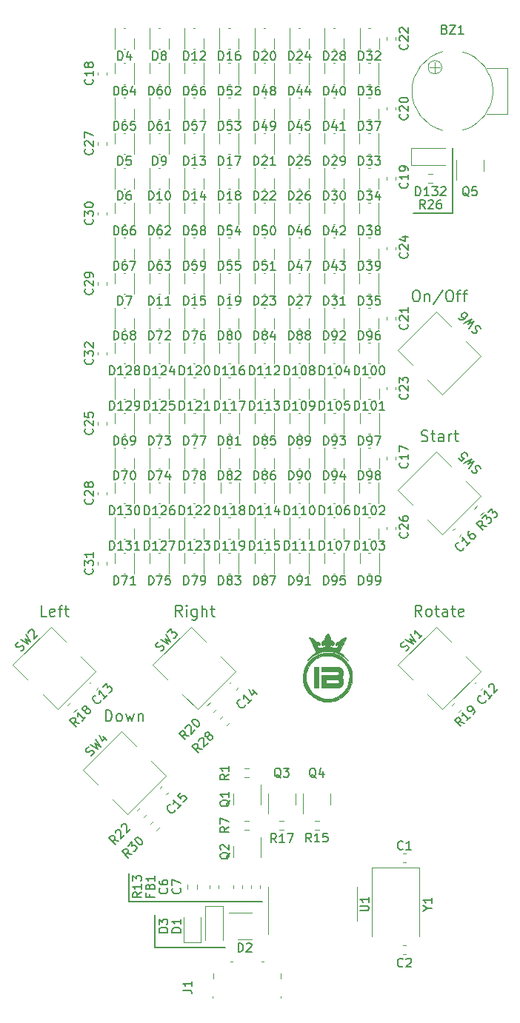
<source format=gbr>
%TF.GenerationSoftware,KiCad,Pcbnew,(6.0.7)*%
%TF.CreationDate,2022-10-04T23:40:54+03:00*%
%TF.ProjectId,ESP8266Tetris,45535038-3236-4365-9465-747269732e6b,1.0*%
%TF.SameCoordinates,Original*%
%TF.FileFunction,Legend,Top*%
%TF.FilePolarity,Positive*%
%FSLAX46Y46*%
G04 Gerber Fmt 4.6, Leading zero omitted, Abs format (unit mm)*
G04 Created by KiCad (PCBNEW (6.0.7)) date 2022-10-04 23:40:54*
%MOMM*%
%LPD*%
G01*
G04 APERTURE LIST*
%ADD10C,0.150000*%
%ADD11C,0.120000*%
%ADD12C,0.010000*%
G04 APERTURE END LIST*
D10*
X116500000Y-135500000D02*
X116500000Y-138750000D01*
X116500000Y-138750000D02*
X131750000Y-138750000D01*
X153500000Y-60000000D02*
X149000000Y-60000000D01*
X119500000Y-140250000D02*
X119500000Y-144000000D01*
X119500000Y-144000000D02*
X127500000Y-144000000D01*
X153500000Y-52500000D02*
X153500000Y-60000000D01*
X149943809Y-86014047D02*
X150125238Y-86074523D01*
X150427619Y-86074523D01*
X150548571Y-86014047D01*
X150609047Y-85953571D01*
X150669523Y-85832619D01*
X150669523Y-85711666D01*
X150609047Y-85590714D01*
X150548571Y-85530238D01*
X150427619Y-85469761D01*
X150185714Y-85409285D01*
X150064761Y-85348809D01*
X150004285Y-85288333D01*
X149943809Y-85167380D01*
X149943809Y-85046428D01*
X150004285Y-84925476D01*
X150064761Y-84865000D01*
X150185714Y-84804523D01*
X150488095Y-84804523D01*
X150669523Y-84865000D01*
X151032380Y-85227857D02*
X151516190Y-85227857D01*
X151213809Y-84804523D02*
X151213809Y-85893095D01*
X151274285Y-86014047D01*
X151395238Y-86074523D01*
X151516190Y-86074523D01*
X152483809Y-86074523D02*
X152483809Y-85409285D01*
X152423333Y-85288333D01*
X152302380Y-85227857D01*
X152060476Y-85227857D01*
X151939523Y-85288333D01*
X152483809Y-86014047D02*
X152362857Y-86074523D01*
X152060476Y-86074523D01*
X151939523Y-86014047D01*
X151879047Y-85893095D01*
X151879047Y-85772142D01*
X151939523Y-85651190D01*
X152060476Y-85590714D01*
X152362857Y-85590714D01*
X152483809Y-85530238D01*
X153088571Y-86074523D02*
X153088571Y-85227857D01*
X153088571Y-85469761D02*
X153149047Y-85348809D01*
X153209523Y-85288333D01*
X153330476Y-85227857D01*
X153451428Y-85227857D01*
X153693333Y-85227857D02*
X154177142Y-85227857D01*
X153874761Y-84804523D02*
X153874761Y-85893095D01*
X153935238Y-86014047D01*
X154056190Y-86074523D01*
X154177142Y-86074523D01*
X113853095Y-118074523D02*
X113853095Y-116804523D01*
X114155476Y-116804523D01*
X114336904Y-116865000D01*
X114457857Y-116985952D01*
X114518333Y-117106904D01*
X114578809Y-117348809D01*
X114578809Y-117530238D01*
X114518333Y-117772142D01*
X114457857Y-117893095D01*
X114336904Y-118014047D01*
X114155476Y-118074523D01*
X113853095Y-118074523D01*
X115304523Y-118074523D02*
X115183571Y-118014047D01*
X115123095Y-117953571D01*
X115062619Y-117832619D01*
X115062619Y-117469761D01*
X115123095Y-117348809D01*
X115183571Y-117288333D01*
X115304523Y-117227857D01*
X115485952Y-117227857D01*
X115606904Y-117288333D01*
X115667380Y-117348809D01*
X115727857Y-117469761D01*
X115727857Y-117832619D01*
X115667380Y-117953571D01*
X115606904Y-118014047D01*
X115485952Y-118074523D01*
X115304523Y-118074523D01*
X116151190Y-117227857D02*
X116393095Y-118074523D01*
X116635000Y-117469761D01*
X116876904Y-118074523D01*
X117118809Y-117227857D01*
X117602619Y-117227857D02*
X117602619Y-118074523D01*
X117602619Y-117348809D02*
X117663095Y-117288333D01*
X117784047Y-117227857D01*
X117965476Y-117227857D01*
X118086428Y-117288333D01*
X118146904Y-117409285D01*
X118146904Y-118074523D01*
X149974047Y-106074523D02*
X149550714Y-105469761D01*
X149248333Y-106074523D02*
X149248333Y-104804523D01*
X149732142Y-104804523D01*
X149853095Y-104865000D01*
X149913571Y-104925476D01*
X149974047Y-105046428D01*
X149974047Y-105227857D01*
X149913571Y-105348809D01*
X149853095Y-105409285D01*
X149732142Y-105469761D01*
X149248333Y-105469761D01*
X150699761Y-106074523D02*
X150578809Y-106014047D01*
X150518333Y-105953571D01*
X150457857Y-105832619D01*
X150457857Y-105469761D01*
X150518333Y-105348809D01*
X150578809Y-105288333D01*
X150699761Y-105227857D01*
X150881190Y-105227857D01*
X151002142Y-105288333D01*
X151062619Y-105348809D01*
X151123095Y-105469761D01*
X151123095Y-105832619D01*
X151062619Y-105953571D01*
X151002142Y-106014047D01*
X150881190Y-106074523D01*
X150699761Y-106074523D01*
X151485952Y-105227857D02*
X151969761Y-105227857D01*
X151667380Y-104804523D02*
X151667380Y-105893095D01*
X151727857Y-106014047D01*
X151848809Y-106074523D01*
X151969761Y-106074523D01*
X152937380Y-106074523D02*
X152937380Y-105409285D01*
X152876904Y-105288333D01*
X152755952Y-105227857D01*
X152514047Y-105227857D01*
X152393095Y-105288333D01*
X152937380Y-106014047D02*
X152816428Y-106074523D01*
X152514047Y-106074523D01*
X152393095Y-106014047D01*
X152332619Y-105893095D01*
X152332619Y-105772142D01*
X152393095Y-105651190D01*
X152514047Y-105590714D01*
X152816428Y-105590714D01*
X152937380Y-105530238D01*
X153360714Y-105227857D02*
X153844523Y-105227857D01*
X153542142Y-104804523D02*
X153542142Y-105893095D01*
X153602619Y-106014047D01*
X153723571Y-106074523D01*
X153844523Y-106074523D01*
X154751666Y-106014047D02*
X154630714Y-106074523D01*
X154388809Y-106074523D01*
X154267857Y-106014047D01*
X154207380Y-105893095D01*
X154207380Y-105409285D01*
X154267857Y-105288333D01*
X154388809Y-105227857D01*
X154630714Y-105227857D01*
X154751666Y-105288333D01*
X154812142Y-105409285D01*
X154812142Y-105530238D01*
X154207380Y-105651190D01*
X107123095Y-106074523D02*
X106518333Y-106074523D01*
X106518333Y-104804523D01*
X108030238Y-106014047D02*
X107909285Y-106074523D01*
X107667380Y-106074523D01*
X107546428Y-106014047D01*
X107485952Y-105893095D01*
X107485952Y-105409285D01*
X107546428Y-105288333D01*
X107667380Y-105227857D01*
X107909285Y-105227857D01*
X108030238Y-105288333D01*
X108090714Y-105409285D01*
X108090714Y-105530238D01*
X107485952Y-105651190D01*
X108453571Y-105227857D02*
X108937380Y-105227857D01*
X108635000Y-106074523D02*
X108635000Y-104985952D01*
X108695476Y-104865000D01*
X108816428Y-104804523D01*
X108937380Y-104804523D01*
X109179285Y-105227857D02*
X109663095Y-105227857D01*
X109360714Y-104804523D02*
X109360714Y-105893095D01*
X109421190Y-106014047D01*
X109542142Y-106074523D01*
X109663095Y-106074523D01*
X149248333Y-68804523D02*
X149490238Y-68804523D01*
X149611190Y-68865000D01*
X149732142Y-68985952D01*
X149792619Y-69227857D01*
X149792619Y-69651190D01*
X149732142Y-69893095D01*
X149611190Y-70014047D01*
X149490238Y-70074523D01*
X149248333Y-70074523D01*
X149127380Y-70014047D01*
X149006428Y-69893095D01*
X148945952Y-69651190D01*
X148945952Y-69227857D01*
X149006428Y-68985952D01*
X149127380Y-68865000D01*
X149248333Y-68804523D01*
X150336904Y-69227857D02*
X150336904Y-70074523D01*
X150336904Y-69348809D02*
X150397380Y-69288333D01*
X150518333Y-69227857D01*
X150699761Y-69227857D01*
X150820714Y-69288333D01*
X150881190Y-69409285D01*
X150881190Y-70074523D01*
X152393095Y-68744047D02*
X151304523Y-70376904D01*
X153058333Y-68804523D02*
X153300238Y-68804523D01*
X153421190Y-68865000D01*
X153542142Y-68985952D01*
X153602619Y-69227857D01*
X153602619Y-69651190D01*
X153542142Y-69893095D01*
X153421190Y-70014047D01*
X153300238Y-70074523D01*
X153058333Y-70074523D01*
X152937380Y-70014047D01*
X152816428Y-69893095D01*
X152755952Y-69651190D01*
X152755952Y-69227857D01*
X152816428Y-68985952D01*
X152937380Y-68865000D01*
X153058333Y-68804523D01*
X153965476Y-69227857D02*
X154449285Y-69227857D01*
X154146904Y-70074523D02*
X154146904Y-68985952D01*
X154207380Y-68865000D01*
X154328333Y-68804523D01*
X154449285Y-68804523D01*
X154691190Y-69227857D02*
X155175000Y-69227857D01*
X154872619Y-70074523D02*
X154872619Y-68985952D01*
X154933095Y-68865000D01*
X155054047Y-68804523D01*
X155175000Y-68804523D01*
X122578809Y-106074523D02*
X122155476Y-105469761D01*
X121853095Y-106074523D02*
X121853095Y-104804523D01*
X122336904Y-104804523D01*
X122457857Y-104865000D01*
X122518333Y-104925476D01*
X122578809Y-105046428D01*
X122578809Y-105227857D01*
X122518333Y-105348809D01*
X122457857Y-105409285D01*
X122336904Y-105469761D01*
X121853095Y-105469761D01*
X123123095Y-106074523D02*
X123123095Y-105227857D01*
X123123095Y-104804523D02*
X123062619Y-104865000D01*
X123123095Y-104925476D01*
X123183571Y-104865000D01*
X123123095Y-104804523D01*
X123123095Y-104925476D01*
X124272142Y-105227857D02*
X124272142Y-106255952D01*
X124211666Y-106376904D01*
X124151190Y-106437380D01*
X124030238Y-106497857D01*
X123848809Y-106497857D01*
X123727857Y-106437380D01*
X124272142Y-106014047D02*
X124151190Y-106074523D01*
X123909285Y-106074523D01*
X123788333Y-106014047D01*
X123727857Y-105953571D01*
X123667380Y-105832619D01*
X123667380Y-105469761D01*
X123727857Y-105348809D01*
X123788333Y-105288333D01*
X123909285Y-105227857D01*
X124151190Y-105227857D01*
X124272142Y-105288333D01*
X124876904Y-106074523D02*
X124876904Y-104804523D01*
X125421190Y-106074523D02*
X125421190Y-105409285D01*
X125360714Y-105288333D01*
X125239761Y-105227857D01*
X125058333Y-105227857D01*
X124937380Y-105288333D01*
X124876904Y-105348809D01*
X125844523Y-105227857D02*
X126328333Y-105227857D01*
X126025952Y-104804523D02*
X126025952Y-105893095D01*
X126086428Y-106014047D01*
X126207380Y-106074523D01*
X126328333Y-106074523D01*
%TO.C,C19*%
X148347142Y-56496590D02*
X148394761Y-56544209D01*
X148442380Y-56687066D01*
X148442380Y-56782304D01*
X148394761Y-56925161D01*
X148299523Y-57020399D01*
X148204285Y-57068018D01*
X148013809Y-57115637D01*
X147870952Y-57115637D01*
X147680476Y-57068018D01*
X147585238Y-57020399D01*
X147490000Y-56925161D01*
X147442380Y-56782304D01*
X147442380Y-56687066D01*
X147490000Y-56544209D01*
X147537619Y-56496590D01*
X148442380Y-55544209D02*
X148442380Y-56115637D01*
X148442380Y-55829923D02*
X147442380Y-55829923D01*
X147585238Y-55925161D01*
X147680476Y-56020399D01*
X147728095Y-56115637D01*
X148442380Y-55068018D02*
X148442380Y-54877542D01*
X148394761Y-54782304D01*
X148347142Y-54734685D01*
X148204285Y-54639447D01*
X148013809Y-54591828D01*
X147632857Y-54591828D01*
X147537619Y-54639447D01*
X147490000Y-54687066D01*
X147442380Y-54782304D01*
X147442380Y-54972780D01*
X147490000Y-55068018D01*
X147537619Y-55115637D01*
X147632857Y-55163256D01*
X147870952Y-55163256D01*
X147966190Y-55115637D01*
X148013809Y-55068018D01*
X148061428Y-54972780D01*
X148061428Y-54782304D01*
X148013809Y-54687066D01*
X147966190Y-54639447D01*
X147870952Y-54591828D01*
%TO.C,D103*%
X142309523Y-98452380D02*
X142309523Y-97452380D01*
X142547619Y-97452380D01*
X142690476Y-97500000D01*
X142785714Y-97595238D01*
X142833333Y-97690476D01*
X142880952Y-97880952D01*
X142880952Y-98023809D01*
X142833333Y-98214285D01*
X142785714Y-98309523D01*
X142690476Y-98404761D01*
X142547619Y-98452380D01*
X142309523Y-98452380D01*
X143833333Y-98452380D02*
X143261904Y-98452380D01*
X143547619Y-98452380D02*
X143547619Y-97452380D01*
X143452380Y-97595238D01*
X143357142Y-97690476D01*
X143261904Y-97738095D01*
X144452380Y-97452380D02*
X144547619Y-97452380D01*
X144642857Y-97500000D01*
X144690476Y-97547619D01*
X144738095Y-97642857D01*
X144785714Y-97833333D01*
X144785714Y-98071428D01*
X144738095Y-98261904D01*
X144690476Y-98357142D01*
X144642857Y-98404761D01*
X144547619Y-98452380D01*
X144452380Y-98452380D01*
X144357142Y-98404761D01*
X144309523Y-98357142D01*
X144261904Y-98261904D01*
X144214285Y-98071428D01*
X144214285Y-97833333D01*
X144261904Y-97642857D01*
X144309523Y-97547619D01*
X144357142Y-97500000D01*
X144452380Y-97452380D01*
X145119047Y-97452380D02*
X145738095Y-97452380D01*
X145404761Y-97833333D01*
X145547619Y-97833333D01*
X145642857Y-97880952D01*
X145690476Y-97928571D01*
X145738095Y-98023809D01*
X145738095Y-98261904D01*
X145690476Y-98357142D01*
X145642857Y-98404761D01*
X145547619Y-98452380D01*
X145261904Y-98452380D01*
X145166666Y-98404761D01*
X145119047Y-98357142D01*
%TO.C,D43*%
X138785714Y-66452380D02*
X138785714Y-65452380D01*
X139023809Y-65452380D01*
X139166666Y-65500000D01*
X139261904Y-65595238D01*
X139309523Y-65690476D01*
X139357142Y-65880952D01*
X139357142Y-66023809D01*
X139309523Y-66214285D01*
X139261904Y-66309523D01*
X139166666Y-66404761D01*
X139023809Y-66452380D01*
X138785714Y-66452380D01*
X140214285Y-65785714D02*
X140214285Y-66452380D01*
X139976190Y-65404761D02*
X139738095Y-66119047D01*
X140357142Y-66119047D01*
X140642857Y-65452380D02*
X141261904Y-65452380D01*
X140928571Y-65833333D01*
X141071428Y-65833333D01*
X141166666Y-65880952D01*
X141214285Y-65928571D01*
X141261904Y-66023809D01*
X141261904Y-66261904D01*
X141214285Y-66357142D01*
X141166666Y-66404761D01*
X141071428Y-66452380D01*
X140785714Y-66452380D01*
X140690476Y-66404761D01*
X140642857Y-66357142D01*
%TO.C,D97*%
X142785714Y-86452380D02*
X142785714Y-85452380D01*
X143023809Y-85452380D01*
X143166666Y-85500000D01*
X143261904Y-85595238D01*
X143309523Y-85690476D01*
X143357142Y-85880952D01*
X143357142Y-86023809D01*
X143309523Y-86214285D01*
X143261904Y-86309523D01*
X143166666Y-86404761D01*
X143023809Y-86452380D01*
X142785714Y-86452380D01*
X143833333Y-86452380D02*
X144023809Y-86452380D01*
X144119047Y-86404761D01*
X144166666Y-86357142D01*
X144261904Y-86214285D01*
X144309523Y-86023809D01*
X144309523Y-85642857D01*
X144261904Y-85547619D01*
X144214285Y-85500000D01*
X144119047Y-85452380D01*
X143928571Y-85452380D01*
X143833333Y-85500000D01*
X143785714Y-85547619D01*
X143738095Y-85642857D01*
X143738095Y-85880952D01*
X143785714Y-85976190D01*
X143833333Y-86023809D01*
X143928571Y-86071428D01*
X144119047Y-86071428D01*
X144214285Y-86023809D01*
X144261904Y-85976190D01*
X144309523Y-85880952D01*
X144642857Y-85452380D02*
X145309523Y-85452380D01*
X144880952Y-86452380D01*
%TO.C,R7*%
X127952380Y-130166666D02*
X127476190Y-130500000D01*
X127952380Y-130738095D02*
X126952380Y-130738095D01*
X126952380Y-130357142D01*
X127000000Y-130261904D01*
X127047619Y-130214285D01*
X127142857Y-130166666D01*
X127285714Y-130166666D01*
X127380952Y-130214285D01*
X127428571Y-130261904D01*
X127476190Y-130357142D01*
X127476190Y-130738095D01*
X126952380Y-129833333D02*
X126952380Y-129166666D01*
X127952380Y-129595238D01*
%TO.C,C26*%
X148347142Y-96496590D02*
X148394761Y-96544209D01*
X148442380Y-96687066D01*
X148442380Y-96782304D01*
X148394761Y-96925161D01*
X148299523Y-97020399D01*
X148204285Y-97068018D01*
X148013809Y-97115637D01*
X147870952Y-97115637D01*
X147680476Y-97068018D01*
X147585238Y-97020399D01*
X147490000Y-96925161D01*
X147442380Y-96782304D01*
X147442380Y-96687066D01*
X147490000Y-96544209D01*
X147537619Y-96496590D01*
X147537619Y-96115637D02*
X147490000Y-96068018D01*
X147442380Y-95972780D01*
X147442380Y-95734685D01*
X147490000Y-95639447D01*
X147537619Y-95591828D01*
X147632857Y-95544209D01*
X147728095Y-95544209D01*
X147870952Y-95591828D01*
X148442380Y-96163256D01*
X148442380Y-95544209D01*
X147442380Y-94687066D02*
X147442380Y-94877542D01*
X147490000Y-94972780D01*
X147537619Y-95020399D01*
X147680476Y-95115637D01*
X147870952Y-95163256D01*
X148251904Y-95163256D01*
X148347142Y-95115637D01*
X148394761Y-95068018D01*
X148442380Y-94972780D01*
X148442380Y-94782304D01*
X148394761Y-94687066D01*
X148347142Y-94639447D01*
X148251904Y-94591828D01*
X148013809Y-94591828D01*
X147918571Y-94639447D01*
X147870952Y-94687066D01*
X147823333Y-94782304D01*
X147823333Y-94972780D01*
X147870952Y-95068018D01*
X147918571Y-95115637D01*
X148013809Y-95163256D01*
%TO.C,D7*%
X115261904Y-70452380D02*
X115261904Y-69452380D01*
X115500000Y-69452380D01*
X115642857Y-69500000D01*
X115738095Y-69595238D01*
X115785714Y-69690476D01*
X115833333Y-69880952D01*
X115833333Y-70023809D01*
X115785714Y-70214285D01*
X115738095Y-70309523D01*
X115642857Y-70404761D01*
X115500000Y-70452380D01*
X115261904Y-70452380D01*
X116166666Y-69452380D02*
X116833333Y-69452380D01*
X116404761Y-70452380D01*
%TO.C,D54*%
X126785714Y-62452380D02*
X126785714Y-61452380D01*
X127023809Y-61452380D01*
X127166666Y-61500000D01*
X127261904Y-61595238D01*
X127309523Y-61690476D01*
X127357142Y-61880952D01*
X127357142Y-62023809D01*
X127309523Y-62214285D01*
X127261904Y-62309523D01*
X127166666Y-62404761D01*
X127023809Y-62452380D01*
X126785714Y-62452380D01*
X128261904Y-61452380D02*
X127785714Y-61452380D01*
X127738095Y-61928571D01*
X127785714Y-61880952D01*
X127880952Y-61833333D01*
X128119047Y-61833333D01*
X128214285Y-61880952D01*
X128261904Y-61928571D01*
X128309523Y-62023809D01*
X128309523Y-62261904D01*
X128261904Y-62357142D01*
X128214285Y-62404761D01*
X128119047Y-62452380D01*
X127880952Y-62452380D01*
X127785714Y-62404761D01*
X127738095Y-62357142D01*
X129166666Y-61785714D02*
X129166666Y-62452380D01*
X128928571Y-61404761D02*
X128690476Y-62119047D01*
X129309523Y-62119047D01*
%TO.C,D86*%
X130785714Y-90452380D02*
X130785714Y-89452380D01*
X131023809Y-89452380D01*
X131166666Y-89500000D01*
X131261904Y-89595238D01*
X131309523Y-89690476D01*
X131357142Y-89880952D01*
X131357142Y-90023809D01*
X131309523Y-90214285D01*
X131261904Y-90309523D01*
X131166666Y-90404761D01*
X131023809Y-90452380D01*
X130785714Y-90452380D01*
X131928571Y-89880952D02*
X131833333Y-89833333D01*
X131785714Y-89785714D01*
X131738095Y-89690476D01*
X131738095Y-89642857D01*
X131785714Y-89547619D01*
X131833333Y-89500000D01*
X131928571Y-89452380D01*
X132119047Y-89452380D01*
X132214285Y-89500000D01*
X132261904Y-89547619D01*
X132309523Y-89642857D01*
X132309523Y-89690476D01*
X132261904Y-89785714D01*
X132214285Y-89833333D01*
X132119047Y-89880952D01*
X131928571Y-89880952D01*
X131833333Y-89928571D01*
X131785714Y-89976190D01*
X131738095Y-90071428D01*
X131738095Y-90261904D01*
X131785714Y-90357142D01*
X131833333Y-90404761D01*
X131928571Y-90452380D01*
X132119047Y-90452380D01*
X132214285Y-90404761D01*
X132261904Y-90357142D01*
X132309523Y-90261904D01*
X132309523Y-90071428D01*
X132261904Y-89976190D01*
X132214285Y-89928571D01*
X132119047Y-89880952D01*
X133166666Y-89452380D02*
X132976190Y-89452380D01*
X132880952Y-89500000D01*
X132833333Y-89547619D01*
X132738095Y-89690476D01*
X132690476Y-89880952D01*
X132690476Y-90261904D01*
X132738095Y-90357142D01*
X132785714Y-90404761D01*
X132880952Y-90452380D01*
X133071428Y-90452380D01*
X133166666Y-90404761D01*
X133214285Y-90357142D01*
X133261904Y-90261904D01*
X133261904Y-90023809D01*
X133214285Y-89928571D01*
X133166666Y-89880952D01*
X133071428Y-89833333D01*
X132880952Y-89833333D01*
X132785714Y-89880952D01*
X132738095Y-89928571D01*
X132690476Y-90023809D01*
%TO.C,D5*%
X115261904Y-54452380D02*
X115261904Y-53452380D01*
X115500000Y-53452380D01*
X115642857Y-53500000D01*
X115738095Y-53595238D01*
X115785714Y-53690476D01*
X115833333Y-53880952D01*
X115833333Y-54023809D01*
X115785714Y-54214285D01*
X115738095Y-54309523D01*
X115642857Y-54404761D01*
X115500000Y-54452380D01*
X115261904Y-54452380D01*
X116738095Y-53452380D02*
X116261904Y-53452380D01*
X116214285Y-53928571D01*
X116261904Y-53880952D01*
X116357142Y-53833333D01*
X116595238Y-53833333D01*
X116690476Y-53880952D01*
X116738095Y-53928571D01*
X116785714Y-54023809D01*
X116785714Y-54261904D01*
X116738095Y-54357142D01*
X116690476Y-54404761D01*
X116595238Y-54452380D01*
X116357142Y-54452380D01*
X116261904Y-54404761D01*
X116214285Y-54357142D01*
%TO.C,D6*%
X115261904Y-58452380D02*
X115261904Y-57452380D01*
X115500000Y-57452380D01*
X115642857Y-57500000D01*
X115738095Y-57595238D01*
X115785714Y-57690476D01*
X115833333Y-57880952D01*
X115833333Y-58023809D01*
X115785714Y-58214285D01*
X115738095Y-58309523D01*
X115642857Y-58404761D01*
X115500000Y-58452380D01*
X115261904Y-58452380D01*
X116690476Y-57452380D02*
X116500000Y-57452380D01*
X116404761Y-57500000D01*
X116357142Y-57547619D01*
X116261904Y-57690476D01*
X116214285Y-57880952D01*
X116214285Y-58261904D01*
X116261904Y-58357142D01*
X116309523Y-58404761D01*
X116404761Y-58452380D01*
X116595238Y-58452380D01*
X116690476Y-58404761D01*
X116738095Y-58357142D01*
X116785714Y-58261904D01*
X116785714Y-58023809D01*
X116738095Y-57928571D01*
X116690476Y-57880952D01*
X116595238Y-57833333D01*
X116404761Y-57833333D01*
X116309523Y-57880952D01*
X116261904Y-57928571D01*
X116214285Y-58023809D01*
%TO.C,D17*%
X126785714Y-54452380D02*
X126785714Y-53452380D01*
X127023809Y-53452380D01*
X127166666Y-53500000D01*
X127261904Y-53595238D01*
X127309523Y-53690476D01*
X127357142Y-53880952D01*
X127357142Y-54023809D01*
X127309523Y-54214285D01*
X127261904Y-54309523D01*
X127166666Y-54404761D01*
X127023809Y-54452380D01*
X126785714Y-54452380D01*
X128309523Y-54452380D02*
X127738095Y-54452380D01*
X128023809Y-54452380D02*
X128023809Y-53452380D01*
X127928571Y-53595238D01*
X127833333Y-53690476D01*
X127738095Y-53738095D01*
X128642857Y-53452380D02*
X129309523Y-53452380D01*
X128880952Y-54452380D01*
%TO.C,D26*%
X134785714Y-58452380D02*
X134785714Y-57452380D01*
X135023809Y-57452380D01*
X135166666Y-57500000D01*
X135261904Y-57595238D01*
X135309523Y-57690476D01*
X135357142Y-57880952D01*
X135357142Y-58023809D01*
X135309523Y-58214285D01*
X135261904Y-58309523D01*
X135166666Y-58404761D01*
X135023809Y-58452380D01*
X134785714Y-58452380D01*
X135738095Y-57547619D02*
X135785714Y-57500000D01*
X135880952Y-57452380D01*
X136119047Y-57452380D01*
X136214285Y-57500000D01*
X136261904Y-57547619D01*
X136309523Y-57642857D01*
X136309523Y-57738095D01*
X136261904Y-57880952D01*
X135690476Y-58452380D01*
X136309523Y-58452380D01*
X137166666Y-57452380D02*
X136976190Y-57452380D01*
X136880952Y-57500000D01*
X136833333Y-57547619D01*
X136738095Y-57690476D01*
X136690476Y-57880952D01*
X136690476Y-58261904D01*
X136738095Y-58357142D01*
X136785714Y-58404761D01*
X136880952Y-58452380D01*
X137071428Y-58452380D01*
X137166666Y-58404761D01*
X137214285Y-58357142D01*
X137261904Y-58261904D01*
X137261904Y-58023809D01*
X137214285Y-57928571D01*
X137166666Y-57880952D01*
X137071428Y-57833333D01*
X136880952Y-57833333D01*
X136785714Y-57880952D01*
X136738095Y-57928571D01*
X136690476Y-58023809D01*
%TO.C,C28*%
X112347142Y-92642857D02*
X112394761Y-92690476D01*
X112442380Y-92833333D01*
X112442380Y-92928571D01*
X112394761Y-93071428D01*
X112299523Y-93166666D01*
X112204285Y-93214285D01*
X112013809Y-93261904D01*
X111870952Y-93261904D01*
X111680476Y-93214285D01*
X111585238Y-93166666D01*
X111490000Y-93071428D01*
X111442380Y-92928571D01*
X111442380Y-92833333D01*
X111490000Y-92690476D01*
X111537619Y-92642857D01*
X111537619Y-92261904D02*
X111490000Y-92214285D01*
X111442380Y-92119047D01*
X111442380Y-91880952D01*
X111490000Y-91785714D01*
X111537619Y-91738095D01*
X111632857Y-91690476D01*
X111728095Y-91690476D01*
X111870952Y-91738095D01*
X112442380Y-92309523D01*
X112442380Y-91690476D01*
X111870952Y-91119047D02*
X111823333Y-91214285D01*
X111775714Y-91261904D01*
X111680476Y-91309523D01*
X111632857Y-91309523D01*
X111537619Y-91261904D01*
X111490000Y-91214285D01*
X111442380Y-91119047D01*
X111442380Y-90928571D01*
X111490000Y-90833333D01*
X111537619Y-90785714D01*
X111632857Y-90738095D01*
X111680476Y-90738095D01*
X111775714Y-90785714D01*
X111823333Y-90833333D01*
X111870952Y-90928571D01*
X111870952Y-91119047D01*
X111918571Y-91214285D01*
X111966190Y-91261904D01*
X112061428Y-91309523D01*
X112251904Y-91309523D01*
X112347142Y-91261904D01*
X112394761Y-91214285D01*
X112442380Y-91119047D01*
X112442380Y-90928571D01*
X112394761Y-90833333D01*
X112347142Y-90785714D01*
X112251904Y-90738095D01*
X112061428Y-90738095D01*
X111966190Y-90785714D01*
X111918571Y-90833333D01*
X111870952Y-90928571D01*
%TO.C,D4*%
X115271904Y-42452380D02*
X115271904Y-41452380D01*
X115510000Y-41452380D01*
X115652857Y-41500000D01*
X115748095Y-41595238D01*
X115795714Y-41690476D01*
X115843333Y-41880952D01*
X115843333Y-42023809D01*
X115795714Y-42214285D01*
X115748095Y-42309523D01*
X115652857Y-42404761D01*
X115510000Y-42452380D01*
X115271904Y-42452380D01*
X116700476Y-41785714D02*
X116700476Y-42452380D01*
X116462380Y-41404761D02*
X116224285Y-42119047D01*
X116843333Y-42119047D01*
%TO.C,D34*%
X142785714Y-58452380D02*
X142785714Y-57452380D01*
X143023809Y-57452380D01*
X143166666Y-57500000D01*
X143261904Y-57595238D01*
X143309523Y-57690476D01*
X143357142Y-57880952D01*
X143357142Y-58023809D01*
X143309523Y-58214285D01*
X143261904Y-58309523D01*
X143166666Y-58404761D01*
X143023809Y-58452380D01*
X142785714Y-58452380D01*
X143690476Y-57452380D02*
X144309523Y-57452380D01*
X143976190Y-57833333D01*
X144119047Y-57833333D01*
X144214285Y-57880952D01*
X144261904Y-57928571D01*
X144309523Y-58023809D01*
X144309523Y-58261904D01*
X144261904Y-58357142D01*
X144214285Y-58404761D01*
X144119047Y-58452380D01*
X143833333Y-58452380D01*
X143738095Y-58404761D01*
X143690476Y-58357142D01*
X145166666Y-57785714D02*
X145166666Y-58452380D01*
X144928571Y-57404761D02*
X144690476Y-58119047D01*
X145309523Y-58119047D01*
%TO.C,C15*%
X121797969Y-128207106D02*
X121797969Y-128274450D01*
X121730625Y-128409137D01*
X121663282Y-128476480D01*
X121528595Y-128543824D01*
X121393908Y-128543824D01*
X121292893Y-128510152D01*
X121124534Y-128409137D01*
X121023519Y-128308122D01*
X120922503Y-128139763D01*
X120888832Y-128038748D01*
X120888832Y-127904061D01*
X120956175Y-127769374D01*
X121023519Y-127702030D01*
X121158206Y-127634687D01*
X121225549Y-127634687D01*
X122538748Y-127601015D02*
X122134687Y-128005076D01*
X122336717Y-127803045D02*
X121629610Y-127095938D01*
X121663282Y-127264297D01*
X121663282Y-127398984D01*
X121629610Y-127500000D01*
X122471404Y-126254145D02*
X122134687Y-126590862D01*
X122437732Y-126961251D01*
X122437732Y-126893908D01*
X122471404Y-126792893D01*
X122639763Y-126624534D01*
X122740778Y-126590862D01*
X122808122Y-126590862D01*
X122909137Y-126624534D01*
X123077496Y-126792893D01*
X123111167Y-126893908D01*
X123111167Y-126961251D01*
X123077496Y-127062267D01*
X122909137Y-127230625D01*
X122808122Y-127264297D01*
X122740778Y-127264297D01*
%TO.C,D118*%
X126309523Y-94452380D02*
X126309523Y-93452380D01*
X126547619Y-93452380D01*
X126690476Y-93500000D01*
X126785714Y-93595238D01*
X126833333Y-93690476D01*
X126880952Y-93880952D01*
X126880952Y-94023809D01*
X126833333Y-94214285D01*
X126785714Y-94309523D01*
X126690476Y-94404761D01*
X126547619Y-94452380D01*
X126309523Y-94452380D01*
X127833333Y-94452380D02*
X127261904Y-94452380D01*
X127547619Y-94452380D02*
X127547619Y-93452380D01*
X127452380Y-93595238D01*
X127357142Y-93690476D01*
X127261904Y-93738095D01*
X128785714Y-94452380D02*
X128214285Y-94452380D01*
X128500000Y-94452380D02*
X128500000Y-93452380D01*
X128404761Y-93595238D01*
X128309523Y-93690476D01*
X128214285Y-93738095D01*
X129357142Y-93880952D02*
X129261904Y-93833333D01*
X129214285Y-93785714D01*
X129166666Y-93690476D01*
X129166666Y-93642857D01*
X129214285Y-93547619D01*
X129261904Y-93500000D01*
X129357142Y-93452380D01*
X129547619Y-93452380D01*
X129642857Y-93500000D01*
X129690476Y-93547619D01*
X129738095Y-93642857D01*
X129738095Y-93690476D01*
X129690476Y-93785714D01*
X129642857Y-93833333D01*
X129547619Y-93880952D01*
X129357142Y-93880952D01*
X129261904Y-93928571D01*
X129214285Y-93976190D01*
X129166666Y-94071428D01*
X129166666Y-94261904D01*
X129214285Y-94357142D01*
X129261904Y-94404761D01*
X129357142Y-94452380D01*
X129547619Y-94452380D01*
X129642857Y-94404761D01*
X129690476Y-94357142D01*
X129738095Y-94261904D01*
X129738095Y-94071428D01*
X129690476Y-93976190D01*
X129642857Y-93928571D01*
X129547619Y-93880952D01*
%TO.C,R20*%
X123365312Y-119774450D02*
X122792893Y-119673435D01*
X122961251Y-120178511D02*
X122254145Y-119471404D01*
X122523519Y-119202030D01*
X122624534Y-119168358D01*
X122691877Y-119168358D01*
X122792893Y-119202030D01*
X122893908Y-119303045D01*
X122927580Y-119404061D01*
X122927580Y-119471404D01*
X122893908Y-119572419D01*
X122624534Y-119841793D01*
X122994923Y-118865312D02*
X122994923Y-118797969D01*
X123028595Y-118696954D01*
X123196954Y-118528595D01*
X123297969Y-118494923D01*
X123365312Y-118494923D01*
X123466328Y-118528595D01*
X123533671Y-118595938D01*
X123601015Y-118730625D01*
X123601015Y-119538748D01*
X124038748Y-119101015D01*
X123769374Y-117956175D02*
X123836717Y-117888832D01*
X123937732Y-117855160D01*
X124005076Y-117855160D01*
X124106091Y-117888832D01*
X124274450Y-117989847D01*
X124442809Y-118158206D01*
X124543824Y-118326564D01*
X124577496Y-118427580D01*
X124577496Y-118494923D01*
X124543824Y-118595938D01*
X124476480Y-118663282D01*
X124375465Y-118696954D01*
X124308122Y-118696954D01*
X124207106Y-118663282D01*
X124038748Y-118562267D01*
X123870389Y-118393908D01*
X123769374Y-118225549D01*
X123735702Y-118124534D01*
X123735702Y-118057190D01*
X123769374Y-117956175D01*
%TO.C,D28*%
X138785714Y-42452380D02*
X138785714Y-41452380D01*
X139023809Y-41452380D01*
X139166666Y-41500000D01*
X139261904Y-41595238D01*
X139309523Y-41690476D01*
X139357142Y-41880952D01*
X139357142Y-42023809D01*
X139309523Y-42214285D01*
X139261904Y-42309523D01*
X139166666Y-42404761D01*
X139023809Y-42452380D01*
X138785714Y-42452380D01*
X139738095Y-41547619D02*
X139785714Y-41500000D01*
X139880952Y-41452380D01*
X140119047Y-41452380D01*
X140214285Y-41500000D01*
X140261904Y-41547619D01*
X140309523Y-41642857D01*
X140309523Y-41738095D01*
X140261904Y-41880952D01*
X139690476Y-42452380D01*
X140309523Y-42452380D01*
X140880952Y-41880952D02*
X140785714Y-41833333D01*
X140738095Y-41785714D01*
X140690476Y-41690476D01*
X140690476Y-41642857D01*
X140738095Y-41547619D01*
X140785714Y-41500000D01*
X140880952Y-41452380D01*
X141071428Y-41452380D01*
X141166666Y-41500000D01*
X141214285Y-41547619D01*
X141261904Y-41642857D01*
X141261904Y-41690476D01*
X141214285Y-41785714D01*
X141166666Y-41833333D01*
X141071428Y-41880952D01*
X140880952Y-41880952D01*
X140785714Y-41928571D01*
X140738095Y-41976190D01*
X140690476Y-42071428D01*
X140690476Y-42261904D01*
X140738095Y-42357142D01*
X140785714Y-42404761D01*
X140880952Y-42452380D01*
X141071428Y-42452380D01*
X141166666Y-42404761D01*
X141214285Y-42357142D01*
X141261904Y-42261904D01*
X141261904Y-42071428D01*
X141214285Y-41976190D01*
X141166666Y-41928571D01*
X141071428Y-41880952D01*
%TO.C,D2*%
X129011904Y-144452380D02*
X129011904Y-143452380D01*
X129250000Y-143452380D01*
X129392857Y-143500000D01*
X129488095Y-143595238D01*
X129535714Y-143690476D01*
X129583333Y-143880952D01*
X129583333Y-144023809D01*
X129535714Y-144214285D01*
X129488095Y-144309523D01*
X129392857Y-144404761D01*
X129250000Y-144452380D01*
X129011904Y-144452380D01*
X129964285Y-143547619D02*
X130011904Y-143500000D01*
X130107142Y-143452380D01*
X130345238Y-143452380D01*
X130440476Y-143500000D01*
X130488095Y-143547619D01*
X130535714Y-143642857D01*
X130535714Y-143738095D01*
X130488095Y-143880952D01*
X129916666Y-144452380D01*
X130535714Y-144452380D01*
%TO.C,D127*%
X118309523Y-98452380D02*
X118309523Y-97452380D01*
X118547619Y-97452380D01*
X118690476Y-97500000D01*
X118785714Y-97595238D01*
X118833333Y-97690476D01*
X118880952Y-97880952D01*
X118880952Y-98023809D01*
X118833333Y-98214285D01*
X118785714Y-98309523D01*
X118690476Y-98404761D01*
X118547619Y-98452380D01*
X118309523Y-98452380D01*
X119833333Y-98452380D02*
X119261904Y-98452380D01*
X119547619Y-98452380D02*
X119547619Y-97452380D01*
X119452380Y-97595238D01*
X119357142Y-97690476D01*
X119261904Y-97738095D01*
X120214285Y-97547619D02*
X120261904Y-97500000D01*
X120357142Y-97452380D01*
X120595238Y-97452380D01*
X120690476Y-97500000D01*
X120738095Y-97547619D01*
X120785714Y-97642857D01*
X120785714Y-97738095D01*
X120738095Y-97880952D01*
X120166666Y-98452380D01*
X120785714Y-98452380D01*
X121119047Y-97452380D02*
X121785714Y-97452380D01*
X121357142Y-98452380D01*
%TO.C,D61*%
X118785714Y-50452380D02*
X118785714Y-49452380D01*
X119023809Y-49452380D01*
X119166666Y-49500000D01*
X119261904Y-49595238D01*
X119309523Y-49690476D01*
X119357142Y-49880952D01*
X119357142Y-50023809D01*
X119309523Y-50214285D01*
X119261904Y-50309523D01*
X119166666Y-50404761D01*
X119023809Y-50452380D01*
X118785714Y-50452380D01*
X120214285Y-49452380D02*
X120023809Y-49452380D01*
X119928571Y-49500000D01*
X119880952Y-49547619D01*
X119785714Y-49690476D01*
X119738095Y-49880952D01*
X119738095Y-50261904D01*
X119785714Y-50357142D01*
X119833333Y-50404761D01*
X119928571Y-50452380D01*
X120119047Y-50452380D01*
X120214285Y-50404761D01*
X120261904Y-50357142D01*
X120309523Y-50261904D01*
X120309523Y-50023809D01*
X120261904Y-49928571D01*
X120214285Y-49880952D01*
X120119047Y-49833333D01*
X119928571Y-49833333D01*
X119833333Y-49880952D01*
X119785714Y-49928571D01*
X119738095Y-50023809D01*
X121261904Y-50452380D02*
X120690476Y-50452380D01*
X120976190Y-50452380D02*
X120976190Y-49452380D01*
X120880952Y-49595238D01*
X120785714Y-49690476D01*
X120690476Y-49738095D01*
%TO.C,D51*%
X130785714Y-66452380D02*
X130785714Y-65452380D01*
X131023809Y-65452380D01*
X131166666Y-65500000D01*
X131261904Y-65595238D01*
X131309523Y-65690476D01*
X131357142Y-65880952D01*
X131357142Y-66023809D01*
X131309523Y-66214285D01*
X131261904Y-66309523D01*
X131166666Y-66404761D01*
X131023809Y-66452380D01*
X130785714Y-66452380D01*
X132261904Y-65452380D02*
X131785714Y-65452380D01*
X131738095Y-65928571D01*
X131785714Y-65880952D01*
X131880952Y-65833333D01*
X132119047Y-65833333D01*
X132214285Y-65880952D01*
X132261904Y-65928571D01*
X132309523Y-66023809D01*
X132309523Y-66261904D01*
X132261904Y-66357142D01*
X132214285Y-66404761D01*
X132119047Y-66452380D01*
X131880952Y-66452380D01*
X131785714Y-66404761D01*
X131738095Y-66357142D01*
X133261904Y-66452380D02*
X132690476Y-66452380D01*
X132976190Y-66452380D02*
X132976190Y-65452380D01*
X132880952Y-65595238D01*
X132785714Y-65690476D01*
X132690476Y-65738095D01*
%TO.C,D123*%
X122309523Y-98452380D02*
X122309523Y-97452380D01*
X122547619Y-97452380D01*
X122690476Y-97500000D01*
X122785714Y-97595238D01*
X122833333Y-97690476D01*
X122880952Y-97880952D01*
X122880952Y-98023809D01*
X122833333Y-98214285D01*
X122785714Y-98309523D01*
X122690476Y-98404761D01*
X122547619Y-98452380D01*
X122309523Y-98452380D01*
X123833333Y-98452380D02*
X123261904Y-98452380D01*
X123547619Y-98452380D02*
X123547619Y-97452380D01*
X123452380Y-97595238D01*
X123357142Y-97690476D01*
X123261904Y-97738095D01*
X124214285Y-97547619D02*
X124261904Y-97500000D01*
X124357142Y-97452380D01*
X124595238Y-97452380D01*
X124690476Y-97500000D01*
X124738095Y-97547619D01*
X124785714Y-97642857D01*
X124785714Y-97738095D01*
X124738095Y-97880952D01*
X124166666Y-98452380D01*
X124785714Y-98452380D01*
X125119047Y-97452380D02*
X125738095Y-97452380D01*
X125404761Y-97833333D01*
X125547619Y-97833333D01*
X125642857Y-97880952D01*
X125690476Y-97928571D01*
X125738095Y-98023809D01*
X125738095Y-98261904D01*
X125690476Y-98357142D01*
X125642857Y-98404761D01*
X125547619Y-98452380D01*
X125261904Y-98452380D01*
X125166666Y-98404761D01*
X125119047Y-98357142D01*
%TO.C,D79*%
X122785714Y-102452380D02*
X122785714Y-101452380D01*
X123023809Y-101452380D01*
X123166666Y-101500000D01*
X123261904Y-101595238D01*
X123309523Y-101690476D01*
X123357142Y-101880952D01*
X123357142Y-102023809D01*
X123309523Y-102214285D01*
X123261904Y-102309523D01*
X123166666Y-102404761D01*
X123023809Y-102452380D01*
X122785714Y-102452380D01*
X123690476Y-101452380D02*
X124357142Y-101452380D01*
X123928571Y-102452380D01*
X124785714Y-102452380D02*
X124976190Y-102452380D01*
X125071428Y-102404761D01*
X125119047Y-102357142D01*
X125214285Y-102214285D01*
X125261904Y-102023809D01*
X125261904Y-101642857D01*
X125214285Y-101547619D01*
X125166666Y-101500000D01*
X125071428Y-101452380D01*
X124880952Y-101452380D01*
X124785714Y-101500000D01*
X124738095Y-101547619D01*
X124690476Y-101642857D01*
X124690476Y-101880952D01*
X124738095Y-101976190D01*
X124785714Y-102023809D01*
X124880952Y-102071428D01*
X125071428Y-102071428D01*
X125166666Y-102023809D01*
X125214285Y-101976190D01*
X125261904Y-101880952D01*
%TO.C,D60*%
X118785714Y-46452380D02*
X118785714Y-45452380D01*
X119023809Y-45452380D01*
X119166666Y-45500000D01*
X119261904Y-45595238D01*
X119309523Y-45690476D01*
X119357142Y-45880952D01*
X119357142Y-46023809D01*
X119309523Y-46214285D01*
X119261904Y-46309523D01*
X119166666Y-46404761D01*
X119023809Y-46452380D01*
X118785714Y-46452380D01*
X120214285Y-45452380D02*
X120023809Y-45452380D01*
X119928571Y-45500000D01*
X119880952Y-45547619D01*
X119785714Y-45690476D01*
X119738095Y-45880952D01*
X119738095Y-46261904D01*
X119785714Y-46357142D01*
X119833333Y-46404761D01*
X119928571Y-46452380D01*
X120119047Y-46452380D01*
X120214285Y-46404761D01*
X120261904Y-46357142D01*
X120309523Y-46261904D01*
X120309523Y-46023809D01*
X120261904Y-45928571D01*
X120214285Y-45880952D01*
X120119047Y-45833333D01*
X119928571Y-45833333D01*
X119833333Y-45880952D01*
X119785714Y-45928571D01*
X119738095Y-46023809D01*
X120928571Y-45452380D02*
X121023809Y-45452380D01*
X121119047Y-45500000D01*
X121166666Y-45547619D01*
X121214285Y-45642857D01*
X121261904Y-45833333D01*
X121261904Y-46071428D01*
X121214285Y-46261904D01*
X121166666Y-46357142D01*
X121119047Y-46404761D01*
X121023809Y-46452380D01*
X120928571Y-46452380D01*
X120833333Y-46404761D01*
X120785714Y-46357142D01*
X120738095Y-46261904D01*
X120690476Y-46071428D01*
X120690476Y-45833333D01*
X120738095Y-45642857D01*
X120785714Y-45547619D01*
X120833333Y-45500000D01*
X120928571Y-45452380D01*
%TO.C,D108*%
X134309523Y-78452380D02*
X134309523Y-77452380D01*
X134547619Y-77452380D01*
X134690476Y-77500000D01*
X134785714Y-77595238D01*
X134833333Y-77690476D01*
X134880952Y-77880952D01*
X134880952Y-78023809D01*
X134833333Y-78214285D01*
X134785714Y-78309523D01*
X134690476Y-78404761D01*
X134547619Y-78452380D01*
X134309523Y-78452380D01*
X135833333Y-78452380D02*
X135261904Y-78452380D01*
X135547619Y-78452380D02*
X135547619Y-77452380D01*
X135452380Y-77595238D01*
X135357142Y-77690476D01*
X135261904Y-77738095D01*
X136452380Y-77452380D02*
X136547619Y-77452380D01*
X136642857Y-77500000D01*
X136690476Y-77547619D01*
X136738095Y-77642857D01*
X136785714Y-77833333D01*
X136785714Y-78071428D01*
X136738095Y-78261904D01*
X136690476Y-78357142D01*
X136642857Y-78404761D01*
X136547619Y-78452380D01*
X136452380Y-78452380D01*
X136357142Y-78404761D01*
X136309523Y-78357142D01*
X136261904Y-78261904D01*
X136214285Y-78071428D01*
X136214285Y-77833333D01*
X136261904Y-77642857D01*
X136309523Y-77547619D01*
X136357142Y-77500000D01*
X136452380Y-77452380D01*
X137357142Y-77880952D02*
X137261904Y-77833333D01*
X137214285Y-77785714D01*
X137166666Y-77690476D01*
X137166666Y-77642857D01*
X137214285Y-77547619D01*
X137261904Y-77500000D01*
X137357142Y-77452380D01*
X137547619Y-77452380D01*
X137642857Y-77500000D01*
X137690476Y-77547619D01*
X137738095Y-77642857D01*
X137738095Y-77690476D01*
X137690476Y-77785714D01*
X137642857Y-77833333D01*
X137547619Y-77880952D01*
X137357142Y-77880952D01*
X137261904Y-77928571D01*
X137214285Y-77976190D01*
X137166666Y-78071428D01*
X137166666Y-78261904D01*
X137214285Y-78357142D01*
X137261904Y-78404761D01*
X137357142Y-78452380D01*
X137547619Y-78452380D01*
X137642857Y-78404761D01*
X137690476Y-78357142D01*
X137738095Y-78261904D01*
X137738095Y-78071428D01*
X137690476Y-77976190D01*
X137642857Y-77928571D01*
X137547619Y-77880952D01*
%TO.C,D121*%
X122309523Y-82452380D02*
X122309523Y-81452380D01*
X122547619Y-81452380D01*
X122690476Y-81500000D01*
X122785714Y-81595238D01*
X122833333Y-81690476D01*
X122880952Y-81880952D01*
X122880952Y-82023809D01*
X122833333Y-82214285D01*
X122785714Y-82309523D01*
X122690476Y-82404761D01*
X122547619Y-82452380D01*
X122309523Y-82452380D01*
X123833333Y-82452380D02*
X123261904Y-82452380D01*
X123547619Y-82452380D02*
X123547619Y-81452380D01*
X123452380Y-81595238D01*
X123357142Y-81690476D01*
X123261904Y-81738095D01*
X124214285Y-81547619D02*
X124261904Y-81500000D01*
X124357142Y-81452380D01*
X124595238Y-81452380D01*
X124690476Y-81500000D01*
X124738095Y-81547619D01*
X124785714Y-81642857D01*
X124785714Y-81738095D01*
X124738095Y-81880952D01*
X124166666Y-82452380D01*
X124785714Y-82452380D01*
X125738095Y-82452380D02*
X125166666Y-82452380D01*
X125452380Y-82452380D02*
X125452380Y-81452380D01*
X125357142Y-81595238D01*
X125261904Y-81690476D01*
X125166666Y-81738095D01*
%TO.C,D112*%
X130309523Y-78452380D02*
X130309523Y-77452380D01*
X130547619Y-77452380D01*
X130690476Y-77500000D01*
X130785714Y-77595238D01*
X130833333Y-77690476D01*
X130880952Y-77880952D01*
X130880952Y-78023809D01*
X130833333Y-78214285D01*
X130785714Y-78309523D01*
X130690476Y-78404761D01*
X130547619Y-78452380D01*
X130309523Y-78452380D01*
X131833333Y-78452380D02*
X131261904Y-78452380D01*
X131547619Y-78452380D02*
X131547619Y-77452380D01*
X131452380Y-77595238D01*
X131357142Y-77690476D01*
X131261904Y-77738095D01*
X132785714Y-78452380D02*
X132214285Y-78452380D01*
X132500000Y-78452380D02*
X132500000Y-77452380D01*
X132404761Y-77595238D01*
X132309523Y-77690476D01*
X132214285Y-77738095D01*
X133166666Y-77547619D02*
X133214285Y-77500000D01*
X133309523Y-77452380D01*
X133547619Y-77452380D01*
X133642857Y-77500000D01*
X133690476Y-77547619D01*
X133738095Y-77642857D01*
X133738095Y-77738095D01*
X133690476Y-77880952D01*
X133119047Y-78452380D01*
X133738095Y-78452380D01*
%TO.C,D9*%
X119261904Y-54452380D02*
X119261904Y-53452380D01*
X119500000Y-53452380D01*
X119642857Y-53500000D01*
X119738095Y-53595238D01*
X119785714Y-53690476D01*
X119833333Y-53880952D01*
X119833333Y-54023809D01*
X119785714Y-54214285D01*
X119738095Y-54309523D01*
X119642857Y-54404761D01*
X119500000Y-54452380D01*
X119261904Y-54452380D01*
X120309523Y-54452380D02*
X120500000Y-54452380D01*
X120595238Y-54404761D01*
X120642857Y-54357142D01*
X120738095Y-54214285D01*
X120785714Y-54023809D01*
X120785714Y-53642857D01*
X120738095Y-53547619D01*
X120690476Y-53500000D01*
X120595238Y-53452380D01*
X120404761Y-53452380D01*
X120309523Y-53500000D01*
X120261904Y-53547619D01*
X120214285Y-53642857D01*
X120214285Y-53880952D01*
X120261904Y-53976190D01*
X120309523Y-54023809D01*
X120404761Y-54071428D01*
X120595238Y-54071428D01*
X120690476Y-54023809D01*
X120738095Y-53976190D01*
X120785714Y-53880952D01*
%TO.C,D23*%
X130785714Y-70452380D02*
X130785714Y-69452380D01*
X131023809Y-69452380D01*
X131166666Y-69500000D01*
X131261904Y-69595238D01*
X131309523Y-69690476D01*
X131357142Y-69880952D01*
X131357142Y-70023809D01*
X131309523Y-70214285D01*
X131261904Y-70309523D01*
X131166666Y-70404761D01*
X131023809Y-70452380D01*
X130785714Y-70452380D01*
X131738095Y-69547619D02*
X131785714Y-69500000D01*
X131880952Y-69452380D01*
X132119047Y-69452380D01*
X132214285Y-69500000D01*
X132261904Y-69547619D01*
X132309523Y-69642857D01*
X132309523Y-69738095D01*
X132261904Y-69880952D01*
X131690476Y-70452380D01*
X132309523Y-70452380D01*
X132642857Y-69452380D02*
X133261904Y-69452380D01*
X132928571Y-69833333D01*
X133071428Y-69833333D01*
X133166666Y-69880952D01*
X133214285Y-69928571D01*
X133261904Y-70023809D01*
X133261904Y-70261904D01*
X133214285Y-70357142D01*
X133166666Y-70404761D01*
X133071428Y-70452380D01*
X132785714Y-70452380D01*
X132690476Y-70404761D01*
X132642857Y-70357142D01*
%TO.C,C31*%
X112347142Y-100642857D02*
X112394761Y-100690476D01*
X112442380Y-100833333D01*
X112442380Y-100928571D01*
X112394761Y-101071428D01*
X112299523Y-101166666D01*
X112204285Y-101214285D01*
X112013809Y-101261904D01*
X111870952Y-101261904D01*
X111680476Y-101214285D01*
X111585238Y-101166666D01*
X111490000Y-101071428D01*
X111442380Y-100928571D01*
X111442380Y-100833333D01*
X111490000Y-100690476D01*
X111537619Y-100642857D01*
X111442380Y-100309523D02*
X111442380Y-99690476D01*
X111823333Y-100023809D01*
X111823333Y-99880952D01*
X111870952Y-99785714D01*
X111918571Y-99738095D01*
X112013809Y-99690476D01*
X112251904Y-99690476D01*
X112347142Y-99738095D01*
X112394761Y-99785714D01*
X112442380Y-99880952D01*
X112442380Y-100166666D01*
X112394761Y-100261904D01*
X112347142Y-100309523D01*
X112442380Y-98738095D02*
X112442380Y-99309523D01*
X112442380Y-99023809D02*
X111442380Y-99023809D01*
X111585238Y-99119047D01*
X111680476Y-99214285D01*
X111728095Y-99309523D01*
%TO.C,D71*%
X114795714Y-102452380D02*
X114795714Y-101452380D01*
X115033809Y-101452380D01*
X115176666Y-101500000D01*
X115271904Y-101595238D01*
X115319523Y-101690476D01*
X115367142Y-101880952D01*
X115367142Y-102023809D01*
X115319523Y-102214285D01*
X115271904Y-102309523D01*
X115176666Y-102404761D01*
X115033809Y-102452380D01*
X114795714Y-102452380D01*
X115700476Y-101452380D02*
X116367142Y-101452380D01*
X115938571Y-102452380D01*
X117271904Y-102452380D02*
X116700476Y-102452380D01*
X116986190Y-102452380D02*
X116986190Y-101452380D01*
X116890952Y-101595238D01*
X116795714Y-101690476D01*
X116700476Y-101738095D01*
%TO.C,R22*%
X115365312Y-131774450D02*
X114792893Y-131673435D01*
X114961251Y-132178511D02*
X114254145Y-131471404D01*
X114523519Y-131202030D01*
X114624534Y-131168358D01*
X114691877Y-131168358D01*
X114792893Y-131202030D01*
X114893908Y-131303045D01*
X114927580Y-131404061D01*
X114927580Y-131471404D01*
X114893908Y-131572419D01*
X114624534Y-131841793D01*
X114994923Y-130865312D02*
X114994923Y-130797969D01*
X115028595Y-130696954D01*
X115196954Y-130528595D01*
X115297969Y-130494923D01*
X115365312Y-130494923D01*
X115466328Y-130528595D01*
X115533671Y-130595938D01*
X115601015Y-130730625D01*
X115601015Y-131538748D01*
X116038748Y-131101015D01*
X115668358Y-130191877D02*
X115668358Y-130124534D01*
X115702030Y-130023519D01*
X115870389Y-129855160D01*
X115971404Y-129821488D01*
X116038748Y-129821488D01*
X116139763Y-129855160D01*
X116207106Y-129922503D01*
X116274450Y-130057190D01*
X116274450Y-130865312D01*
X116712183Y-130427580D01*
%TO.C,C25*%
X112347142Y-84642857D02*
X112394761Y-84690476D01*
X112442380Y-84833333D01*
X112442380Y-84928571D01*
X112394761Y-85071428D01*
X112299523Y-85166666D01*
X112204285Y-85214285D01*
X112013809Y-85261904D01*
X111870952Y-85261904D01*
X111680476Y-85214285D01*
X111585238Y-85166666D01*
X111490000Y-85071428D01*
X111442380Y-84928571D01*
X111442380Y-84833333D01*
X111490000Y-84690476D01*
X111537619Y-84642857D01*
X111537619Y-84261904D02*
X111490000Y-84214285D01*
X111442380Y-84119047D01*
X111442380Y-83880952D01*
X111490000Y-83785714D01*
X111537619Y-83738095D01*
X111632857Y-83690476D01*
X111728095Y-83690476D01*
X111870952Y-83738095D01*
X112442380Y-84309523D01*
X112442380Y-83690476D01*
X111442380Y-82785714D02*
X111442380Y-83261904D01*
X111918571Y-83309523D01*
X111870952Y-83261904D01*
X111823333Y-83166666D01*
X111823333Y-82928571D01*
X111870952Y-82833333D01*
X111918571Y-82785714D01*
X112013809Y-82738095D01*
X112251904Y-82738095D01*
X112347142Y-82785714D01*
X112394761Y-82833333D01*
X112442380Y-82928571D01*
X112442380Y-83166666D01*
X112394761Y-83261904D01*
X112347142Y-83309523D01*
%TO.C,C22*%
X148347142Y-40642857D02*
X148394761Y-40690476D01*
X148442380Y-40833333D01*
X148442380Y-40928571D01*
X148394761Y-41071428D01*
X148299523Y-41166666D01*
X148204285Y-41214285D01*
X148013809Y-41261904D01*
X147870952Y-41261904D01*
X147680476Y-41214285D01*
X147585238Y-41166666D01*
X147490000Y-41071428D01*
X147442380Y-40928571D01*
X147442380Y-40833333D01*
X147490000Y-40690476D01*
X147537619Y-40642857D01*
X147537619Y-40261904D02*
X147490000Y-40214285D01*
X147442380Y-40119047D01*
X147442380Y-39880952D01*
X147490000Y-39785714D01*
X147537619Y-39738095D01*
X147632857Y-39690476D01*
X147728095Y-39690476D01*
X147870952Y-39738095D01*
X148442380Y-40309523D01*
X148442380Y-39690476D01*
X147537619Y-39309523D02*
X147490000Y-39261904D01*
X147442380Y-39166666D01*
X147442380Y-38928571D01*
X147490000Y-38833333D01*
X147537619Y-38785714D01*
X147632857Y-38738095D01*
X147728095Y-38738095D01*
X147870952Y-38785714D01*
X148442380Y-39357142D01*
X148442380Y-38738095D01*
%TO.C,D29*%
X138785714Y-54452380D02*
X138785714Y-53452380D01*
X139023809Y-53452380D01*
X139166666Y-53500000D01*
X139261904Y-53595238D01*
X139309523Y-53690476D01*
X139357142Y-53880952D01*
X139357142Y-54023809D01*
X139309523Y-54214285D01*
X139261904Y-54309523D01*
X139166666Y-54404761D01*
X139023809Y-54452380D01*
X138785714Y-54452380D01*
X139738095Y-53547619D02*
X139785714Y-53500000D01*
X139880952Y-53452380D01*
X140119047Y-53452380D01*
X140214285Y-53500000D01*
X140261904Y-53547619D01*
X140309523Y-53642857D01*
X140309523Y-53738095D01*
X140261904Y-53880952D01*
X139690476Y-54452380D01*
X140309523Y-54452380D01*
X140785714Y-54452380D02*
X140976190Y-54452380D01*
X141071428Y-54404761D01*
X141119047Y-54357142D01*
X141214285Y-54214285D01*
X141261904Y-54023809D01*
X141261904Y-53642857D01*
X141214285Y-53547619D01*
X141166666Y-53500000D01*
X141071428Y-53452380D01*
X140880952Y-53452380D01*
X140785714Y-53500000D01*
X140738095Y-53547619D01*
X140690476Y-53642857D01*
X140690476Y-53880952D01*
X140738095Y-53976190D01*
X140785714Y-54023809D01*
X140880952Y-54071428D01*
X141071428Y-54071428D01*
X141166666Y-54023809D01*
X141214285Y-53976190D01*
X141261904Y-53880952D01*
%TO.C,C27*%
X112347142Y-52642857D02*
X112394761Y-52690476D01*
X112442380Y-52833333D01*
X112442380Y-52928571D01*
X112394761Y-53071428D01*
X112299523Y-53166666D01*
X112204285Y-53214285D01*
X112013809Y-53261904D01*
X111870952Y-53261904D01*
X111680476Y-53214285D01*
X111585238Y-53166666D01*
X111490000Y-53071428D01*
X111442380Y-52928571D01*
X111442380Y-52833333D01*
X111490000Y-52690476D01*
X111537619Y-52642857D01*
X111537619Y-52261904D02*
X111490000Y-52214285D01*
X111442380Y-52119047D01*
X111442380Y-51880952D01*
X111490000Y-51785714D01*
X111537619Y-51738095D01*
X111632857Y-51690476D01*
X111728095Y-51690476D01*
X111870952Y-51738095D01*
X112442380Y-52309523D01*
X112442380Y-51690476D01*
X111442380Y-51357142D02*
X111442380Y-50690476D01*
X112442380Y-51119047D01*
%TO.C,D58*%
X122785714Y-62452380D02*
X122785714Y-61452380D01*
X123023809Y-61452380D01*
X123166666Y-61500000D01*
X123261904Y-61595238D01*
X123309523Y-61690476D01*
X123357142Y-61880952D01*
X123357142Y-62023809D01*
X123309523Y-62214285D01*
X123261904Y-62309523D01*
X123166666Y-62404761D01*
X123023809Y-62452380D01*
X122785714Y-62452380D01*
X124261904Y-61452380D02*
X123785714Y-61452380D01*
X123738095Y-61928571D01*
X123785714Y-61880952D01*
X123880952Y-61833333D01*
X124119047Y-61833333D01*
X124214285Y-61880952D01*
X124261904Y-61928571D01*
X124309523Y-62023809D01*
X124309523Y-62261904D01*
X124261904Y-62357142D01*
X124214285Y-62404761D01*
X124119047Y-62452380D01*
X123880952Y-62452380D01*
X123785714Y-62404761D01*
X123738095Y-62357142D01*
X124880952Y-61880952D02*
X124785714Y-61833333D01*
X124738095Y-61785714D01*
X124690476Y-61690476D01*
X124690476Y-61642857D01*
X124738095Y-61547619D01*
X124785714Y-61500000D01*
X124880952Y-61452380D01*
X125071428Y-61452380D01*
X125166666Y-61500000D01*
X125214285Y-61547619D01*
X125261904Y-61642857D01*
X125261904Y-61690476D01*
X125214285Y-61785714D01*
X125166666Y-61833333D01*
X125071428Y-61880952D01*
X124880952Y-61880952D01*
X124785714Y-61928571D01*
X124738095Y-61976190D01*
X124690476Y-62071428D01*
X124690476Y-62261904D01*
X124738095Y-62357142D01*
X124785714Y-62404761D01*
X124880952Y-62452380D01*
X125071428Y-62452380D01*
X125166666Y-62404761D01*
X125214285Y-62357142D01*
X125261904Y-62261904D01*
X125261904Y-62071428D01*
X125214285Y-61976190D01*
X125166666Y-61928571D01*
X125071428Y-61880952D01*
%TO.C,D84*%
X130785714Y-74452380D02*
X130785714Y-73452380D01*
X131023809Y-73452380D01*
X131166666Y-73500000D01*
X131261904Y-73595238D01*
X131309523Y-73690476D01*
X131357142Y-73880952D01*
X131357142Y-74023809D01*
X131309523Y-74214285D01*
X131261904Y-74309523D01*
X131166666Y-74404761D01*
X131023809Y-74452380D01*
X130785714Y-74452380D01*
X131928571Y-73880952D02*
X131833333Y-73833333D01*
X131785714Y-73785714D01*
X131738095Y-73690476D01*
X131738095Y-73642857D01*
X131785714Y-73547619D01*
X131833333Y-73500000D01*
X131928571Y-73452380D01*
X132119047Y-73452380D01*
X132214285Y-73500000D01*
X132261904Y-73547619D01*
X132309523Y-73642857D01*
X132309523Y-73690476D01*
X132261904Y-73785714D01*
X132214285Y-73833333D01*
X132119047Y-73880952D01*
X131928571Y-73880952D01*
X131833333Y-73928571D01*
X131785714Y-73976190D01*
X131738095Y-74071428D01*
X131738095Y-74261904D01*
X131785714Y-74357142D01*
X131833333Y-74404761D01*
X131928571Y-74452380D01*
X132119047Y-74452380D01*
X132214285Y-74404761D01*
X132261904Y-74357142D01*
X132309523Y-74261904D01*
X132309523Y-74071428D01*
X132261904Y-73976190D01*
X132214285Y-73928571D01*
X132119047Y-73880952D01*
X133166666Y-73785714D02*
X133166666Y-74452380D01*
X132928571Y-73404761D02*
X132690476Y-74119047D01*
X133309523Y-74119047D01*
%TO.C,J1*%
X122702380Y-148833333D02*
X123416666Y-148833333D01*
X123559523Y-148880952D01*
X123654761Y-148976190D01*
X123702380Y-149119047D01*
X123702380Y-149214285D01*
X123702380Y-147833333D02*
X123702380Y-148404761D01*
X123702380Y-148119047D02*
X122702380Y-148119047D01*
X122845238Y-148214285D01*
X122940476Y-148309523D01*
X122988095Y-148404761D01*
%TO.C,D36*%
X142785714Y-46452380D02*
X142785714Y-45452380D01*
X143023809Y-45452380D01*
X143166666Y-45500000D01*
X143261904Y-45595238D01*
X143309523Y-45690476D01*
X143357142Y-45880952D01*
X143357142Y-46023809D01*
X143309523Y-46214285D01*
X143261904Y-46309523D01*
X143166666Y-46404761D01*
X143023809Y-46452380D01*
X142785714Y-46452380D01*
X143690476Y-45452380D02*
X144309523Y-45452380D01*
X143976190Y-45833333D01*
X144119047Y-45833333D01*
X144214285Y-45880952D01*
X144261904Y-45928571D01*
X144309523Y-46023809D01*
X144309523Y-46261904D01*
X144261904Y-46357142D01*
X144214285Y-46404761D01*
X144119047Y-46452380D01*
X143833333Y-46452380D01*
X143738095Y-46404761D01*
X143690476Y-46357142D01*
X145166666Y-45452380D02*
X144976190Y-45452380D01*
X144880952Y-45500000D01*
X144833333Y-45547619D01*
X144738095Y-45690476D01*
X144690476Y-45880952D01*
X144690476Y-46261904D01*
X144738095Y-46357142D01*
X144785714Y-46404761D01*
X144880952Y-46452380D01*
X145071428Y-46452380D01*
X145166666Y-46404761D01*
X145214285Y-46357142D01*
X145261904Y-46261904D01*
X145261904Y-46023809D01*
X145214285Y-45928571D01*
X145166666Y-45880952D01*
X145071428Y-45833333D01*
X144880952Y-45833333D01*
X144785714Y-45880952D01*
X144738095Y-45928571D01*
X144690476Y-46023809D01*
%TO.C,C30*%
X112347142Y-60642857D02*
X112394761Y-60690476D01*
X112442380Y-60833333D01*
X112442380Y-60928571D01*
X112394761Y-61071428D01*
X112299523Y-61166666D01*
X112204285Y-61214285D01*
X112013809Y-61261904D01*
X111870952Y-61261904D01*
X111680476Y-61214285D01*
X111585238Y-61166666D01*
X111490000Y-61071428D01*
X111442380Y-60928571D01*
X111442380Y-60833333D01*
X111490000Y-60690476D01*
X111537619Y-60642857D01*
X111442380Y-60309523D02*
X111442380Y-59690476D01*
X111823333Y-60023809D01*
X111823333Y-59880952D01*
X111870952Y-59785714D01*
X111918571Y-59738095D01*
X112013809Y-59690476D01*
X112251904Y-59690476D01*
X112347142Y-59738095D01*
X112394761Y-59785714D01*
X112442380Y-59880952D01*
X112442380Y-60166666D01*
X112394761Y-60261904D01*
X112347142Y-60309523D01*
X111442380Y-59071428D02*
X111442380Y-58976190D01*
X111490000Y-58880952D01*
X111537619Y-58833333D01*
X111632857Y-58785714D01*
X111823333Y-58738095D01*
X112061428Y-58738095D01*
X112251904Y-58785714D01*
X112347142Y-58833333D01*
X112394761Y-58880952D01*
X112442380Y-58976190D01*
X112442380Y-59071428D01*
X112394761Y-59166666D01*
X112347142Y-59214285D01*
X112251904Y-59261904D01*
X112061428Y-59309523D01*
X111823333Y-59309523D01*
X111632857Y-59261904D01*
X111537619Y-59214285D01*
X111490000Y-59166666D01*
X111442380Y-59071428D01*
%TO.C,D95*%
X138785714Y-102452380D02*
X138785714Y-101452380D01*
X139023809Y-101452380D01*
X139166666Y-101500000D01*
X139261904Y-101595238D01*
X139309523Y-101690476D01*
X139357142Y-101880952D01*
X139357142Y-102023809D01*
X139309523Y-102214285D01*
X139261904Y-102309523D01*
X139166666Y-102404761D01*
X139023809Y-102452380D01*
X138785714Y-102452380D01*
X139833333Y-102452380D02*
X140023809Y-102452380D01*
X140119047Y-102404761D01*
X140166666Y-102357142D01*
X140261904Y-102214285D01*
X140309523Y-102023809D01*
X140309523Y-101642857D01*
X140261904Y-101547619D01*
X140214285Y-101500000D01*
X140119047Y-101452380D01*
X139928571Y-101452380D01*
X139833333Y-101500000D01*
X139785714Y-101547619D01*
X139738095Y-101642857D01*
X139738095Y-101880952D01*
X139785714Y-101976190D01*
X139833333Y-102023809D01*
X139928571Y-102071428D01*
X140119047Y-102071428D01*
X140214285Y-102023809D01*
X140261904Y-101976190D01*
X140309523Y-101880952D01*
X141214285Y-101452380D02*
X140738095Y-101452380D01*
X140690476Y-101928571D01*
X140738095Y-101880952D01*
X140833333Y-101833333D01*
X141071428Y-101833333D01*
X141166666Y-101880952D01*
X141214285Y-101928571D01*
X141261904Y-102023809D01*
X141261904Y-102261904D01*
X141214285Y-102357142D01*
X141166666Y-102404761D01*
X141071428Y-102452380D01*
X140833333Y-102452380D01*
X140738095Y-102404761D01*
X140690476Y-102357142D01*
%TO.C,D62*%
X118785714Y-62452380D02*
X118785714Y-61452380D01*
X119023809Y-61452380D01*
X119166666Y-61500000D01*
X119261904Y-61595238D01*
X119309523Y-61690476D01*
X119357142Y-61880952D01*
X119357142Y-62023809D01*
X119309523Y-62214285D01*
X119261904Y-62309523D01*
X119166666Y-62404761D01*
X119023809Y-62452380D01*
X118785714Y-62452380D01*
X120214285Y-61452380D02*
X120023809Y-61452380D01*
X119928571Y-61500000D01*
X119880952Y-61547619D01*
X119785714Y-61690476D01*
X119738095Y-61880952D01*
X119738095Y-62261904D01*
X119785714Y-62357142D01*
X119833333Y-62404761D01*
X119928571Y-62452380D01*
X120119047Y-62452380D01*
X120214285Y-62404761D01*
X120261904Y-62357142D01*
X120309523Y-62261904D01*
X120309523Y-62023809D01*
X120261904Y-61928571D01*
X120214285Y-61880952D01*
X120119047Y-61833333D01*
X119928571Y-61833333D01*
X119833333Y-61880952D01*
X119785714Y-61928571D01*
X119738095Y-62023809D01*
X120690476Y-61547619D02*
X120738095Y-61500000D01*
X120833333Y-61452380D01*
X121071428Y-61452380D01*
X121166666Y-61500000D01*
X121214285Y-61547619D01*
X121261904Y-61642857D01*
X121261904Y-61738095D01*
X121214285Y-61880952D01*
X120642857Y-62452380D01*
X121261904Y-62452380D01*
%TO.C,D107*%
X138309523Y-98452380D02*
X138309523Y-97452380D01*
X138547619Y-97452380D01*
X138690476Y-97500000D01*
X138785714Y-97595238D01*
X138833333Y-97690476D01*
X138880952Y-97880952D01*
X138880952Y-98023809D01*
X138833333Y-98214285D01*
X138785714Y-98309523D01*
X138690476Y-98404761D01*
X138547619Y-98452380D01*
X138309523Y-98452380D01*
X139833333Y-98452380D02*
X139261904Y-98452380D01*
X139547619Y-98452380D02*
X139547619Y-97452380D01*
X139452380Y-97595238D01*
X139357142Y-97690476D01*
X139261904Y-97738095D01*
X140452380Y-97452380D02*
X140547619Y-97452380D01*
X140642857Y-97500000D01*
X140690476Y-97547619D01*
X140738095Y-97642857D01*
X140785714Y-97833333D01*
X140785714Y-98071428D01*
X140738095Y-98261904D01*
X140690476Y-98357142D01*
X140642857Y-98404761D01*
X140547619Y-98452380D01*
X140452380Y-98452380D01*
X140357142Y-98404761D01*
X140309523Y-98357142D01*
X140261904Y-98261904D01*
X140214285Y-98071428D01*
X140214285Y-97833333D01*
X140261904Y-97642857D01*
X140309523Y-97547619D01*
X140357142Y-97500000D01*
X140452380Y-97452380D01*
X141119047Y-97452380D02*
X141785714Y-97452380D01*
X141357142Y-98452380D01*
%TO.C,BZ1*%
X152619047Y-38928571D02*
X152761904Y-38976190D01*
X152809523Y-39023809D01*
X152857142Y-39119047D01*
X152857142Y-39261904D01*
X152809523Y-39357142D01*
X152761904Y-39404761D01*
X152666666Y-39452380D01*
X152285714Y-39452380D01*
X152285714Y-38452380D01*
X152619047Y-38452380D01*
X152714285Y-38500000D01*
X152761904Y-38547619D01*
X152809523Y-38642857D01*
X152809523Y-38738095D01*
X152761904Y-38833333D01*
X152714285Y-38880952D01*
X152619047Y-38928571D01*
X152285714Y-38928571D01*
X153190476Y-38452380D02*
X153857142Y-38452380D01*
X153190476Y-39452380D01*
X153857142Y-39452380D01*
X154761904Y-39452380D02*
X154190476Y-39452380D01*
X154476190Y-39452380D02*
X154476190Y-38452380D01*
X154380952Y-38595238D01*
X154285714Y-38690476D01*
X154190476Y-38738095D01*
%TO.C,D15*%
X122785714Y-70452380D02*
X122785714Y-69452380D01*
X123023809Y-69452380D01*
X123166666Y-69500000D01*
X123261904Y-69595238D01*
X123309523Y-69690476D01*
X123357142Y-69880952D01*
X123357142Y-70023809D01*
X123309523Y-70214285D01*
X123261904Y-70309523D01*
X123166666Y-70404761D01*
X123023809Y-70452380D01*
X122785714Y-70452380D01*
X124309523Y-70452380D02*
X123738095Y-70452380D01*
X124023809Y-70452380D02*
X124023809Y-69452380D01*
X123928571Y-69595238D01*
X123833333Y-69690476D01*
X123738095Y-69738095D01*
X125214285Y-69452380D02*
X124738095Y-69452380D01*
X124690476Y-69928571D01*
X124738095Y-69880952D01*
X124833333Y-69833333D01*
X125071428Y-69833333D01*
X125166666Y-69880952D01*
X125214285Y-69928571D01*
X125261904Y-70023809D01*
X125261904Y-70261904D01*
X125214285Y-70357142D01*
X125166666Y-70404761D01*
X125071428Y-70452380D01*
X124833333Y-70452380D01*
X124738095Y-70404761D01*
X124690476Y-70357142D01*
%TO.C,D111*%
X134309523Y-98452380D02*
X134309523Y-97452380D01*
X134547619Y-97452380D01*
X134690476Y-97500000D01*
X134785714Y-97595238D01*
X134833333Y-97690476D01*
X134880952Y-97880952D01*
X134880952Y-98023809D01*
X134833333Y-98214285D01*
X134785714Y-98309523D01*
X134690476Y-98404761D01*
X134547619Y-98452380D01*
X134309523Y-98452380D01*
X135833333Y-98452380D02*
X135261904Y-98452380D01*
X135547619Y-98452380D02*
X135547619Y-97452380D01*
X135452380Y-97595238D01*
X135357142Y-97690476D01*
X135261904Y-97738095D01*
X136785714Y-98452380D02*
X136214285Y-98452380D01*
X136500000Y-98452380D02*
X136500000Y-97452380D01*
X136404761Y-97595238D01*
X136309523Y-97690476D01*
X136214285Y-97738095D01*
X137738095Y-98452380D02*
X137166666Y-98452380D01*
X137452380Y-98452380D02*
X137452380Y-97452380D01*
X137357142Y-97595238D01*
X137261904Y-97690476D01*
X137166666Y-97738095D01*
%TO.C,D46*%
X134785714Y-62452380D02*
X134785714Y-61452380D01*
X135023809Y-61452380D01*
X135166666Y-61500000D01*
X135261904Y-61595238D01*
X135309523Y-61690476D01*
X135357142Y-61880952D01*
X135357142Y-62023809D01*
X135309523Y-62214285D01*
X135261904Y-62309523D01*
X135166666Y-62404761D01*
X135023809Y-62452380D01*
X134785714Y-62452380D01*
X136214285Y-61785714D02*
X136214285Y-62452380D01*
X135976190Y-61404761D02*
X135738095Y-62119047D01*
X136357142Y-62119047D01*
X137166666Y-61452380D02*
X136976190Y-61452380D01*
X136880952Y-61500000D01*
X136833333Y-61547619D01*
X136738095Y-61690476D01*
X136690476Y-61880952D01*
X136690476Y-62261904D01*
X136738095Y-62357142D01*
X136785714Y-62404761D01*
X136880952Y-62452380D01*
X137071428Y-62452380D01*
X137166666Y-62404761D01*
X137214285Y-62357142D01*
X137261904Y-62261904D01*
X137261904Y-62023809D01*
X137214285Y-61928571D01*
X137166666Y-61880952D01*
X137071428Y-61833333D01*
X136880952Y-61833333D01*
X136785714Y-61880952D01*
X136738095Y-61928571D01*
X136690476Y-62023809D01*
%TO.C,D31*%
X138785714Y-70452380D02*
X138785714Y-69452380D01*
X139023809Y-69452380D01*
X139166666Y-69500000D01*
X139261904Y-69595238D01*
X139309523Y-69690476D01*
X139357142Y-69880952D01*
X139357142Y-70023809D01*
X139309523Y-70214285D01*
X139261904Y-70309523D01*
X139166666Y-70404761D01*
X139023809Y-70452380D01*
X138785714Y-70452380D01*
X139690476Y-69452380D02*
X140309523Y-69452380D01*
X139976190Y-69833333D01*
X140119047Y-69833333D01*
X140214285Y-69880952D01*
X140261904Y-69928571D01*
X140309523Y-70023809D01*
X140309523Y-70261904D01*
X140261904Y-70357142D01*
X140214285Y-70404761D01*
X140119047Y-70452380D01*
X139833333Y-70452380D01*
X139738095Y-70404761D01*
X139690476Y-70357142D01*
X141261904Y-70452380D02*
X140690476Y-70452380D01*
X140976190Y-70452380D02*
X140976190Y-69452380D01*
X140880952Y-69595238D01*
X140785714Y-69690476D01*
X140690476Y-69738095D01*
%TO.C,Q3*%
X133904761Y-124547619D02*
X133809523Y-124500000D01*
X133714285Y-124404761D01*
X133571428Y-124261904D01*
X133476190Y-124214285D01*
X133380952Y-124214285D01*
X133428571Y-124452380D02*
X133333333Y-124404761D01*
X133238095Y-124309523D01*
X133190476Y-124119047D01*
X133190476Y-123785714D01*
X133238095Y-123595238D01*
X133333333Y-123500000D01*
X133428571Y-123452380D01*
X133619047Y-123452380D01*
X133714285Y-123500000D01*
X133809523Y-123595238D01*
X133857142Y-123785714D01*
X133857142Y-124119047D01*
X133809523Y-124309523D01*
X133714285Y-124404761D01*
X133619047Y-124452380D01*
X133428571Y-124452380D01*
X134190476Y-123452380D02*
X134809523Y-123452380D01*
X134476190Y-123833333D01*
X134619047Y-123833333D01*
X134714285Y-123880952D01*
X134761904Y-123928571D01*
X134809523Y-124023809D01*
X134809523Y-124261904D01*
X134761904Y-124357142D01*
X134714285Y-124404761D01*
X134619047Y-124452380D01*
X134333333Y-124452380D01*
X134238095Y-124404761D01*
X134190476Y-124357142D01*
%TO.C,C16*%
X154797969Y-98207106D02*
X154797969Y-98274450D01*
X154730625Y-98409137D01*
X154663282Y-98476480D01*
X154528595Y-98543824D01*
X154393908Y-98543824D01*
X154292893Y-98510152D01*
X154124534Y-98409137D01*
X154023519Y-98308122D01*
X153922503Y-98139763D01*
X153888832Y-98038748D01*
X153888832Y-97904061D01*
X153956175Y-97769374D01*
X154023519Y-97702030D01*
X154158206Y-97634687D01*
X154225549Y-97634687D01*
X155538748Y-97601015D02*
X155134687Y-98005076D01*
X155336717Y-97803045D02*
X154629610Y-97095938D01*
X154663282Y-97264297D01*
X154663282Y-97398984D01*
X154629610Y-97500000D01*
X155437732Y-96287816D02*
X155303045Y-96422503D01*
X155269374Y-96523519D01*
X155269374Y-96590862D01*
X155303045Y-96759221D01*
X155404061Y-96927580D01*
X155673435Y-97196954D01*
X155774450Y-97230625D01*
X155841793Y-97230625D01*
X155942809Y-97196954D01*
X156077496Y-97062267D01*
X156111167Y-96961251D01*
X156111167Y-96893908D01*
X156077496Y-96792893D01*
X155909137Y-96624534D01*
X155808122Y-96590862D01*
X155740778Y-96590862D01*
X155639763Y-96624534D01*
X155505076Y-96759221D01*
X155471404Y-96860236D01*
X155471404Y-96927580D01*
X155505076Y-97028595D01*
%TO.C,D21*%
X130785714Y-54452380D02*
X130785714Y-53452380D01*
X131023809Y-53452380D01*
X131166666Y-53500000D01*
X131261904Y-53595238D01*
X131309523Y-53690476D01*
X131357142Y-53880952D01*
X131357142Y-54023809D01*
X131309523Y-54214285D01*
X131261904Y-54309523D01*
X131166666Y-54404761D01*
X131023809Y-54452380D01*
X130785714Y-54452380D01*
X131738095Y-53547619D02*
X131785714Y-53500000D01*
X131880952Y-53452380D01*
X132119047Y-53452380D01*
X132214285Y-53500000D01*
X132261904Y-53547619D01*
X132309523Y-53642857D01*
X132309523Y-53738095D01*
X132261904Y-53880952D01*
X131690476Y-54452380D01*
X132309523Y-54452380D01*
X133261904Y-54452380D02*
X132690476Y-54452380D01*
X132976190Y-54452380D02*
X132976190Y-53452380D01*
X132880952Y-53595238D01*
X132785714Y-53690476D01*
X132690476Y-53738095D01*
%TO.C,SW3*%
X120161419Y-110047037D02*
X120296106Y-109979694D01*
X120464465Y-109811335D01*
X120498137Y-109710320D01*
X120498137Y-109642976D01*
X120464465Y-109541961D01*
X120397122Y-109474618D01*
X120296106Y-109440946D01*
X120228763Y-109440946D01*
X120127748Y-109474618D01*
X119959389Y-109575633D01*
X119858374Y-109609305D01*
X119791030Y-109609305D01*
X119690015Y-109575633D01*
X119622671Y-109508289D01*
X119589000Y-109407274D01*
X119589000Y-109339931D01*
X119622671Y-109238915D01*
X119791030Y-109070557D01*
X119925717Y-109003213D01*
X120127748Y-108733839D02*
X121003213Y-109272587D01*
X120632824Y-108632824D01*
X121272587Y-109003213D01*
X120733839Y-108127748D01*
X120935870Y-107925717D02*
X121373602Y-107487984D01*
X121407274Y-107993061D01*
X121508289Y-107892045D01*
X121609305Y-107858374D01*
X121676648Y-107858374D01*
X121777663Y-107892045D01*
X121946022Y-108060404D01*
X121979694Y-108161419D01*
X121979694Y-108228763D01*
X121946022Y-108329778D01*
X121743992Y-108531809D01*
X121642976Y-108565480D01*
X121575633Y-108565480D01*
%TO.C,D114*%
X130309523Y-94452380D02*
X130309523Y-93452380D01*
X130547619Y-93452380D01*
X130690476Y-93500000D01*
X130785714Y-93595238D01*
X130833333Y-93690476D01*
X130880952Y-93880952D01*
X130880952Y-94023809D01*
X130833333Y-94214285D01*
X130785714Y-94309523D01*
X130690476Y-94404761D01*
X130547619Y-94452380D01*
X130309523Y-94452380D01*
X131833333Y-94452380D02*
X131261904Y-94452380D01*
X131547619Y-94452380D02*
X131547619Y-93452380D01*
X131452380Y-93595238D01*
X131357142Y-93690476D01*
X131261904Y-93738095D01*
X132785714Y-94452380D02*
X132214285Y-94452380D01*
X132500000Y-94452380D02*
X132500000Y-93452380D01*
X132404761Y-93595238D01*
X132309523Y-93690476D01*
X132214285Y-93738095D01*
X133642857Y-93785714D02*
X133642857Y-94452380D01*
X133404761Y-93404761D02*
X133166666Y-94119047D01*
X133785714Y-94119047D01*
%TO.C,D30*%
X138785714Y-58452380D02*
X138785714Y-57452380D01*
X139023809Y-57452380D01*
X139166666Y-57500000D01*
X139261904Y-57595238D01*
X139309523Y-57690476D01*
X139357142Y-57880952D01*
X139357142Y-58023809D01*
X139309523Y-58214285D01*
X139261904Y-58309523D01*
X139166666Y-58404761D01*
X139023809Y-58452380D01*
X138785714Y-58452380D01*
X139690476Y-57452380D02*
X140309523Y-57452380D01*
X139976190Y-57833333D01*
X140119047Y-57833333D01*
X140214285Y-57880952D01*
X140261904Y-57928571D01*
X140309523Y-58023809D01*
X140309523Y-58261904D01*
X140261904Y-58357142D01*
X140214285Y-58404761D01*
X140119047Y-58452380D01*
X139833333Y-58452380D01*
X139738095Y-58404761D01*
X139690476Y-58357142D01*
X140928571Y-57452380D02*
X141023809Y-57452380D01*
X141119047Y-57500000D01*
X141166666Y-57547619D01*
X141214285Y-57642857D01*
X141261904Y-57833333D01*
X141261904Y-58071428D01*
X141214285Y-58261904D01*
X141166666Y-58357142D01*
X141119047Y-58404761D01*
X141023809Y-58452380D01*
X140928571Y-58452380D01*
X140833333Y-58404761D01*
X140785714Y-58357142D01*
X140738095Y-58261904D01*
X140690476Y-58071428D01*
X140690476Y-57833333D01*
X140738095Y-57642857D01*
X140785714Y-57547619D01*
X140833333Y-57500000D01*
X140928571Y-57452380D01*
%TO.C,D100*%
X142309523Y-78452380D02*
X142309523Y-77452380D01*
X142547619Y-77452380D01*
X142690476Y-77500000D01*
X142785714Y-77595238D01*
X142833333Y-77690476D01*
X142880952Y-77880952D01*
X142880952Y-78023809D01*
X142833333Y-78214285D01*
X142785714Y-78309523D01*
X142690476Y-78404761D01*
X142547619Y-78452380D01*
X142309523Y-78452380D01*
X143833333Y-78452380D02*
X143261904Y-78452380D01*
X143547619Y-78452380D02*
X143547619Y-77452380D01*
X143452380Y-77595238D01*
X143357142Y-77690476D01*
X143261904Y-77738095D01*
X144452380Y-77452380D02*
X144547619Y-77452380D01*
X144642857Y-77500000D01*
X144690476Y-77547619D01*
X144738095Y-77642857D01*
X144785714Y-77833333D01*
X144785714Y-78071428D01*
X144738095Y-78261904D01*
X144690476Y-78357142D01*
X144642857Y-78404761D01*
X144547619Y-78452380D01*
X144452380Y-78452380D01*
X144357142Y-78404761D01*
X144309523Y-78357142D01*
X144261904Y-78261904D01*
X144214285Y-78071428D01*
X144214285Y-77833333D01*
X144261904Y-77642857D01*
X144309523Y-77547619D01*
X144357142Y-77500000D01*
X144452380Y-77452380D01*
X145404761Y-77452380D02*
X145500000Y-77452380D01*
X145595238Y-77500000D01*
X145642857Y-77547619D01*
X145690476Y-77642857D01*
X145738095Y-77833333D01*
X145738095Y-78071428D01*
X145690476Y-78261904D01*
X145642857Y-78357142D01*
X145595238Y-78404761D01*
X145500000Y-78452380D01*
X145404761Y-78452380D01*
X145309523Y-78404761D01*
X145261904Y-78357142D01*
X145214285Y-78261904D01*
X145166666Y-78071428D01*
X145166666Y-77833333D01*
X145214285Y-77642857D01*
X145261904Y-77547619D01*
X145309523Y-77500000D01*
X145404761Y-77452380D01*
%TO.C,D57*%
X122785714Y-50452380D02*
X122785714Y-49452380D01*
X123023809Y-49452380D01*
X123166666Y-49500000D01*
X123261904Y-49595238D01*
X123309523Y-49690476D01*
X123357142Y-49880952D01*
X123357142Y-50023809D01*
X123309523Y-50214285D01*
X123261904Y-50309523D01*
X123166666Y-50404761D01*
X123023809Y-50452380D01*
X122785714Y-50452380D01*
X124261904Y-49452380D02*
X123785714Y-49452380D01*
X123738095Y-49928571D01*
X123785714Y-49880952D01*
X123880952Y-49833333D01*
X124119047Y-49833333D01*
X124214285Y-49880952D01*
X124261904Y-49928571D01*
X124309523Y-50023809D01*
X124309523Y-50261904D01*
X124261904Y-50357142D01*
X124214285Y-50404761D01*
X124119047Y-50452380D01*
X123880952Y-50452380D01*
X123785714Y-50404761D01*
X123738095Y-50357142D01*
X124642857Y-49452380D02*
X125309523Y-49452380D01*
X124880952Y-50452380D01*
%TO.C,D106*%
X138309523Y-94452380D02*
X138309523Y-93452380D01*
X138547619Y-93452380D01*
X138690476Y-93500000D01*
X138785714Y-93595238D01*
X138833333Y-93690476D01*
X138880952Y-93880952D01*
X138880952Y-94023809D01*
X138833333Y-94214285D01*
X138785714Y-94309523D01*
X138690476Y-94404761D01*
X138547619Y-94452380D01*
X138309523Y-94452380D01*
X139833333Y-94452380D02*
X139261904Y-94452380D01*
X139547619Y-94452380D02*
X139547619Y-93452380D01*
X139452380Y-93595238D01*
X139357142Y-93690476D01*
X139261904Y-93738095D01*
X140452380Y-93452380D02*
X140547619Y-93452380D01*
X140642857Y-93500000D01*
X140690476Y-93547619D01*
X140738095Y-93642857D01*
X140785714Y-93833333D01*
X140785714Y-94071428D01*
X140738095Y-94261904D01*
X140690476Y-94357142D01*
X140642857Y-94404761D01*
X140547619Y-94452380D01*
X140452380Y-94452380D01*
X140357142Y-94404761D01*
X140309523Y-94357142D01*
X140261904Y-94261904D01*
X140214285Y-94071428D01*
X140214285Y-93833333D01*
X140261904Y-93642857D01*
X140309523Y-93547619D01*
X140357142Y-93500000D01*
X140452380Y-93452380D01*
X141642857Y-93452380D02*
X141452380Y-93452380D01*
X141357142Y-93500000D01*
X141309523Y-93547619D01*
X141214285Y-93690476D01*
X141166666Y-93880952D01*
X141166666Y-94261904D01*
X141214285Y-94357142D01*
X141261904Y-94404761D01*
X141357142Y-94452380D01*
X141547619Y-94452380D01*
X141642857Y-94404761D01*
X141690476Y-94357142D01*
X141738095Y-94261904D01*
X141738095Y-94023809D01*
X141690476Y-93928571D01*
X141642857Y-93880952D01*
X141547619Y-93833333D01*
X141357142Y-93833333D01*
X141261904Y-93880952D01*
X141214285Y-93928571D01*
X141166666Y-94023809D01*
%TO.C,D3*%
X120952380Y-142238095D02*
X119952380Y-142238095D01*
X119952380Y-142000000D01*
X120000000Y-141857142D01*
X120095238Y-141761904D01*
X120190476Y-141714285D01*
X120380952Y-141666666D01*
X120523809Y-141666666D01*
X120714285Y-141714285D01*
X120809523Y-141761904D01*
X120904761Y-141857142D01*
X120952380Y-142000000D01*
X120952380Y-142238095D01*
X119952380Y-141333333D02*
X119952380Y-140714285D01*
X120333333Y-141047619D01*
X120333333Y-140904761D01*
X120380952Y-140809523D01*
X120428571Y-140761904D01*
X120523809Y-140714285D01*
X120761904Y-140714285D01*
X120857142Y-140761904D01*
X120904761Y-140809523D01*
X120952380Y-140904761D01*
X120952380Y-141190476D01*
X120904761Y-141285714D01*
X120857142Y-141333333D01*
%TO.C,D44*%
X134785714Y-46452380D02*
X134785714Y-45452380D01*
X135023809Y-45452380D01*
X135166666Y-45500000D01*
X135261904Y-45595238D01*
X135309523Y-45690476D01*
X135357142Y-45880952D01*
X135357142Y-46023809D01*
X135309523Y-46214285D01*
X135261904Y-46309523D01*
X135166666Y-46404761D01*
X135023809Y-46452380D01*
X134785714Y-46452380D01*
X136214285Y-45785714D02*
X136214285Y-46452380D01*
X135976190Y-45404761D02*
X135738095Y-46119047D01*
X136357142Y-46119047D01*
X137166666Y-45785714D02*
X137166666Y-46452380D01*
X136928571Y-45404761D02*
X136690476Y-46119047D01*
X137309523Y-46119047D01*
%TO.C,D49*%
X130785714Y-50452380D02*
X130785714Y-49452380D01*
X131023809Y-49452380D01*
X131166666Y-49500000D01*
X131261904Y-49595238D01*
X131309523Y-49690476D01*
X131357142Y-49880952D01*
X131357142Y-50023809D01*
X131309523Y-50214285D01*
X131261904Y-50309523D01*
X131166666Y-50404761D01*
X131023809Y-50452380D01*
X130785714Y-50452380D01*
X132214285Y-49785714D02*
X132214285Y-50452380D01*
X131976190Y-49404761D02*
X131738095Y-50119047D01*
X132357142Y-50119047D01*
X132785714Y-50452380D02*
X132976190Y-50452380D01*
X133071428Y-50404761D01*
X133119047Y-50357142D01*
X133214285Y-50214285D01*
X133261904Y-50023809D01*
X133261904Y-49642857D01*
X133214285Y-49547619D01*
X133166666Y-49500000D01*
X133071428Y-49452380D01*
X132880952Y-49452380D01*
X132785714Y-49500000D01*
X132738095Y-49547619D01*
X132690476Y-49642857D01*
X132690476Y-49880952D01*
X132738095Y-49976190D01*
X132785714Y-50023809D01*
X132880952Y-50071428D01*
X133071428Y-50071428D01*
X133166666Y-50023809D01*
X133214285Y-49976190D01*
X133261904Y-49880952D01*
%TO.C,D59*%
X122785714Y-66452380D02*
X122785714Y-65452380D01*
X123023809Y-65452380D01*
X123166666Y-65500000D01*
X123261904Y-65595238D01*
X123309523Y-65690476D01*
X123357142Y-65880952D01*
X123357142Y-66023809D01*
X123309523Y-66214285D01*
X123261904Y-66309523D01*
X123166666Y-66404761D01*
X123023809Y-66452380D01*
X122785714Y-66452380D01*
X124261904Y-65452380D02*
X123785714Y-65452380D01*
X123738095Y-65928571D01*
X123785714Y-65880952D01*
X123880952Y-65833333D01*
X124119047Y-65833333D01*
X124214285Y-65880952D01*
X124261904Y-65928571D01*
X124309523Y-66023809D01*
X124309523Y-66261904D01*
X124261904Y-66357142D01*
X124214285Y-66404761D01*
X124119047Y-66452380D01*
X123880952Y-66452380D01*
X123785714Y-66404761D01*
X123738095Y-66357142D01*
X124785714Y-66452380D02*
X124976190Y-66452380D01*
X125071428Y-66404761D01*
X125119047Y-66357142D01*
X125214285Y-66214285D01*
X125261904Y-66023809D01*
X125261904Y-65642857D01*
X125214285Y-65547619D01*
X125166666Y-65500000D01*
X125071428Y-65452380D01*
X124880952Y-65452380D01*
X124785714Y-65500000D01*
X124738095Y-65547619D01*
X124690476Y-65642857D01*
X124690476Y-65880952D01*
X124738095Y-65976190D01*
X124785714Y-66023809D01*
X124880952Y-66071428D01*
X125071428Y-66071428D01*
X125166666Y-66023809D01*
X125214285Y-65976190D01*
X125261904Y-65880952D01*
%TO.C,C21*%
X148347142Y-72642857D02*
X148394761Y-72690476D01*
X148442380Y-72833333D01*
X148442380Y-72928571D01*
X148394761Y-73071428D01*
X148299523Y-73166666D01*
X148204285Y-73214285D01*
X148013809Y-73261904D01*
X147870952Y-73261904D01*
X147680476Y-73214285D01*
X147585238Y-73166666D01*
X147490000Y-73071428D01*
X147442380Y-72928571D01*
X147442380Y-72833333D01*
X147490000Y-72690476D01*
X147537619Y-72642857D01*
X147537619Y-72261904D02*
X147490000Y-72214285D01*
X147442380Y-72119047D01*
X147442380Y-71880952D01*
X147490000Y-71785714D01*
X147537619Y-71738095D01*
X147632857Y-71690476D01*
X147728095Y-71690476D01*
X147870952Y-71738095D01*
X148442380Y-72309523D01*
X148442380Y-71690476D01*
X148442380Y-70738095D02*
X148442380Y-71309523D01*
X148442380Y-71023809D02*
X147442380Y-71023809D01*
X147585238Y-71119047D01*
X147680476Y-71214285D01*
X147728095Y-71309523D01*
%TO.C,R13*%
X117952380Y-137642857D02*
X117476190Y-137976190D01*
X117952380Y-138214285D02*
X116952380Y-138214285D01*
X116952380Y-137833333D01*
X117000000Y-137738095D01*
X117047619Y-137690476D01*
X117142857Y-137642857D01*
X117285714Y-137642857D01*
X117380952Y-137690476D01*
X117428571Y-137738095D01*
X117476190Y-137833333D01*
X117476190Y-138214285D01*
X117952380Y-136690476D02*
X117952380Y-137261904D01*
X117952380Y-136976190D02*
X116952380Y-136976190D01*
X117095238Y-137071428D01*
X117190476Y-137166666D01*
X117238095Y-137261904D01*
X116952380Y-136357142D02*
X116952380Y-135738095D01*
X117333333Y-136071428D01*
X117333333Y-135928571D01*
X117380952Y-135833333D01*
X117428571Y-135785714D01*
X117523809Y-135738095D01*
X117761904Y-135738095D01*
X117857142Y-135785714D01*
X117904761Y-135833333D01*
X117952380Y-135928571D01*
X117952380Y-136214285D01*
X117904761Y-136309523D01*
X117857142Y-136357142D01*
%TO.C,D72*%
X118785714Y-74452380D02*
X118785714Y-73452380D01*
X119023809Y-73452380D01*
X119166666Y-73500000D01*
X119261904Y-73595238D01*
X119309523Y-73690476D01*
X119357142Y-73880952D01*
X119357142Y-74023809D01*
X119309523Y-74214285D01*
X119261904Y-74309523D01*
X119166666Y-74404761D01*
X119023809Y-74452380D01*
X118785714Y-74452380D01*
X119690476Y-73452380D02*
X120357142Y-73452380D01*
X119928571Y-74452380D01*
X120690476Y-73547619D02*
X120738095Y-73500000D01*
X120833333Y-73452380D01*
X121071428Y-73452380D01*
X121166666Y-73500000D01*
X121214285Y-73547619D01*
X121261904Y-73642857D01*
X121261904Y-73738095D01*
X121214285Y-73880952D01*
X120642857Y-74452380D01*
X121261904Y-74452380D01*
%TO.C,C29*%
X112347142Y-68642857D02*
X112394761Y-68690476D01*
X112442380Y-68833333D01*
X112442380Y-68928571D01*
X112394761Y-69071428D01*
X112299523Y-69166666D01*
X112204285Y-69214285D01*
X112013809Y-69261904D01*
X111870952Y-69261904D01*
X111680476Y-69214285D01*
X111585238Y-69166666D01*
X111490000Y-69071428D01*
X111442380Y-68928571D01*
X111442380Y-68833333D01*
X111490000Y-68690476D01*
X111537619Y-68642857D01*
X111537619Y-68261904D02*
X111490000Y-68214285D01*
X111442380Y-68119047D01*
X111442380Y-67880952D01*
X111490000Y-67785714D01*
X111537619Y-67738095D01*
X111632857Y-67690476D01*
X111728095Y-67690476D01*
X111870952Y-67738095D01*
X112442380Y-68309523D01*
X112442380Y-67690476D01*
X112442380Y-67214285D02*
X112442380Y-67023809D01*
X112394761Y-66928571D01*
X112347142Y-66880952D01*
X112204285Y-66785714D01*
X112013809Y-66738095D01*
X111632857Y-66738095D01*
X111537619Y-66785714D01*
X111490000Y-66833333D01*
X111442380Y-66928571D01*
X111442380Y-67119047D01*
X111490000Y-67214285D01*
X111537619Y-67261904D01*
X111632857Y-67309523D01*
X111870952Y-67309523D01*
X111966190Y-67261904D01*
X112013809Y-67214285D01*
X112061428Y-67119047D01*
X112061428Y-66928571D01*
X112013809Y-66833333D01*
X111966190Y-66785714D01*
X111870952Y-66738095D01*
%TO.C,U1*%
X142952380Y-139761904D02*
X143761904Y-139761904D01*
X143857142Y-139714285D01*
X143904761Y-139666666D01*
X143952380Y-139571428D01*
X143952380Y-139380952D01*
X143904761Y-139285714D01*
X143857142Y-139238095D01*
X143761904Y-139190476D01*
X142952380Y-139190476D01*
X143952380Y-138190476D02*
X143952380Y-138761904D01*
X143952380Y-138476190D02*
X142952380Y-138476190D01*
X143095238Y-138571428D01*
X143190476Y-138666666D01*
X143238095Y-138761904D01*
%TO.C,D10*%
X118785714Y-58452380D02*
X118785714Y-57452380D01*
X119023809Y-57452380D01*
X119166666Y-57500000D01*
X119261904Y-57595238D01*
X119309523Y-57690476D01*
X119357142Y-57880952D01*
X119357142Y-58023809D01*
X119309523Y-58214285D01*
X119261904Y-58309523D01*
X119166666Y-58404761D01*
X119023809Y-58452380D01*
X118785714Y-58452380D01*
X120309523Y-58452380D02*
X119738095Y-58452380D01*
X120023809Y-58452380D02*
X120023809Y-57452380D01*
X119928571Y-57595238D01*
X119833333Y-57690476D01*
X119738095Y-57738095D01*
X120928571Y-57452380D02*
X121023809Y-57452380D01*
X121119047Y-57500000D01*
X121166666Y-57547619D01*
X121214285Y-57642857D01*
X121261904Y-57833333D01*
X121261904Y-58071428D01*
X121214285Y-58261904D01*
X121166666Y-58357142D01*
X121119047Y-58404761D01*
X121023809Y-58452380D01*
X120928571Y-58452380D01*
X120833333Y-58404761D01*
X120785714Y-58357142D01*
X120738095Y-58261904D01*
X120690476Y-58071428D01*
X120690476Y-57833333D01*
X120738095Y-57642857D01*
X120785714Y-57547619D01*
X120833333Y-57500000D01*
X120928571Y-57452380D01*
%TO.C,D129*%
X114309523Y-82452380D02*
X114309523Y-81452380D01*
X114547619Y-81452380D01*
X114690476Y-81500000D01*
X114785714Y-81595238D01*
X114833333Y-81690476D01*
X114880952Y-81880952D01*
X114880952Y-82023809D01*
X114833333Y-82214285D01*
X114785714Y-82309523D01*
X114690476Y-82404761D01*
X114547619Y-82452380D01*
X114309523Y-82452380D01*
X115833333Y-82452380D02*
X115261904Y-82452380D01*
X115547619Y-82452380D02*
X115547619Y-81452380D01*
X115452380Y-81595238D01*
X115357142Y-81690476D01*
X115261904Y-81738095D01*
X116214285Y-81547619D02*
X116261904Y-81500000D01*
X116357142Y-81452380D01*
X116595238Y-81452380D01*
X116690476Y-81500000D01*
X116738095Y-81547619D01*
X116785714Y-81642857D01*
X116785714Y-81738095D01*
X116738095Y-81880952D01*
X116166666Y-82452380D01*
X116785714Y-82452380D01*
X117261904Y-82452380D02*
X117452380Y-82452380D01*
X117547619Y-82404761D01*
X117595238Y-82357142D01*
X117690476Y-82214285D01*
X117738095Y-82023809D01*
X117738095Y-81642857D01*
X117690476Y-81547619D01*
X117642857Y-81500000D01*
X117547619Y-81452380D01*
X117357142Y-81452380D01*
X117261904Y-81500000D01*
X117214285Y-81547619D01*
X117166666Y-81642857D01*
X117166666Y-81880952D01*
X117214285Y-81976190D01*
X117261904Y-82023809D01*
X117357142Y-82071428D01*
X117547619Y-82071428D01*
X117642857Y-82023809D01*
X117690476Y-81976190D01*
X117738095Y-81880952D01*
%TO.C,D96*%
X142785714Y-74452380D02*
X142785714Y-73452380D01*
X143023809Y-73452380D01*
X143166666Y-73500000D01*
X143261904Y-73595238D01*
X143309523Y-73690476D01*
X143357142Y-73880952D01*
X143357142Y-74023809D01*
X143309523Y-74214285D01*
X143261904Y-74309523D01*
X143166666Y-74404761D01*
X143023809Y-74452380D01*
X142785714Y-74452380D01*
X143833333Y-74452380D02*
X144023809Y-74452380D01*
X144119047Y-74404761D01*
X144166666Y-74357142D01*
X144261904Y-74214285D01*
X144309523Y-74023809D01*
X144309523Y-73642857D01*
X144261904Y-73547619D01*
X144214285Y-73500000D01*
X144119047Y-73452380D01*
X143928571Y-73452380D01*
X143833333Y-73500000D01*
X143785714Y-73547619D01*
X143738095Y-73642857D01*
X143738095Y-73880952D01*
X143785714Y-73976190D01*
X143833333Y-74023809D01*
X143928571Y-74071428D01*
X144119047Y-74071428D01*
X144214285Y-74023809D01*
X144261904Y-73976190D01*
X144309523Y-73880952D01*
X145166666Y-73452380D02*
X144976190Y-73452380D01*
X144880952Y-73500000D01*
X144833333Y-73547619D01*
X144738095Y-73690476D01*
X144690476Y-73880952D01*
X144690476Y-74261904D01*
X144738095Y-74357142D01*
X144785714Y-74404761D01*
X144880952Y-74452380D01*
X145071428Y-74452380D01*
X145166666Y-74404761D01*
X145214285Y-74357142D01*
X145261904Y-74261904D01*
X145261904Y-74023809D01*
X145214285Y-73928571D01*
X145166666Y-73880952D01*
X145071428Y-73833333D01*
X144880952Y-73833333D01*
X144785714Y-73880952D01*
X144738095Y-73928571D01*
X144690476Y-74023809D01*
%TO.C,D37*%
X142785714Y-50452380D02*
X142785714Y-49452380D01*
X143023809Y-49452380D01*
X143166666Y-49500000D01*
X143261904Y-49595238D01*
X143309523Y-49690476D01*
X143357142Y-49880952D01*
X143357142Y-50023809D01*
X143309523Y-50214285D01*
X143261904Y-50309523D01*
X143166666Y-50404761D01*
X143023809Y-50452380D01*
X142785714Y-50452380D01*
X143690476Y-49452380D02*
X144309523Y-49452380D01*
X143976190Y-49833333D01*
X144119047Y-49833333D01*
X144214285Y-49880952D01*
X144261904Y-49928571D01*
X144309523Y-50023809D01*
X144309523Y-50261904D01*
X144261904Y-50357142D01*
X144214285Y-50404761D01*
X144119047Y-50452380D01*
X143833333Y-50452380D01*
X143738095Y-50404761D01*
X143690476Y-50357142D01*
X144642857Y-49452380D02*
X145309523Y-49452380D01*
X144880952Y-50452380D01*
%TO.C,C1*%
X147833333Y-132677142D02*
X147785714Y-132724761D01*
X147642857Y-132772380D01*
X147547619Y-132772380D01*
X147404761Y-132724761D01*
X147309523Y-132629523D01*
X147261904Y-132534285D01*
X147214285Y-132343809D01*
X147214285Y-132200952D01*
X147261904Y-132010476D01*
X147309523Y-131915238D01*
X147404761Y-131820000D01*
X147547619Y-131772380D01*
X147642857Y-131772380D01*
X147785714Y-131820000D01*
X147833333Y-131867619D01*
X148785714Y-132772380D02*
X148214285Y-132772380D01*
X148500000Y-132772380D02*
X148500000Y-131772380D01*
X148404761Y-131915238D01*
X148309523Y-132010476D01*
X148214285Y-132058095D01*
%TO.C,D122*%
X122309523Y-94452380D02*
X122309523Y-93452380D01*
X122547619Y-93452380D01*
X122690476Y-93500000D01*
X122785714Y-93595238D01*
X122833333Y-93690476D01*
X122880952Y-93880952D01*
X122880952Y-94023809D01*
X122833333Y-94214285D01*
X122785714Y-94309523D01*
X122690476Y-94404761D01*
X122547619Y-94452380D01*
X122309523Y-94452380D01*
X123833333Y-94452380D02*
X123261904Y-94452380D01*
X123547619Y-94452380D02*
X123547619Y-93452380D01*
X123452380Y-93595238D01*
X123357142Y-93690476D01*
X123261904Y-93738095D01*
X124214285Y-93547619D02*
X124261904Y-93500000D01*
X124357142Y-93452380D01*
X124595238Y-93452380D01*
X124690476Y-93500000D01*
X124738095Y-93547619D01*
X124785714Y-93642857D01*
X124785714Y-93738095D01*
X124738095Y-93880952D01*
X124166666Y-94452380D01*
X124785714Y-94452380D01*
X125166666Y-93547619D02*
X125214285Y-93500000D01*
X125309523Y-93452380D01*
X125547619Y-93452380D01*
X125642857Y-93500000D01*
X125690476Y-93547619D01*
X125738095Y-93642857D01*
X125738095Y-93738095D01*
X125690476Y-93880952D01*
X125119047Y-94452380D01*
X125738095Y-94452380D01*
%TO.C,D41*%
X138785714Y-50452380D02*
X138785714Y-49452380D01*
X139023809Y-49452380D01*
X139166666Y-49500000D01*
X139261904Y-49595238D01*
X139309523Y-49690476D01*
X139357142Y-49880952D01*
X139357142Y-50023809D01*
X139309523Y-50214285D01*
X139261904Y-50309523D01*
X139166666Y-50404761D01*
X139023809Y-50452380D01*
X138785714Y-50452380D01*
X140214285Y-49785714D02*
X140214285Y-50452380D01*
X139976190Y-49404761D02*
X139738095Y-50119047D01*
X140357142Y-50119047D01*
X141261904Y-50452380D02*
X140690476Y-50452380D01*
X140976190Y-50452380D02*
X140976190Y-49452380D01*
X140880952Y-49595238D01*
X140785714Y-49690476D01*
X140690476Y-49738095D01*
%TO.C,R19*%
X154865312Y-118274450D02*
X154292893Y-118173435D01*
X154461251Y-118678511D02*
X153754145Y-117971404D01*
X154023519Y-117702030D01*
X154124534Y-117668358D01*
X154191877Y-117668358D01*
X154292893Y-117702030D01*
X154393908Y-117803045D01*
X154427580Y-117904061D01*
X154427580Y-117971404D01*
X154393908Y-118072419D01*
X154124534Y-118341793D01*
X155538748Y-117601015D02*
X155134687Y-118005076D01*
X155336717Y-117803045D02*
X154629610Y-117095938D01*
X154663282Y-117264297D01*
X154663282Y-117398984D01*
X154629610Y-117500000D01*
X155875465Y-117264297D02*
X156010152Y-117129610D01*
X156043824Y-117028595D01*
X156043824Y-116961251D01*
X156010152Y-116792893D01*
X155909137Y-116624534D01*
X155639763Y-116355160D01*
X155538748Y-116321488D01*
X155471404Y-116321488D01*
X155370389Y-116355160D01*
X155235702Y-116489847D01*
X155202030Y-116590862D01*
X155202030Y-116658206D01*
X155235702Y-116759221D01*
X155404061Y-116927580D01*
X155505076Y-116961251D01*
X155572419Y-116961251D01*
X155673435Y-116927580D01*
X155808122Y-116792893D01*
X155841793Y-116691877D01*
X155841793Y-116624534D01*
X155808122Y-116523519D01*
%TO.C,D119*%
X126309523Y-98452380D02*
X126309523Y-97452380D01*
X126547619Y-97452380D01*
X126690476Y-97500000D01*
X126785714Y-97595238D01*
X126833333Y-97690476D01*
X126880952Y-97880952D01*
X126880952Y-98023809D01*
X126833333Y-98214285D01*
X126785714Y-98309523D01*
X126690476Y-98404761D01*
X126547619Y-98452380D01*
X126309523Y-98452380D01*
X127833333Y-98452380D02*
X127261904Y-98452380D01*
X127547619Y-98452380D02*
X127547619Y-97452380D01*
X127452380Y-97595238D01*
X127357142Y-97690476D01*
X127261904Y-97738095D01*
X128785714Y-98452380D02*
X128214285Y-98452380D01*
X128500000Y-98452380D02*
X128500000Y-97452380D01*
X128404761Y-97595238D01*
X128309523Y-97690476D01*
X128214285Y-97738095D01*
X129261904Y-98452380D02*
X129452380Y-98452380D01*
X129547619Y-98404761D01*
X129595238Y-98357142D01*
X129690476Y-98214285D01*
X129738095Y-98023809D01*
X129738095Y-97642857D01*
X129690476Y-97547619D01*
X129642857Y-97500000D01*
X129547619Y-97452380D01*
X129357142Y-97452380D01*
X129261904Y-97500000D01*
X129214285Y-97547619D01*
X129166666Y-97642857D01*
X129166666Y-97880952D01*
X129214285Y-97976190D01*
X129261904Y-98023809D01*
X129357142Y-98071428D01*
X129547619Y-98071428D01*
X129642857Y-98023809D01*
X129690476Y-97976190D01*
X129738095Y-97880952D01*
%TO.C,D120*%
X122309523Y-78452380D02*
X122309523Y-77452380D01*
X122547619Y-77452380D01*
X122690476Y-77500000D01*
X122785714Y-77595238D01*
X122833333Y-77690476D01*
X122880952Y-77880952D01*
X122880952Y-78023809D01*
X122833333Y-78214285D01*
X122785714Y-78309523D01*
X122690476Y-78404761D01*
X122547619Y-78452380D01*
X122309523Y-78452380D01*
X123833333Y-78452380D02*
X123261904Y-78452380D01*
X123547619Y-78452380D02*
X123547619Y-77452380D01*
X123452380Y-77595238D01*
X123357142Y-77690476D01*
X123261904Y-77738095D01*
X124214285Y-77547619D02*
X124261904Y-77500000D01*
X124357142Y-77452380D01*
X124595238Y-77452380D01*
X124690476Y-77500000D01*
X124738095Y-77547619D01*
X124785714Y-77642857D01*
X124785714Y-77738095D01*
X124738095Y-77880952D01*
X124166666Y-78452380D01*
X124785714Y-78452380D01*
X125404761Y-77452380D02*
X125500000Y-77452380D01*
X125595238Y-77500000D01*
X125642857Y-77547619D01*
X125690476Y-77642857D01*
X125738095Y-77833333D01*
X125738095Y-78071428D01*
X125690476Y-78261904D01*
X125642857Y-78357142D01*
X125595238Y-78404761D01*
X125500000Y-78452380D01*
X125404761Y-78452380D01*
X125309523Y-78404761D01*
X125261904Y-78357142D01*
X125214285Y-78261904D01*
X125166666Y-78071428D01*
X125166666Y-77833333D01*
X125214285Y-77642857D01*
X125261904Y-77547619D01*
X125309523Y-77500000D01*
X125404761Y-77452380D01*
%TO.C,D20*%
X130785714Y-42452380D02*
X130785714Y-41452380D01*
X131023809Y-41452380D01*
X131166666Y-41500000D01*
X131261904Y-41595238D01*
X131309523Y-41690476D01*
X131357142Y-41880952D01*
X131357142Y-42023809D01*
X131309523Y-42214285D01*
X131261904Y-42309523D01*
X131166666Y-42404761D01*
X131023809Y-42452380D01*
X130785714Y-42452380D01*
X131738095Y-41547619D02*
X131785714Y-41500000D01*
X131880952Y-41452380D01*
X132119047Y-41452380D01*
X132214285Y-41500000D01*
X132261904Y-41547619D01*
X132309523Y-41642857D01*
X132309523Y-41738095D01*
X132261904Y-41880952D01*
X131690476Y-42452380D01*
X132309523Y-42452380D01*
X132928571Y-41452380D02*
X133023809Y-41452380D01*
X133119047Y-41500000D01*
X133166666Y-41547619D01*
X133214285Y-41642857D01*
X133261904Y-41833333D01*
X133261904Y-42071428D01*
X133214285Y-42261904D01*
X133166666Y-42357142D01*
X133119047Y-42404761D01*
X133023809Y-42452380D01*
X132928571Y-42452380D01*
X132833333Y-42404761D01*
X132785714Y-42357142D01*
X132738095Y-42261904D01*
X132690476Y-42071428D01*
X132690476Y-41833333D01*
X132738095Y-41642857D01*
X132785714Y-41547619D01*
X132833333Y-41500000D01*
X132928571Y-41452380D01*
%TO.C,D67*%
X114785714Y-66452380D02*
X114785714Y-65452380D01*
X115023809Y-65452380D01*
X115166666Y-65500000D01*
X115261904Y-65595238D01*
X115309523Y-65690476D01*
X115357142Y-65880952D01*
X115357142Y-66023809D01*
X115309523Y-66214285D01*
X115261904Y-66309523D01*
X115166666Y-66404761D01*
X115023809Y-66452380D01*
X114785714Y-66452380D01*
X116214285Y-65452380D02*
X116023809Y-65452380D01*
X115928571Y-65500000D01*
X115880952Y-65547619D01*
X115785714Y-65690476D01*
X115738095Y-65880952D01*
X115738095Y-66261904D01*
X115785714Y-66357142D01*
X115833333Y-66404761D01*
X115928571Y-66452380D01*
X116119047Y-66452380D01*
X116214285Y-66404761D01*
X116261904Y-66357142D01*
X116309523Y-66261904D01*
X116309523Y-66023809D01*
X116261904Y-65928571D01*
X116214285Y-65880952D01*
X116119047Y-65833333D01*
X115928571Y-65833333D01*
X115833333Y-65880952D01*
X115785714Y-65928571D01*
X115738095Y-66023809D01*
X116642857Y-65452380D02*
X117309523Y-65452380D01*
X116880952Y-66452380D01*
%TO.C,SW4*%
X112161419Y-122047037D02*
X112296106Y-121979694D01*
X112464465Y-121811335D01*
X112498137Y-121710320D01*
X112498137Y-121642976D01*
X112464465Y-121541961D01*
X112397122Y-121474618D01*
X112296106Y-121440946D01*
X112228763Y-121440946D01*
X112127748Y-121474618D01*
X111959389Y-121575633D01*
X111858374Y-121609305D01*
X111791030Y-121609305D01*
X111690015Y-121575633D01*
X111622671Y-121508289D01*
X111589000Y-121407274D01*
X111589000Y-121339931D01*
X111622671Y-121238915D01*
X111791030Y-121070557D01*
X111925717Y-121003213D01*
X112127748Y-120733839D02*
X113003213Y-121272587D01*
X112632824Y-120632824D01*
X113272587Y-121003213D01*
X112733839Y-120127748D01*
X113541961Y-119791030D02*
X114013366Y-120262435D01*
X113104228Y-119690015D02*
X113440946Y-120363450D01*
X113878679Y-119925717D01*
%TO.C,D115*%
X130309523Y-98452380D02*
X130309523Y-97452380D01*
X130547619Y-97452380D01*
X130690476Y-97500000D01*
X130785714Y-97595238D01*
X130833333Y-97690476D01*
X130880952Y-97880952D01*
X130880952Y-98023809D01*
X130833333Y-98214285D01*
X130785714Y-98309523D01*
X130690476Y-98404761D01*
X130547619Y-98452380D01*
X130309523Y-98452380D01*
X131833333Y-98452380D02*
X131261904Y-98452380D01*
X131547619Y-98452380D02*
X131547619Y-97452380D01*
X131452380Y-97595238D01*
X131357142Y-97690476D01*
X131261904Y-97738095D01*
X132785714Y-98452380D02*
X132214285Y-98452380D01*
X132500000Y-98452380D02*
X132500000Y-97452380D01*
X132404761Y-97595238D01*
X132309523Y-97690476D01*
X132214285Y-97738095D01*
X133690476Y-97452380D02*
X133214285Y-97452380D01*
X133166666Y-97928571D01*
X133214285Y-97880952D01*
X133309523Y-97833333D01*
X133547619Y-97833333D01*
X133642857Y-97880952D01*
X133690476Y-97928571D01*
X133738095Y-98023809D01*
X133738095Y-98261904D01*
X133690476Y-98357142D01*
X133642857Y-98404761D01*
X133547619Y-98452380D01*
X133309523Y-98452380D01*
X133214285Y-98404761D01*
X133166666Y-98357142D01*
%TO.C,D32*%
X142795714Y-42452380D02*
X142795714Y-41452380D01*
X143033809Y-41452380D01*
X143176666Y-41500000D01*
X143271904Y-41595238D01*
X143319523Y-41690476D01*
X143367142Y-41880952D01*
X143367142Y-42023809D01*
X143319523Y-42214285D01*
X143271904Y-42309523D01*
X143176666Y-42404761D01*
X143033809Y-42452380D01*
X142795714Y-42452380D01*
X143700476Y-41452380D02*
X144319523Y-41452380D01*
X143986190Y-41833333D01*
X144129047Y-41833333D01*
X144224285Y-41880952D01*
X144271904Y-41928571D01*
X144319523Y-42023809D01*
X144319523Y-42261904D01*
X144271904Y-42357142D01*
X144224285Y-42404761D01*
X144129047Y-42452380D01*
X143843333Y-42452380D01*
X143748095Y-42404761D01*
X143700476Y-42357142D01*
X144700476Y-41547619D02*
X144748095Y-41500000D01*
X144843333Y-41452380D01*
X145081428Y-41452380D01*
X145176666Y-41500000D01*
X145224285Y-41547619D01*
X145271904Y-41642857D01*
X145271904Y-41738095D01*
X145224285Y-41880952D01*
X144652857Y-42452380D01*
X145271904Y-42452380D01*
%TO.C,D109*%
X134309523Y-82452380D02*
X134309523Y-81452380D01*
X134547619Y-81452380D01*
X134690476Y-81500000D01*
X134785714Y-81595238D01*
X134833333Y-81690476D01*
X134880952Y-81880952D01*
X134880952Y-82023809D01*
X134833333Y-82214285D01*
X134785714Y-82309523D01*
X134690476Y-82404761D01*
X134547619Y-82452380D01*
X134309523Y-82452380D01*
X135833333Y-82452380D02*
X135261904Y-82452380D01*
X135547619Y-82452380D02*
X135547619Y-81452380D01*
X135452380Y-81595238D01*
X135357142Y-81690476D01*
X135261904Y-81738095D01*
X136452380Y-81452380D02*
X136547619Y-81452380D01*
X136642857Y-81500000D01*
X136690476Y-81547619D01*
X136738095Y-81642857D01*
X136785714Y-81833333D01*
X136785714Y-82071428D01*
X136738095Y-82261904D01*
X136690476Y-82357142D01*
X136642857Y-82404761D01*
X136547619Y-82452380D01*
X136452380Y-82452380D01*
X136357142Y-82404761D01*
X136309523Y-82357142D01*
X136261904Y-82261904D01*
X136214285Y-82071428D01*
X136214285Y-81833333D01*
X136261904Y-81642857D01*
X136309523Y-81547619D01*
X136357142Y-81500000D01*
X136452380Y-81452380D01*
X137261904Y-82452380D02*
X137452380Y-82452380D01*
X137547619Y-82404761D01*
X137595238Y-82357142D01*
X137690476Y-82214285D01*
X137738095Y-82023809D01*
X137738095Y-81642857D01*
X137690476Y-81547619D01*
X137642857Y-81500000D01*
X137547619Y-81452380D01*
X137357142Y-81452380D01*
X137261904Y-81500000D01*
X137214285Y-81547619D01*
X137166666Y-81642857D01*
X137166666Y-81880952D01*
X137214285Y-81976190D01*
X137261904Y-82023809D01*
X137357142Y-82071428D01*
X137547619Y-82071428D01*
X137642857Y-82023809D01*
X137690476Y-81976190D01*
X137738095Y-81880952D01*
%TO.C,D55*%
X126785714Y-66452380D02*
X126785714Y-65452380D01*
X127023809Y-65452380D01*
X127166666Y-65500000D01*
X127261904Y-65595238D01*
X127309523Y-65690476D01*
X127357142Y-65880952D01*
X127357142Y-66023809D01*
X127309523Y-66214285D01*
X127261904Y-66309523D01*
X127166666Y-66404761D01*
X127023809Y-66452380D01*
X126785714Y-66452380D01*
X128261904Y-65452380D02*
X127785714Y-65452380D01*
X127738095Y-65928571D01*
X127785714Y-65880952D01*
X127880952Y-65833333D01*
X128119047Y-65833333D01*
X128214285Y-65880952D01*
X128261904Y-65928571D01*
X128309523Y-66023809D01*
X128309523Y-66261904D01*
X128261904Y-66357142D01*
X128214285Y-66404761D01*
X128119047Y-66452380D01*
X127880952Y-66452380D01*
X127785714Y-66404761D01*
X127738095Y-66357142D01*
X129214285Y-65452380D02*
X128738095Y-65452380D01*
X128690476Y-65928571D01*
X128738095Y-65880952D01*
X128833333Y-65833333D01*
X129071428Y-65833333D01*
X129166666Y-65880952D01*
X129214285Y-65928571D01*
X129261904Y-66023809D01*
X129261904Y-66261904D01*
X129214285Y-66357142D01*
X129166666Y-66404761D01*
X129071428Y-66452380D01*
X128833333Y-66452380D01*
X128738095Y-66404761D01*
X128690476Y-66357142D01*
%TO.C,R17*%
X133357142Y-131952380D02*
X133023809Y-131476190D01*
X132785714Y-131952380D02*
X132785714Y-130952380D01*
X133166666Y-130952380D01*
X133261904Y-131000000D01*
X133309523Y-131047619D01*
X133357142Y-131142857D01*
X133357142Y-131285714D01*
X133309523Y-131380952D01*
X133261904Y-131428571D01*
X133166666Y-131476190D01*
X132785714Y-131476190D01*
X134309523Y-131952380D02*
X133738095Y-131952380D01*
X134023809Y-131952380D02*
X134023809Y-130952380D01*
X133928571Y-131095238D01*
X133833333Y-131190476D01*
X133738095Y-131238095D01*
X134642857Y-130952380D02*
X135309523Y-130952380D01*
X134880952Y-131952380D01*
%TO.C,D93*%
X138785714Y-86452380D02*
X138785714Y-85452380D01*
X139023809Y-85452380D01*
X139166666Y-85500000D01*
X139261904Y-85595238D01*
X139309523Y-85690476D01*
X139357142Y-85880952D01*
X139357142Y-86023809D01*
X139309523Y-86214285D01*
X139261904Y-86309523D01*
X139166666Y-86404761D01*
X139023809Y-86452380D01*
X138785714Y-86452380D01*
X139833333Y-86452380D02*
X140023809Y-86452380D01*
X140119047Y-86404761D01*
X140166666Y-86357142D01*
X140261904Y-86214285D01*
X140309523Y-86023809D01*
X140309523Y-85642857D01*
X140261904Y-85547619D01*
X140214285Y-85500000D01*
X140119047Y-85452380D01*
X139928571Y-85452380D01*
X139833333Y-85500000D01*
X139785714Y-85547619D01*
X139738095Y-85642857D01*
X139738095Y-85880952D01*
X139785714Y-85976190D01*
X139833333Y-86023809D01*
X139928571Y-86071428D01*
X140119047Y-86071428D01*
X140214285Y-86023809D01*
X140261904Y-85976190D01*
X140309523Y-85880952D01*
X140642857Y-85452380D02*
X141261904Y-85452380D01*
X140928571Y-85833333D01*
X141071428Y-85833333D01*
X141166666Y-85880952D01*
X141214285Y-85928571D01*
X141261904Y-86023809D01*
X141261904Y-86261904D01*
X141214285Y-86357142D01*
X141166666Y-86404761D01*
X141071428Y-86452380D01*
X140785714Y-86452380D01*
X140690476Y-86404761D01*
X140642857Y-86357142D01*
%TO.C,C17*%
X148347142Y-88496590D02*
X148394761Y-88544209D01*
X148442380Y-88687066D01*
X148442380Y-88782304D01*
X148394761Y-88925161D01*
X148299523Y-89020399D01*
X148204285Y-89068018D01*
X148013809Y-89115637D01*
X147870952Y-89115637D01*
X147680476Y-89068018D01*
X147585238Y-89020399D01*
X147490000Y-88925161D01*
X147442380Y-88782304D01*
X147442380Y-88687066D01*
X147490000Y-88544209D01*
X147537619Y-88496590D01*
X148442380Y-87544209D02*
X148442380Y-88115637D01*
X148442380Y-87829923D02*
X147442380Y-87829923D01*
X147585238Y-87925161D01*
X147680476Y-88020399D01*
X147728095Y-88115637D01*
X147442380Y-87210875D02*
X147442380Y-86544209D01*
X148442380Y-86972780D01*
%TO.C,D75*%
X118785714Y-102452380D02*
X118785714Y-101452380D01*
X119023809Y-101452380D01*
X119166666Y-101500000D01*
X119261904Y-101595238D01*
X119309523Y-101690476D01*
X119357142Y-101880952D01*
X119357142Y-102023809D01*
X119309523Y-102214285D01*
X119261904Y-102309523D01*
X119166666Y-102404761D01*
X119023809Y-102452380D01*
X118785714Y-102452380D01*
X119690476Y-101452380D02*
X120357142Y-101452380D01*
X119928571Y-102452380D01*
X121214285Y-101452380D02*
X120738095Y-101452380D01*
X120690476Y-101928571D01*
X120738095Y-101880952D01*
X120833333Y-101833333D01*
X121071428Y-101833333D01*
X121166666Y-101880952D01*
X121214285Y-101928571D01*
X121261904Y-102023809D01*
X121261904Y-102261904D01*
X121214285Y-102357142D01*
X121166666Y-102404761D01*
X121071428Y-102452380D01*
X120833333Y-102452380D01*
X120738095Y-102404761D01*
X120690476Y-102357142D01*
%TO.C,D76*%
X122785714Y-74452380D02*
X122785714Y-73452380D01*
X123023809Y-73452380D01*
X123166666Y-73500000D01*
X123261904Y-73595238D01*
X123309523Y-73690476D01*
X123357142Y-73880952D01*
X123357142Y-74023809D01*
X123309523Y-74214285D01*
X123261904Y-74309523D01*
X123166666Y-74404761D01*
X123023809Y-74452380D01*
X122785714Y-74452380D01*
X123690476Y-73452380D02*
X124357142Y-73452380D01*
X123928571Y-74452380D01*
X125166666Y-73452380D02*
X124976190Y-73452380D01*
X124880952Y-73500000D01*
X124833333Y-73547619D01*
X124738095Y-73690476D01*
X124690476Y-73880952D01*
X124690476Y-74261904D01*
X124738095Y-74357142D01*
X124785714Y-74404761D01*
X124880952Y-74452380D01*
X125071428Y-74452380D01*
X125166666Y-74404761D01*
X125214285Y-74357142D01*
X125261904Y-74261904D01*
X125261904Y-74023809D01*
X125214285Y-73928571D01*
X125166666Y-73880952D01*
X125071428Y-73833333D01*
X124880952Y-73833333D01*
X124785714Y-73880952D01*
X124738095Y-73928571D01*
X124690476Y-74023809D01*
%TO.C,D48*%
X130785714Y-46452380D02*
X130785714Y-45452380D01*
X131023809Y-45452380D01*
X131166666Y-45500000D01*
X131261904Y-45595238D01*
X131309523Y-45690476D01*
X131357142Y-45880952D01*
X131357142Y-46023809D01*
X131309523Y-46214285D01*
X131261904Y-46309523D01*
X131166666Y-46404761D01*
X131023809Y-46452380D01*
X130785714Y-46452380D01*
X132214285Y-45785714D02*
X132214285Y-46452380D01*
X131976190Y-45404761D02*
X131738095Y-46119047D01*
X132357142Y-46119047D01*
X132880952Y-45880952D02*
X132785714Y-45833333D01*
X132738095Y-45785714D01*
X132690476Y-45690476D01*
X132690476Y-45642857D01*
X132738095Y-45547619D01*
X132785714Y-45500000D01*
X132880952Y-45452380D01*
X133071428Y-45452380D01*
X133166666Y-45500000D01*
X133214285Y-45547619D01*
X133261904Y-45642857D01*
X133261904Y-45690476D01*
X133214285Y-45785714D01*
X133166666Y-45833333D01*
X133071428Y-45880952D01*
X132880952Y-45880952D01*
X132785714Y-45928571D01*
X132738095Y-45976190D01*
X132690476Y-46071428D01*
X132690476Y-46261904D01*
X132738095Y-46357142D01*
X132785714Y-46404761D01*
X132880952Y-46452380D01*
X133071428Y-46452380D01*
X133166666Y-46404761D01*
X133214285Y-46357142D01*
X133261904Y-46261904D01*
X133261904Y-46071428D01*
X133214285Y-45976190D01*
X133166666Y-45928571D01*
X133071428Y-45880952D01*
%TO.C,C13*%
X113297969Y-115707106D02*
X113297969Y-115774450D01*
X113230625Y-115909137D01*
X113163282Y-115976480D01*
X113028595Y-116043824D01*
X112893908Y-116043824D01*
X112792893Y-116010152D01*
X112624534Y-115909137D01*
X112523519Y-115808122D01*
X112422503Y-115639763D01*
X112388832Y-115538748D01*
X112388832Y-115404061D01*
X112456175Y-115269374D01*
X112523519Y-115202030D01*
X112658206Y-115134687D01*
X112725549Y-115134687D01*
X114038748Y-115101015D02*
X113634687Y-115505076D01*
X113836717Y-115303045D02*
X113129610Y-114595938D01*
X113163282Y-114764297D01*
X113163282Y-114898984D01*
X113129610Y-115000000D01*
X113567343Y-114158206D02*
X114005076Y-113720473D01*
X114038748Y-114225549D01*
X114139763Y-114124534D01*
X114240778Y-114090862D01*
X114308122Y-114090862D01*
X114409137Y-114124534D01*
X114577496Y-114292893D01*
X114611167Y-114393908D01*
X114611167Y-114461251D01*
X114577496Y-114562267D01*
X114375465Y-114764297D01*
X114274450Y-114797969D01*
X114207106Y-114797969D01*
%TO.C,D63*%
X118785714Y-66452380D02*
X118785714Y-65452380D01*
X119023809Y-65452380D01*
X119166666Y-65500000D01*
X119261904Y-65595238D01*
X119309523Y-65690476D01*
X119357142Y-65880952D01*
X119357142Y-66023809D01*
X119309523Y-66214285D01*
X119261904Y-66309523D01*
X119166666Y-66404761D01*
X119023809Y-66452380D01*
X118785714Y-66452380D01*
X120214285Y-65452380D02*
X120023809Y-65452380D01*
X119928571Y-65500000D01*
X119880952Y-65547619D01*
X119785714Y-65690476D01*
X119738095Y-65880952D01*
X119738095Y-66261904D01*
X119785714Y-66357142D01*
X119833333Y-66404761D01*
X119928571Y-66452380D01*
X120119047Y-66452380D01*
X120214285Y-66404761D01*
X120261904Y-66357142D01*
X120309523Y-66261904D01*
X120309523Y-66023809D01*
X120261904Y-65928571D01*
X120214285Y-65880952D01*
X120119047Y-65833333D01*
X119928571Y-65833333D01*
X119833333Y-65880952D01*
X119785714Y-65928571D01*
X119738095Y-66023809D01*
X120642857Y-65452380D02*
X121261904Y-65452380D01*
X120928571Y-65833333D01*
X121071428Y-65833333D01*
X121166666Y-65880952D01*
X121214285Y-65928571D01*
X121261904Y-66023809D01*
X121261904Y-66261904D01*
X121214285Y-66357142D01*
X121166666Y-66404761D01*
X121071428Y-66452380D01*
X120785714Y-66452380D01*
X120690476Y-66404761D01*
X120642857Y-66357142D01*
%TO.C,C32*%
X112347142Y-76642857D02*
X112394761Y-76690476D01*
X112442380Y-76833333D01*
X112442380Y-76928571D01*
X112394761Y-77071428D01*
X112299523Y-77166666D01*
X112204285Y-77214285D01*
X112013809Y-77261904D01*
X111870952Y-77261904D01*
X111680476Y-77214285D01*
X111585238Y-77166666D01*
X111490000Y-77071428D01*
X111442380Y-76928571D01*
X111442380Y-76833333D01*
X111490000Y-76690476D01*
X111537619Y-76642857D01*
X111442380Y-76309523D02*
X111442380Y-75690476D01*
X111823333Y-76023809D01*
X111823333Y-75880952D01*
X111870952Y-75785714D01*
X111918571Y-75738095D01*
X112013809Y-75690476D01*
X112251904Y-75690476D01*
X112347142Y-75738095D01*
X112394761Y-75785714D01*
X112442380Y-75880952D01*
X112442380Y-76166666D01*
X112394761Y-76261904D01*
X112347142Y-76309523D01*
X111537619Y-75309523D02*
X111490000Y-75261904D01*
X111442380Y-75166666D01*
X111442380Y-74928571D01*
X111490000Y-74833333D01*
X111537619Y-74785714D01*
X111632857Y-74738095D01*
X111728095Y-74738095D01*
X111870952Y-74785714D01*
X112442380Y-75357142D01*
X112442380Y-74738095D01*
%TO.C,D11*%
X118785714Y-70452380D02*
X118785714Y-69452380D01*
X119023809Y-69452380D01*
X119166666Y-69500000D01*
X119261904Y-69595238D01*
X119309523Y-69690476D01*
X119357142Y-69880952D01*
X119357142Y-70023809D01*
X119309523Y-70214285D01*
X119261904Y-70309523D01*
X119166666Y-70404761D01*
X119023809Y-70452380D01*
X118785714Y-70452380D01*
X120309523Y-70452380D02*
X119738095Y-70452380D01*
X120023809Y-70452380D02*
X120023809Y-69452380D01*
X119928571Y-69595238D01*
X119833333Y-69690476D01*
X119738095Y-69738095D01*
X121261904Y-70452380D02*
X120690476Y-70452380D01*
X120976190Y-70452380D02*
X120976190Y-69452380D01*
X120880952Y-69595238D01*
X120785714Y-69690476D01*
X120690476Y-69738095D01*
%TO.C,Q1*%
X128047619Y-127095238D02*
X128000000Y-127190476D01*
X127904761Y-127285714D01*
X127761904Y-127428571D01*
X127714285Y-127523809D01*
X127714285Y-127619047D01*
X127952380Y-127571428D02*
X127904761Y-127666666D01*
X127809523Y-127761904D01*
X127619047Y-127809523D01*
X127285714Y-127809523D01*
X127095238Y-127761904D01*
X127000000Y-127666666D01*
X126952380Y-127571428D01*
X126952380Y-127380952D01*
X127000000Y-127285714D01*
X127095238Y-127190476D01*
X127285714Y-127142857D01*
X127619047Y-127142857D01*
X127809523Y-127190476D01*
X127904761Y-127285714D01*
X127952380Y-127380952D01*
X127952380Y-127571428D01*
X127952380Y-126190476D02*
X127952380Y-126761904D01*
X127952380Y-126476190D02*
X126952380Y-126476190D01*
X127095238Y-126571428D01*
X127190476Y-126666666D01*
X127238095Y-126761904D01*
%TO.C,D88*%
X134785714Y-74452380D02*
X134785714Y-73452380D01*
X135023809Y-73452380D01*
X135166666Y-73500000D01*
X135261904Y-73595238D01*
X135309523Y-73690476D01*
X135357142Y-73880952D01*
X135357142Y-74023809D01*
X135309523Y-74214285D01*
X135261904Y-74309523D01*
X135166666Y-74404761D01*
X135023809Y-74452380D01*
X134785714Y-74452380D01*
X135928571Y-73880952D02*
X135833333Y-73833333D01*
X135785714Y-73785714D01*
X135738095Y-73690476D01*
X135738095Y-73642857D01*
X135785714Y-73547619D01*
X135833333Y-73500000D01*
X135928571Y-73452380D01*
X136119047Y-73452380D01*
X136214285Y-73500000D01*
X136261904Y-73547619D01*
X136309523Y-73642857D01*
X136309523Y-73690476D01*
X136261904Y-73785714D01*
X136214285Y-73833333D01*
X136119047Y-73880952D01*
X135928571Y-73880952D01*
X135833333Y-73928571D01*
X135785714Y-73976190D01*
X135738095Y-74071428D01*
X135738095Y-74261904D01*
X135785714Y-74357142D01*
X135833333Y-74404761D01*
X135928571Y-74452380D01*
X136119047Y-74452380D01*
X136214285Y-74404761D01*
X136261904Y-74357142D01*
X136309523Y-74261904D01*
X136309523Y-74071428D01*
X136261904Y-73976190D01*
X136214285Y-73928571D01*
X136119047Y-73880952D01*
X136880952Y-73880952D02*
X136785714Y-73833333D01*
X136738095Y-73785714D01*
X136690476Y-73690476D01*
X136690476Y-73642857D01*
X136738095Y-73547619D01*
X136785714Y-73500000D01*
X136880952Y-73452380D01*
X137071428Y-73452380D01*
X137166666Y-73500000D01*
X137214285Y-73547619D01*
X137261904Y-73642857D01*
X137261904Y-73690476D01*
X137214285Y-73785714D01*
X137166666Y-73833333D01*
X137071428Y-73880952D01*
X136880952Y-73880952D01*
X136785714Y-73928571D01*
X136738095Y-73976190D01*
X136690476Y-74071428D01*
X136690476Y-74261904D01*
X136738095Y-74357142D01*
X136785714Y-74404761D01*
X136880952Y-74452380D01*
X137071428Y-74452380D01*
X137166666Y-74404761D01*
X137214285Y-74357142D01*
X137261904Y-74261904D01*
X137261904Y-74071428D01*
X137214285Y-73976190D01*
X137166666Y-73928571D01*
X137071428Y-73880952D01*
%TO.C,D94*%
X138785714Y-90452380D02*
X138785714Y-89452380D01*
X139023809Y-89452380D01*
X139166666Y-89500000D01*
X139261904Y-89595238D01*
X139309523Y-89690476D01*
X139357142Y-89880952D01*
X139357142Y-90023809D01*
X139309523Y-90214285D01*
X139261904Y-90309523D01*
X139166666Y-90404761D01*
X139023809Y-90452380D01*
X138785714Y-90452380D01*
X139833333Y-90452380D02*
X140023809Y-90452380D01*
X140119047Y-90404761D01*
X140166666Y-90357142D01*
X140261904Y-90214285D01*
X140309523Y-90023809D01*
X140309523Y-89642857D01*
X140261904Y-89547619D01*
X140214285Y-89500000D01*
X140119047Y-89452380D01*
X139928571Y-89452380D01*
X139833333Y-89500000D01*
X139785714Y-89547619D01*
X139738095Y-89642857D01*
X139738095Y-89880952D01*
X139785714Y-89976190D01*
X139833333Y-90023809D01*
X139928571Y-90071428D01*
X140119047Y-90071428D01*
X140214285Y-90023809D01*
X140261904Y-89976190D01*
X140309523Y-89880952D01*
X141166666Y-89785714D02*
X141166666Y-90452380D01*
X140928571Y-89404761D02*
X140690476Y-90119047D01*
X141309523Y-90119047D01*
%TO.C,SW1*%
X148161419Y-110047037D02*
X148296106Y-109979694D01*
X148464465Y-109811335D01*
X148498137Y-109710320D01*
X148498137Y-109642976D01*
X148464465Y-109541961D01*
X148397122Y-109474618D01*
X148296106Y-109440946D01*
X148228763Y-109440946D01*
X148127748Y-109474618D01*
X147959389Y-109575633D01*
X147858374Y-109609305D01*
X147791030Y-109609305D01*
X147690015Y-109575633D01*
X147622671Y-109508289D01*
X147589000Y-109407274D01*
X147589000Y-109339931D01*
X147622671Y-109238915D01*
X147791030Y-109070557D01*
X147925717Y-109003213D01*
X148127748Y-108733839D02*
X149003213Y-109272587D01*
X148632824Y-108632824D01*
X149272587Y-109003213D01*
X148733839Y-108127748D01*
X150080709Y-108195091D02*
X149676648Y-108599152D01*
X149878679Y-108397122D02*
X149171572Y-107690015D01*
X149205244Y-107858374D01*
X149205244Y-107993061D01*
X149171572Y-108094076D01*
%TO.C,D125*%
X118309523Y-82452380D02*
X118309523Y-81452380D01*
X118547619Y-81452380D01*
X118690476Y-81500000D01*
X118785714Y-81595238D01*
X118833333Y-81690476D01*
X118880952Y-81880952D01*
X118880952Y-82023809D01*
X118833333Y-82214285D01*
X118785714Y-82309523D01*
X118690476Y-82404761D01*
X118547619Y-82452380D01*
X118309523Y-82452380D01*
X119833333Y-82452380D02*
X119261904Y-82452380D01*
X119547619Y-82452380D02*
X119547619Y-81452380D01*
X119452380Y-81595238D01*
X119357142Y-81690476D01*
X119261904Y-81738095D01*
X120214285Y-81547619D02*
X120261904Y-81500000D01*
X120357142Y-81452380D01*
X120595238Y-81452380D01*
X120690476Y-81500000D01*
X120738095Y-81547619D01*
X120785714Y-81642857D01*
X120785714Y-81738095D01*
X120738095Y-81880952D01*
X120166666Y-82452380D01*
X120785714Y-82452380D01*
X121690476Y-81452380D02*
X121214285Y-81452380D01*
X121166666Y-81928571D01*
X121214285Y-81880952D01*
X121309523Y-81833333D01*
X121547619Y-81833333D01*
X121642857Y-81880952D01*
X121690476Y-81928571D01*
X121738095Y-82023809D01*
X121738095Y-82261904D01*
X121690476Y-82357142D01*
X121642857Y-82404761D01*
X121547619Y-82452380D01*
X121309523Y-82452380D01*
X121214285Y-82404761D01*
X121166666Y-82357142D01*
%TO.C,SW6*%
X156729018Y-73156599D02*
X156661675Y-73021912D01*
X156493316Y-72853553D01*
X156392301Y-72819881D01*
X156324957Y-72819881D01*
X156223942Y-72853553D01*
X156156599Y-72920896D01*
X156122927Y-73021912D01*
X156122927Y-73089255D01*
X156156599Y-73190270D01*
X156257614Y-73358629D01*
X156291286Y-73459644D01*
X156291286Y-73526988D01*
X156257614Y-73628003D01*
X156190270Y-73695347D01*
X156089255Y-73729018D01*
X156021912Y-73729018D01*
X155920896Y-73695347D01*
X155752538Y-73526988D01*
X155685194Y-73392301D01*
X155415820Y-73190270D02*
X155954568Y-72314805D01*
X155314805Y-72685194D01*
X155685194Y-72045431D01*
X154809729Y-72584179D01*
X154237309Y-72011759D02*
X154371996Y-72146446D01*
X154473011Y-72180118D01*
X154540355Y-72180118D01*
X154708713Y-72146446D01*
X154877072Y-72045431D01*
X155146446Y-71776057D01*
X155180118Y-71675042D01*
X155180118Y-71607698D01*
X155146446Y-71506683D01*
X155011759Y-71371996D01*
X154910744Y-71338324D01*
X154843400Y-71338324D01*
X154742385Y-71371996D01*
X154574026Y-71540355D01*
X154540355Y-71641370D01*
X154540355Y-71708713D01*
X154574026Y-71809729D01*
X154708713Y-71944416D01*
X154809729Y-71978087D01*
X154877072Y-71978087D01*
X154978087Y-71944416D01*
%TO.C,D22*%
X130785714Y-58452380D02*
X130785714Y-57452380D01*
X131023809Y-57452380D01*
X131166666Y-57500000D01*
X131261904Y-57595238D01*
X131309523Y-57690476D01*
X131357142Y-57880952D01*
X131357142Y-58023809D01*
X131309523Y-58214285D01*
X131261904Y-58309523D01*
X131166666Y-58404761D01*
X131023809Y-58452380D01*
X130785714Y-58452380D01*
X131738095Y-57547619D02*
X131785714Y-57500000D01*
X131880952Y-57452380D01*
X132119047Y-57452380D01*
X132214285Y-57500000D01*
X132261904Y-57547619D01*
X132309523Y-57642857D01*
X132309523Y-57738095D01*
X132261904Y-57880952D01*
X131690476Y-58452380D01*
X132309523Y-58452380D01*
X132690476Y-57547619D02*
X132738095Y-57500000D01*
X132833333Y-57452380D01*
X133071428Y-57452380D01*
X133166666Y-57500000D01*
X133214285Y-57547619D01*
X133261904Y-57642857D01*
X133261904Y-57738095D01*
X133214285Y-57880952D01*
X132642857Y-58452380D01*
X133261904Y-58452380D01*
%TO.C,C23*%
X148347142Y-80642857D02*
X148394761Y-80690476D01*
X148442380Y-80833333D01*
X148442380Y-80928571D01*
X148394761Y-81071428D01*
X148299523Y-81166666D01*
X148204285Y-81214285D01*
X148013809Y-81261904D01*
X147870952Y-81261904D01*
X147680476Y-81214285D01*
X147585238Y-81166666D01*
X147490000Y-81071428D01*
X147442380Y-80928571D01*
X147442380Y-80833333D01*
X147490000Y-80690476D01*
X147537619Y-80642857D01*
X147537619Y-80261904D02*
X147490000Y-80214285D01*
X147442380Y-80119047D01*
X147442380Y-79880952D01*
X147490000Y-79785714D01*
X147537619Y-79738095D01*
X147632857Y-79690476D01*
X147728095Y-79690476D01*
X147870952Y-79738095D01*
X148442380Y-80309523D01*
X148442380Y-79690476D01*
X147442380Y-79357142D02*
X147442380Y-78738095D01*
X147823333Y-79071428D01*
X147823333Y-78928571D01*
X147870952Y-78833333D01*
X147918571Y-78785714D01*
X148013809Y-78738095D01*
X148251904Y-78738095D01*
X148347142Y-78785714D01*
X148394761Y-78833333D01*
X148442380Y-78928571D01*
X148442380Y-79214285D01*
X148394761Y-79309523D01*
X148347142Y-79357142D01*
%TO.C,Q4*%
X137904761Y-124547619D02*
X137809523Y-124500000D01*
X137714285Y-124404761D01*
X137571428Y-124261904D01*
X137476190Y-124214285D01*
X137380952Y-124214285D01*
X137428571Y-124452380D02*
X137333333Y-124404761D01*
X137238095Y-124309523D01*
X137190476Y-124119047D01*
X137190476Y-123785714D01*
X137238095Y-123595238D01*
X137333333Y-123500000D01*
X137428571Y-123452380D01*
X137619047Y-123452380D01*
X137714285Y-123500000D01*
X137809523Y-123595238D01*
X137857142Y-123785714D01*
X137857142Y-124119047D01*
X137809523Y-124309523D01*
X137714285Y-124404761D01*
X137619047Y-124452380D01*
X137428571Y-124452380D01*
X138714285Y-123785714D02*
X138714285Y-124452380D01*
X138476190Y-123404761D02*
X138238095Y-124119047D01*
X138857142Y-124119047D01*
%TO.C,D33*%
X142785714Y-54452380D02*
X142785714Y-53452380D01*
X143023809Y-53452380D01*
X143166666Y-53500000D01*
X143261904Y-53595238D01*
X143309523Y-53690476D01*
X143357142Y-53880952D01*
X143357142Y-54023809D01*
X143309523Y-54214285D01*
X143261904Y-54309523D01*
X143166666Y-54404761D01*
X143023809Y-54452380D01*
X142785714Y-54452380D01*
X143690476Y-53452380D02*
X144309523Y-53452380D01*
X143976190Y-53833333D01*
X144119047Y-53833333D01*
X144214285Y-53880952D01*
X144261904Y-53928571D01*
X144309523Y-54023809D01*
X144309523Y-54261904D01*
X144261904Y-54357142D01*
X144214285Y-54404761D01*
X144119047Y-54452380D01*
X143833333Y-54452380D01*
X143738095Y-54404761D01*
X143690476Y-54357142D01*
X144642857Y-53452380D02*
X145261904Y-53452380D01*
X144928571Y-53833333D01*
X145071428Y-53833333D01*
X145166666Y-53880952D01*
X145214285Y-53928571D01*
X145261904Y-54023809D01*
X145261904Y-54261904D01*
X145214285Y-54357142D01*
X145166666Y-54404761D01*
X145071428Y-54452380D01*
X144785714Y-54452380D01*
X144690476Y-54404761D01*
X144642857Y-54357142D01*
%TO.C,R30*%
X116865312Y-133274450D02*
X116292893Y-133173435D01*
X116461251Y-133678511D02*
X115754145Y-132971404D01*
X116023519Y-132702030D01*
X116124534Y-132668358D01*
X116191877Y-132668358D01*
X116292893Y-132702030D01*
X116393908Y-132803045D01*
X116427580Y-132904061D01*
X116427580Y-132971404D01*
X116393908Y-133072419D01*
X116124534Y-133341793D01*
X116393908Y-132331641D02*
X116831641Y-131893908D01*
X116865312Y-132398984D01*
X116966328Y-132297969D01*
X117067343Y-132264297D01*
X117134687Y-132264297D01*
X117235702Y-132297969D01*
X117404061Y-132466328D01*
X117437732Y-132567343D01*
X117437732Y-132634687D01*
X117404061Y-132735702D01*
X117202030Y-132937732D01*
X117101015Y-132971404D01*
X117033671Y-132971404D01*
X117269374Y-131456175D02*
X117336717Y-131388832D01*
X117437732Y-131355160D01*
X117505076Y-131355160D01*
X117606091Y-131388832D01*
X117774450Y-131489847D01*
X117942809Y-131658206D01*
X118043824Y-131826564D01*
X118077496Y-131927580D01*
X118077496Y-131994923D01*
X118043824Y-132095938D01*
X117976480Y-132163282D01*
X117875465Y-132196954D01*
X117808122Y-132196954D01*
X117707106Y-132163282D01*
X117538748Y-132062267D01*
X117370389Y-131893908D01*
X117269374Y-131725549D01*
X117235702Y-131624534D01*
X117235702Y-131557190D01*
X117269374Y-131456175D01*
%TO.C,D104*%
X138309523Y-78452380D02*
X138309523Y-77452380D01*
X138547619Y-77452380D01*
X138690476Y-77500000D01*
X138785714Y-77595238D01*
X138833333Y-77690476D01*
X138880952Y-77880952D01*
X138880952Y-78023809D01*
X138833333Y-78214285D01*
X138785714Y-78309523D01*
X138690476Y-78404761D01*
X138547619Y-78452380D01*
X138309523Y-78452380D01*
X139833333Y-78452380D02*
X139261904Y-78452380D01*
X139547619Y-78452380D02*
X139547619Y-77452380D01*
X139452380Y-77595238D01*
X139357142Y-77690476D01*
X139261904Y-77738095D01*
X140452380Y-77452380D02*
X140547619Y-77452380D01*
X140642857Y-77500000D01*
X140690476Y-77547619D01*
X140738095Y-77642857D01*
X140785714Y-77833333D01*
X140785714Y-78071428D01*
X140738095Y-78261904D01*
X140690476Y-78357142D01*
X140642857Y-78404761D01*
X140547619Y-78452380D01*
X140452380Y-78452380D01*
X140357142Y-78404761D01*
X140309523Y-78357142D01*
X140261904Y-78261904D01*
X140214285Y-78071428D01*
X140214285Y-77833333D01*
X140261904Y-77642857D01*
X140309523Y-77547619D01*
X140357142Y-77500000D01*
X140452380Y-77452380D01*
X141642857Y-77785714D02*
X141642857Y-78452380D01*
X141404761Y-77404761D02*
X141166666Y-78119047D01*
X141785714Y-78119047D01*
%TO.C,D18*%
X126785714Y-58452380D02*
X126785714Y-57452380D01*
X127023809Y-57452380D01*
X127166666Y-57500000D01*
X127261904Y-57595238D01*
X127309523Y-57690476D01*
X127357142Y-57880952D01*
X127357142Y-58023809D01*
X127309523Y-58214285D01*
X127261904Y-58309523D01*
X127166666Y-58404761D01*
X127023809Y-58452380D01*
X126785714Y-58452380D01*
X128309523Y-58452380D02*
X127738095Y-58452380D01*
X128023809Y-58452380D02*
X128023809Y-57452380D01*
X127928571Y-57595238D01*
X127833333Y-57690476D01*
X127738095Y-57738095D01*
X128880952Y-57880952D02*
X128785714Y-57833333D01*
X128738095Y-57785714D01*
X128690476Y-57690476D01*
X128690476Y-57642857D01*
X128738095Y-57547619D01*
X128785714Y-57500000D01*
X128880952Y-57452380D01*
X129071428Y-57452380D01*
X129166666Y-57500000D01*
X129214285Y-57547619D01*
X129261904Y-57642857D01*
X129261904Y-57690476D01*
X129214285Y-57785714D01*
X129166666Y-57833333D01*
X129071428Y-57880952D01*
X128880952Y-57880952D01*
X128785714Y-57928571D01*
X128738095Y-57976190D01*
X128690476Y-58071428D01*
X128690476Y-58261904D01*
X128738095Y-58357142D01*
X128785714Y-58404761D01*
X128880952Y-58452380D01*
X129071428Y-58452380D01*
X129166666Y-58404761D01*
X129214285Y-58357142D01*
X129261904Y-58261904D01*
X129261904Y-58071428D01*
X129214285Y-57976190D01*
X129166666Y-57928571D01*
X129071428Y-57880952D01*
%TO.C,D65*%
X114785714Y-50452380D02*
X114785714Y-49452380D01*
X115023809Y-49452380D01*
X115166666Y-49500000D01*
X115261904Y-49595238D01*
X115309523Y-49690476D01*
X115357142Y-49880952D01*
X115357142Y-50023809D01*
X115309523Y-50214285D01*
X115261904Y-50309523D01*
X115166666Y-50404761D01*
X115023809Y-50452380D01*
X114785714Y-50452380D01*
X116214285Y-49452380D02*
X116023809Y-49452380D01*
X115928571Y-49500000D01*
X115880952Y-49547619D01*
X115785714Y-49690476D01*
X115738095Y-49880952D01*
X115738095Y-50261904D01*
X115785714Y-50357142D01*
X115833333Y-50404761D01*
X115928571Y-50452380D01*
X116119047Y-50452380D01*
X116214285Y-50404761D01*
X116261904Y-50357142D01*
X116309523Y-50261904D01*
X116309523Y-50023809D01*
X116261904Y-49928571D01*
X116214285Y-49880952D01*
X116119047Y-49833333D01*
X115928571Y-49833333D01*
X115833333Y-49880952D01*
X115785714Y-49928571D01*
X115738095Y-50023809D01*
X117214285Y-49452380D02*
X116738095Y-49452380D01*
X116690476Y-49928571D01*
X116738095Y-49880952D01*
X116833333Y-49833333D01*
X117071428Y-49833333D01*
X117166666Y-49880952D01*
X117214285Y-49928571D01*
X117261904Y-50023809D01*
X117261904Y-50261904D01*
X117214285Y-50357142D01*
X117166666Y-50404761D01*
X117071428Y-50452380D01*
X116833333Y-50452380D01*
X116738095Y-50404761D01*
X116690476Y-50357142D01*
%TO.C,D74*%
X118785714Y-90452380D02*
X118785714Y-89452380D01*
X119023809Y-89452380D01*
X119166666Y-89500000D01*
X119261904Y-89595238D01*
X119309523Y-89690476D01*
X119357142Y-89880952D01*
X119357142Y-90023809D01*
X119309523Y-90214285D01*
X119261904Y-90309523D01*
X119166666Y-90404761D01*
X119023809Y-90452380D01*
X118785714Y-90452380D01*
X119690476Y-89452380D02*
X120357142Y-89452380D01*
X119928571Y-90452380D01*
X121166666Y-89785714D02*
X121166666Y-90452380D01*
X120928571Y-89404761D02*
X120690476Y-90119047D01*
X121309523Y-90119047D01*
%TO.C,D47*%
X134785714Y-66452380D02*
X134785714Y-65452380D01*
X135023809Y-65452380D01*
X135166666Y-65500000D01*
X135261904Y-65595238D01*
X135309523Y-65690476D01*
X135357142Y-65880952D01*
X135357142Y-66023809D01*
X135309523Y-66214285D01*
X135261904Y-66309523D01*
X135166666Y-66404761D01*
X135023809Y-66452380D01*
X134785714Y-66452380D01*
X136214285Y-65785714D02*
X136214285Y-66452380D01*
X135976190Y-65404761D02*
X135738095Y-66119047D01*
X136357142Y-66119047D01*
X136642857Y-65452380D02*
X137309523Y-65452380D01*
X136880952Y-66452380D01*
%TO.C,D24*%
X134785714Y-42452380D02*
X134785714Y-41452380D01*
X135023809Y-41452380D01*
X135166666Y-41500000D01*
X135261904Y-41595238D01*
X135309523Y-41690476D01*
X135357142Y-41880952D01*
X135357142Y-42023809D01*
X135309523Y-42214285D01*
X135261904Y-42309523D01*
X135166666Y-42404761D01*
X135023809Y-42452380D01*
X134785714Y-42452380D01*
X135738095Y-41547619D02*
X135785714Y-41500000D01*
X135880952Y-41452380D01*
X136119047Y-41452380D01*
X136214285Y-41500000D01*
X136261904Y-41547619D01*
X136309523Y-41642857D01*
X136309523Y-41738095D01*
X136261904Y-41880952D01*
X135690476Y-42452380D01*
X136309523Y-42452380D01*
X137166666Y-41785714D02*
X137166666Y-42452380D01*
X136928571Y-41404761D02*
X136690476Y-42119047D01*
X137309523Y-42119047D01*
%TO.C,D69*%
X114785714Y-86452380D02*
X114785714Y-85452380D01*
X115023809Y-85452380D01*
X115166666Y-85500000D01*
X115261904Y-85595238D01*
X115309523Y-85690476D01*
X115357142Y-85880952D01*
X115357142Y-86023809D01*
X115309523Y-86214285D01*
X115261904Y-86309523D01*
X115166666Y-86404761D01*
X115023809Y-86452380D01*
X114785714Y-86452380D01*
X116214285Y-85452380D02*
X116023809Y-85452380D01*
X115928571Y-85500000D01*
X115880952Y-85547619D01*
X115785714Y-85690476D01*
X115738095Y-85880952D01*
X115738095Y-86261904D01*
X115785714Y-86357142D01*
X115833333Y-86404761D01*
X115928571Y-86452380D01*
X116119047Y-86452380D01*
X116214285Y-86404761D01*
X116261904Y-86357142D01*
X116309523Y-86261904D01*
X116309523Y-86023809D01*
X116261904Y-85928571D01*
X116214285Y-85880952D01*
X116119047Y-85833333D01*
X115928571Y-85833333D01*
X115833333Y-85880952D01*
X115785714Y-85928571D01*
X115738095Y-86023809D01*
X116785714Y-86452380D02*
X116976190Y-86452380D01*
X117071428Y-86404761D01*
X117119047Y-86357142D01*
X117214285Y-86214285D01*
X117261904Y-86023809D01*
X117261904Y-85642857D01*
X117214285Y-85547619D01*
X117166666Y-85500000D01*
X117071428Y-85452380D01*
X116880952Y-85452380D01*
X116785714Y-85500000D01*
X116738095Y-85547619D01*
X116690476Y-85642857D01*
X116690476Y-85880952D01*
X116738095Y-85976190D01*
X116785714Y-86023809D01*
X116880952Y-86071428D01*
X117071428Y-86071428D01*
X117166666Y-86023809D01*
X117214285Y-85976190D01*
X117261904Y-85880952D01*
%TO.C,D13*%
X122785714Y-54452380D02*
X122785714Y-53452380D01*
X123023809Y-53452380D01*
X123166666Y-53500000D01*
X123261904Y-53595238D01*
X123309523Y-53690476D01*
X123357142Y-53880952D01*
X123357142Y-54023809D01*
X123309523Y-54214285D01*
X123261904Y-54309523D01*
X123166666Y-54404761D01*
X123023809Y-54452380D01*
X122785714Y-54452380D01*
X124309523Y-54452380D02*
X123738095Y-54452380D01*
X124023809Y-54452380D02*
X124023809Y-53452380D01*
X123928571Y-53595238D01*
X123833333Y-53690476D01*
X123738095Y-53738095D01*
X124642857Y-53452380D02*
X125261904Y-53452380D01*
X124928571Y-53833333D01*
X125071428Y-53833333D01*
X125166666Y-53880952D01*
X125214285Y-53928571D01*
X125261904Y-54023809D01*
X125261904Y-54261904D01*
X125214285Y-54357142D01*
X125166666Y-54404761D01*
X125071428Y-54452380D01*
X124785714Y-54452380D01*
X124690476Y-54404761D01*
X124642857Y-54357142D01*
%TO.C,D78*%
X122785714Y-90452380D02*
X122785714Y-89452380D01*
X123023809Y-89452380D01*
X123166666Y-89500000D01*
X123261904Y-89595238D01*
X123309523Y-89690476D01*
X123357142Y-89880952D01*
X123357142Y-90023809D01*
X123309523Y-90214285D01*
X123261904Y-90309523D01*
X123166666Y-90404761D01*
X123023809Y-90452380D01*
X122785714Y-90452380D01*
X123690476Y-89452380D02*
X124357142Y-89452380D01*
X123928571Y-90452380D01*
X124880952Y-89880952D02*
X124785714Y-89833333D01*
X124738095Y-89785714D01*
X124690476Y-89690476D01*
X124690476Y-89642857D01*
X124738095Y-89547619D01*
X124785714Y-89500000D01*
X124880952Y-89452380D01*
X125071428Y-89452380D01*
X125166666Y-89500000D01*
X125214285Y-89547619D01*
X125261904Y-89642857D01*
X125261904Y-89690476D01*
X125214285Y-89785714D01*
X125166666Y-89833333D01*
X125071428Y-89880952D01*
X124880952Y-89880952D01*
X124785714Y-89928571D01*
X124738095Y-89976190D01*
X124690476Y-90071428D01*
X124690476Y-90261904D01*
X124738095Y-90357142D01*
X124785714Y-90404761D01*
X124880952Y-90452380D01*
X125071428Y-90452380D01*
X125166666Y-90404761D01*
X125214285Y-90357142D01*
X125261904Y-90261904D01*
X125261904Y-90071428D01*
X125214285Y-89976190D01*
X125166666Y-89928571D01*
X125071428Y-89880952D01*
%TO.C,D85*%
X130785714Y-86452380D02*
X130785714Y-85452380D01*
X131023809Y-85452380D01*
X131166666Y-85500000D01*
X131261904Y-85595238D01*
X131309523Y-85690476D01*
X131357142Y-85880952D01*
X131357142Y-86023809D01*
X131309523Y-86214285D01*
X131261904Y-86309523D01*
X131166666Y-86404761D01*
X131023809Y-86452380D01*
X130785714Y-86452380D01*
X131928571Y-85880952D02*
X131833333Y-85833333D01*
X131785714Y-85785714D01*
X131738095Y-85690476D01*
X131738095Y-85642857D01*
X131785714Y-85547619D01*
X131833333Y-85500000D01*
X131928571Y-85452380D01*
X132119047Y-85452380D01*
X132214285Y-85500000D01*
X132261904Y-85547619D01*
X132309523Y-85642857D01*
X132309523Y-85690476D01*
X132261904Y-85785714D01*
X132214285Y-85833333D01*
X132119047Y-85880952D01*
X131928571Y-85880952D01*
X131833333Y-85928571D01*
X131785714Y-85976190D01*
X131738095Y-86071428D01*
X131738095Y-86261904D01*
X131785714Y-86357142D01*
X131833333Y-86404761D01*
X131928571Y-86452380D01*
X132119047Y-86452380D01*
X132214285Y-86404761D01*
X132261904Y-86357142D01*
X132309523Y-86261904D01*
X132309523Y-86071428D01*
X132261904Y-85976190D01*
X132214285Y-85928571D01*
X132119047Y-85880952D01*
X133214285Y-85452380D02*
X132738095Y-85452380D01*
X132690476Y-85928571D01*
X132738095Y-85880952D01*
X132833333Y-85833333D01*
X133071428Y-85833333D01*
X133166666Y-85880952D01*
X133214285Y-85928571D01*
X133261904Y-86023809D01*
X133261904Y-86261904D01*
X133214285Y-86357142D01*
X133166666Y-86404761D01*
X133071428Y-86452380D01*
X132833333Y-86452380D01*
X132738095Y-86404761D01*
X132690476Y-86357142D01*
%TO.C,D87*%
X130785714Y-102452380D02*
X130785714Y-101452380D01*
X131023809Y-101452380D01*
X131166666Y-101500000D01*
X131261904Y-101595238D01*
X131309523Y-101690476D01*
X131357142Y-101880952D01*
X131357142Y-102023809D01*
X131309523Y-102214285D01*
X131261904Y-102309523D01*
X131166666Y-102404761D01*
X131023809Y-102452380D01*
X130785714Y-102452380D01*
X131928571Y-101880952D02*
X131833333Y-101833333D01*
X131785714Y-101785714D01*
X131738095Y-101690476D01*
X131738095Y-101642857D01*
X131785714Y-101547619D01*
X131833333Y-101500000D01*
X131928571Y-101452380D01*
X132119047Y-101452380D01*
X132214285Y-101500000D01*
X132261904Y-101547619D01*
X132309523Y-101642857D01*
X132309523Y-101690476D01*
X132261904Y-101785714D01*
X132214285Y-101833333D01*
X132119047Y-101880952D01*
X131928571Y-101880952D01*
X131833333Y-101928571D01*
X131785714Y-101976190D01*
X131738095Y-102071428D01*
X131738095Y-102261904D01*
X131785714Y-102357142D01*
X131833333Y-102404761D01*
X131928571Y-102452380D01*
X132119047Y-102452380D01*
X132214285Y-102404761D01*
X132261904Y-102357142D01*
X132309523Y-102261904D01*
X132309523Y-102071428D01*
X132261904Y-101976190D01*
X132214285Y-101928571D01*
X132119047Y-101880952D01*
X132642857Y-101452380D02*
X133309523Y-101452380D01*
X132880952Y-102452380D01*
%TO.C,D19*%
X126785714Y-70452380D02*
X126785714Y-69452380D01*
X127023809Y-69452380D01*
X127166666Y-69500000D01*
X127261904Y-69595238D01*
X127309523Y-69690476D01*
X127357142Y-69880952D01*
X127357142Y-70023809D01*
X127309523Y-70214285D01*
X127261904Y-70309523D01*
X127166666Y-70404761D01*
X127023809Y-70452380D01*
X126785714Y-70452380D01*
X128309523Y-70452380D02*
X127738095Y-70452380D01*
X128023809Y-70452380D02*
X128023809Y-69452380D01*
X127928571Y-69595238D01*
X127833333Y-69690476D01*
X127738095Y-69738095D01*
X128785714Y-70452380D02*
X128976190Y-70452380D01*
X129071428Y-70404761D01*
X129119047Y-70357142D01*
X129214285Y-70214285D01*
X129261904Y-70023809D01*
X129261904Y-69642857D01*
X129214285Y-69547619D01*
X129166666Y-69500000D01*
X129071428Y-69452380D01*
X128880952Y-69452380D01*
X128785714Y-69500000D01*
X128738095Y-69547619D01*
X128690476Y-69642857D01*
X128690476Y-69880952D01*
X128738095Y-69976190D01*
X128785714Y-70023809D01*
X128880952Y-70071428D01*
X129071428Y-70071428D01*
X129166666Y-70023809D01*
X129214285Y-69976190D01*
X129261904Y-69880952D01*
%TO.C,D73*%
X118785714Y-86452380D02*
X118785714Y-85452380D01*
X119023809Y-85452380D01*
X119166666Y-85500000D01*
X119261904Y-85595238D01*
X119309523Y-85690476D01*
X119357142Y-85880952D01*
X119357142Y-86023809D01*
X119309523Y-86214285D01*
X119261904Y-86309523D01*
X119166666Y-86404761D01*
X119023809Y-86452380D01*
X118785714Y-86452380D01*
X119690476Y-85452380D02*
X120357142Y-85452380D01*
X119928571Y-86452380D01*
X120642857Y-85452380D02*
X121261904Y-85452380D01*
X120928571Y-85833333D01*
X121071428Y-85833333D01*
X121166666Y-85880952D01*
X121214285Y-85928571D01*
X121261904Y-86023809D01*
X121261904Y-86261904D01*
X121214285Y-86357142D01*
X121166666Y-86404761D01*
X121071428Y-86452380D01*
X120785714Y-86452380D01*
X120690476Y-86404761D01*
X120642857Y-86357142D01*
%TO.C,D40*%
X138785714Y-46452380D02*
X138785714Y-45452380D01*
X139023809Y-45452380D01*
X139166666Y-45500000D01*
X139261904Y-45595238D01*
X139309523Y-45690476D01*
X139357142Y-45880952D01*
X139357142Y-46023809D01*
X139309523Y-46214285D01*
X139261904Y-46309523D01*
X139166666Y-46404761D01*
X139023809Y-46452380D01*
X138785714Y-46452380D01*
X140214285Y-45785714D02*
X140214285Y-46452380D01*
X139976190Y-45404761D02*
X139738095Y-46119047D01*
X140357142Y-46119047D01*
X140928571Y-45452380D02*
X141023809Y-45452380D01*
X141119047Y-45500000D01*
X141166666Y-45547619D01*
X141214285Y-45642857D01*
X141261904Y-45833333D01*
X141261904Y-46071428D01*
X141214285Y-46261904D01*
X141166666Y-46357142D01*
X141119047Y-46404761D01*
X141023809Y-46452380D01*
X140928571Y-46452380D01*
X140833333Y-46404761D01*
X140785714Y-46357142D01*
X140738095Y-46261904D01*
X140690476Y-46071428D01*
X140690476Y-45833333D01*
X140738095Y-45642857D01*
X140785714Y-45547619D01*
X140833333Y-45500000D01*
X140928571Y-45452380D01*
%TO.C,D70*%
X114785714Y-90452380D02*
X114785714Y-89452380D01*
X115023809Y-89452380D01*
X115166666Y-89500000D01*
X115261904Y-89595238D01*
X115309523Y-89690476D01*
X115357142Y-89880952D01*
X115357142Y-90023809D01*
X115309523Y-90214285D01*
X115261904Y-90309523D01*
X115166666Y-90404761D01*
X115023809Y-90452380D01*
X114785714Y-90452380D01*
X115690476Y-89452380D02*
X116357142Y-89452380D01*
X115928571Y-90452380D01*
X116928571Y-89452380D02*
X117023809Y-89452380D01*
X117119047Y-89500000D01*
X117166666Y-89547619D01*
X117214285Y-89642857D01*
X117261904Y-89833333D01*
X117261904Y-90071428D01*
X117214285Y-90261904D01*
X117166666Y-90357142D01*
X117119047Y-90404761D01*
X117023809Y-90452380D01*
X116928571Y-90452380D01*
X116833333Y-90404761D01*
X116785714Y-90357142D01*
X116738095Y-90261904D01*
X116690476Y-90071428D01*
X116690476Y-89833333D01*
X116738095Y-89642857D01*
X116785714Y-89547619D01*
X116833333Y-89500000D01*
X116928571Y-89452380D01*
%TO.C,D101*%
X142309523Y-82452380D02*
X142309523Y-81452380D01*
X142547619Y-81452380D01*
X142690476Y-81500000D01*
X142785714Y-81595238D01*
X142833333Y-81690476D01*
X142880952Y-81880952D01*
X142880952Y-82023809D01*
X142833333Y-82214285D01*
X142785714Y-82309523D01*
X142690476Y-82404761D01*
X142547619Y-82452380D01*
X142309523Y-82452380D01*
X143833333Y-82452380D02*
X143261904Y-82452380D01*
X143547619Y-82452380D02*
X143547619Y-81452380D01*
X143452380Y-81595238D01*
X143357142Y-81690476D01*
X143261904Y-81738095D01*
X144452380Y-81452380D02*
X144547619Y-81452380D01*
X144642857Y-81500000D01*
X144690476Y-81547619D01*
X144738095Y-81642857D01*
X144785714Y-81833333D01*
X144785714Y-82071428D01*
X144738095Y-82261904D01*
X144690476Y-82357142D01*
X144642857Y-82404761D01*
X144547619Y-82452380D01*
X144452380Y-82452380D01*
X144357142Y-82404761D01*
X144309523Y-82357142D01*
X144261904Y-82261904D01*
X144214285Y-82071428D01*
X144214285Y-81833333D01*
X144261904Y-81642857D01*
X144309523Y-81547619D01*
X144357142Y-81500000D01*
X144452380Y-81452380D01*
X145738095Y-82452380D02*
X145166666Y-82452380D01*
X145452380Y-82452380D02*
X145452380Y-81452380D01*
X145357142Y-81595238D01*
X145261904Y-81690476D01*
X145166666Y-81738095D01*
%TO.C,R26*%
X150357142Y-59452380D02*
X150023809Y-58976190D01*
X149785714Y-59452380D02*
X149785714Y-58452380D01*
X150166666Y-58452380D01*
X150261904Y-58500000D01*
X150309523Y-58547619D01*
X150357142Y-58642857D01*
X150357142Y-58785714D01*
X150309523Y-58880952D01*
X150261904Y-58928571D01*
X150166666Y-58976190D01*
X149785714Y-58976190D01*
X150738095Y-58547619D02*
X150785714Y-58500000D01*
X150880952Y-58452380D01*
X151119047Y-58452380D01*
X151214285Y-58500000D01*
X151261904Y-58547619D01*
X151309523Y-58642857D01*
X151309523Y-58738095D01*
X151261904Y-58880952D01*
X150690476Y-59452380D01*
X151309523Y-59452380D01*
X152166666Y-58452380D02*
X151976190Y-58452380D01*
X151880952Y-58500000D01*
X151833333Y-58547619D01*
X151738095Y-58690476D01*
X151690476Y-58880952D01*
X151690476Y-59261904D01*
X151738095Y-59357142D01*
X151785714Y-59404761D01*
X151880952Y-59452380D01*
X152071428Y-59452380D01*
X152166666Y-59404761D01*
X152214285Y-59357142D01*
X152261904Y-59261904D01*
X152261904Y-59023809D01*
X152214285Y-58928571D01*
X152166666Y-58880952D01*
X152071428Y-58833333D01*
X151880952Y-58833333D01*
X151785714Y-58880952D01*
X151738095Y-58928571D01*
X151690476Y-59023809D01*
%TO.C,D14*%
X122785714Y-58452380D02*
X122785714Y-57452380D01*
X123023809Y-57452380D01*
X123166666Y-57500000D01*
X123261904Y-57595238D01*
X123309523Y-57690476D01*
X123357142Y-57880952D01*
X123357142Y-58023809D01*
X123309523Y-58214285D01*
X123261904Y-58309523D01*
X123166666Y-58404761D01*
X123023809Y-58452380D01*
X122785714Y-58452380D01*
X124309523Y-58452380D02*
X123738095Y-58452380D01*
X124023809Y-58452380D02*
X124023809Y-57452380D01*
X123928571Y-57595238D01*
X123833333Y-57690476D01*
X123738095Y-57738095D01*
X125166666Y-57785714D02*
X125166666Y-58452380D01*
X124928571Y-57404761D02*
X124690476Y-58119047D01*
X125309523Y-58119047D01*
%TO.C,D27*%
X134785714Y-70452380D02*
X134785714Y-69452380D01*
X135023809Y-69452380D01*
X135166666Y-69500000D01*
X135261904Y-69595238D01*
X135309523Y-69690476D01*
X135357142Y-69880952D01*
X135357142Y-70023809D01*
X135309523Y-70214285D01*
X135261904Y-70309523D01*
X135166666Y-70404761D01*
X135023809Y-70452380D01*
X134785714Y-70452380D01*
X135738095Y-69547619D02*
X135785714Y-69500000D01*
X135880952Y-69452380D01*
X136119047Y-69452380D01*
X136214285Y-69500000D01*
X136261904Y-69547619D01*
X136309523Y-69642857D01*
X136309523Y-69738095D01*
X136261904Y-69880952D01*
X135690476Y-70452380D01*
X136309523Y-70452380D01*
X136642857Y-69452380D02*
X137309523Y-69452380D01*
X136880952Y-70452380D01*
%TO.C,D130*%
X114309523Y-94452380D02*
X114309523Y-93452380D01*
X114547619Y-93452380D01*
X114690476Y-93500000D01*
X114785714Y-93595238D01*
X114833333Y-93690476D01*
X114880952Y-93880952D01*
X114880952Y-94023809D01*
X114833333Y-94214285D01*
X114785714Y-94309523D01*
X114690476Y-94404761D01*
X114547619Y-94452380D01*
X114309523Y-94452380D01*
X115833333Y-94452380D02*
X115261904Y-94452380D01*
X115547619Y-94452380D02*
X115547619Y-93452380D01*
X115452380Y-93595238D01*
X115357142Y-93690476D01*
X115261904Y-93738095D01*
X116166666Y-93452380D02*
X116785714Y-93452380D01*
X116452380Y-93833333D01*
X116595238Y-93833333D01*
X116690476Y-93880952D01*
X116738095Y-93928571D01*
X116785714Y-94023809D01*
X116785714Y-94261904D01*
X116738095Y-94357142D01*
X116690476Y-94404761D01*
X116595238Y-94452380D01*
X116309523Y-94452380D01*
X116214285Y-94404761D01*
X116166666Y-94357142D01*
X117404761Y-93452380D02*
X117500000Y-93452380D01*
X117595238Y-93500000D01*
X117642857Y-93547619D01*
X117690476Y-93642857D01*
X117738095Y-93833333D01*
X117738095Y-94071428D01*
X117690476Y-94261904D01*
X117642857Y-94357142D01*
X117595238Y-94404761D01*
X117500000Y-94452380D01*
X117404761Y-94452380D01*
X117309523Y-94404761D01*
X117261904Y-94357142D01*
X117214285Y-94261904D01*
X117166666Y-94071428D01*
X117166666Y-93833333D01*
X117214285Y-93642857D01*
X117261904Y-93547619D01*
X117309523Y-93500000D01*
X117404761Y-93452380D01*
%TO.C,D132*%
X149309523Y-57952380D02*
X149309523Y-56952380D01*
X149547619Y-56952380D01*
X149690476Y-57000000D01*
X149785714Y-57095238D01*
X149833333Y-57190476D01*
X149880952Y-57380952D01*
X149880952Y-57523809D01*
X149833333Y-57714285D01*
X149785714Y-57809523D01*
X149690476Y-57904761D01*
X149547619Y-57952380D01*
X149309523Y-57952380D01*
X150833333Y-57952380D02*
X150261904Y-57952380D01*
X150547619Y-57952380D02*
X150547619Y-56952380D01*
X150452380Y-57095238D01*
X150357142Y-57190476D01*
X150261904Y-57238095D01*
X151166666Y-56952380D02*
X151785714Y-56952380D01*
X151452380Y-57333333D01*
X151595238Y-57333333D01*
X151690476Y-57380952D01*
X151738095Y-57428571D01*
X151785714Y-57523809D01*
X151785714Y-57761904D01*
X151738095Y-57857142D01*
X151690476Y-57904761D01*
X151595238Y-57952380D01*
X151309523Y-57952380D01*
X151214285Y-57904761D01*
X151166666Y-57857142D01*
X152166666Y-57047619D02*
X152214285Y-57000000D01*
X152309523Y-56952380D01*
X152547619Y-56952380D01*
X152642857Y-57000000D01*
X152690476Y-57047619D01*
X152738095Y-57142857D01*
X152738095Y-57238095D01*
X152690476Y-57380952D01*
X152119047Y-57952380D01*
X152738095Y-57952380D01*
%TO.C,Q2*%
X128047619Y-133095238D02*
X128000000Y-133190476D01*
X127904761Y-133285714D01*
X127761904Y-133428571D01*
X127714285Y-133523809D01*
X127714285Y-133619047D01*
X127952380Y-133571428D02*
X127904761Y-133666666D01*
X127809523Y-133761904D01*
X127619047Y-133809523D01*
X127285714Y-133809523D01*
X127095238Y-133761904D01*
X127000000Y-133666666D01*
X126952380Y-133571428D01*
X126952380Y-133380952D01*
X127000000Y-133285714D01*
X127095238Y-133190476D01*
X127285714Y-133142857D01*
X127619047Y-133142857D01*
X127809523Y-133190476D01*
X127904761Y-133285714D01*
X127952380Y-133380952D01*
X127952380Y-133571428D01*
X127047619Y-132761904D02*
X127000000Y-132714285D01*
X126952380Y-132619047D01*
X126952380Y-132380952D01*
X127000000Y-132285714D01*
X127047619Y-132238095D01*
X127142857Y-132190476D01*
X127238095Y-132190476D01*
X127380952Y-132238095D01*
X127952380Y-132809523D01*
X127952380Y-132190476D01*
%TO.C,D82*%
X126785714Y-90452380D02*
X126785714Y-89452380D01*
X127023809Y-89452380D01*
X127166666Y-89500000D01*
X127261904Y-89595238D01*
X127309523Y-89690476D01*
X127357142Y-89880952D01*
X127357142Y-90023809D01*
X127309523Y-90214285D01*
X127261904Y-90309523D01*
X127166666Y-90404761D01*
X127023809Y-90452380D01*
X126785714Y-90452380D01*
X127928571Y-89880952D02*
X127833333Y-89833333D01*
X127785714Y-89785714D01*
X127738095Y-89690476D01*
X127738095Y-89642857D01*
X127785714Y-89547619D01*
X127833333Y-89500000D01*
X127928571Y-89452380D01*
X128119047Y-89452380D01*
X128214285Y-89500000D01*
X128261904Y-89547619D01*
X128309523Y-89642857D01*
X128309523Y-89690476D01*
X128261904Y-89785714D01*
X128214285Y-89833333D01*
X128119047Y-89880952D01*
X127928571Y-89880952D01*
X127833333Y-89928571D01*
X127785714Y-89976190D01*
X127738095Y-90071428D01*
X127738095Y-90261904D01*
X127785714Y-90357142D01*
X127833333Y-90404761D01*
X127928571Y-90452380D01*
X128119047Y-90452380D01*
X128214285Y-90404761D01*
X128261904Y-90357142D01*
X128309523Y-90261904D01*
X128309523Y-90071428D01*
X128261904Y-89976190D01*
X128214285Y-89928571D01*
X128119047Y-89880952D01*
X128690476Y-89547619D02*
X128738095Y-89500000D01*
X128833333Y-89452380D01*
X129071428Y-89452380D01*
X129166666Y-89500000D01*
X129214285Y-89547619D01*
X129261904Y-89642857D01*
X129261904Y-89738095D01*
X129214285Y-89880952D01*
X128642857Y-90452380D01*
X129261904Y-90452380D01*
%TO.C,D131*%
X114309523Y-98452380D02*
X114309523Y-97452380D01*
X114547619Y-97452380D01*
X114690476Y-97500000D01*
X114785714Y-97595238D01*
X114833333Y-97690476D01*
X114880952Y-97880952D01*
X114880952Y-98023809D01*
X114833333Y-98214285D01*
X114785714Y-98309523D01*
X114690476Y-98404761D01*
X114547619Y-98452380D01*
X114309523Y-98452380D01*
X115833333Y-98452380D02*
X115261904Y-98452380D01*
X115547619Y-98452380D02*
X115547619Y-97452380D01*
X115452380Y-97595238D01*
X115357142Y-97690476D01*
X115261904Y-97738095D01*
X116166666Y-97452380D02*
X116785714Y-97452380D01*
X116452380Y-97833333D01*
X116595238Y-97833333D01*
X116690476Y-97880952D01*
X116738095Y-97928571D01*
X116785714Y-98023809D01*
X116785714Y-98261904D01*
X116738095Y-98357142D01*
X116690476Y-98404761D01*
X116595238Y-98452380D01*
X116309523Y-98452380D01*
X116214285Y-98404761D01*
X116166666Y-98357142D01*
X117738095Y-98452380D02*
X117166666Y-98452380D01*
X117452380Y-98452380D02*
X117452380Y-97452380D01*
X117357142Y-97595238D01*
X117261904Y-97690476D01*
X117166666Y-97738095D01*
%TO.C,D56*%
X122785714Y-46452380D02*
X122785714Y-45452380D01*
X123023809Y-45452380D01*
X123166666Y-45500000D01*
X123261904Y-45595238D01*
X123309523Y-45690476D01*
X123357142Y-45880952D01*
X123357142Y-46023809D01*
X123309523Y-46214285D01*
X123261904Y-46309523D01*
X123166666Y-46404761D01*
X123023809Y-46452380D01*
X122785714Y-46452380D01*
X124261904Y-45452380D02*
X123785714Y-45452380D01*
X123738095Y-45928571D01*
X123785714Y-45880952D01*
X123880952Y-45833333D01*
X124119047Y-45833333D01*
X124214285Y-45880952D01*
X124261904Y-45928571D01*
X124309523Y-46023809D01*
X124309523Y-46261904D01*
X124261904Y-46357142D01*
X124214285Y-46404761D01*
X124119047Y-46452380D01*
X123880952Y-46452380D01*
X123785714Y-46404761D01*
X123738095Y-46357142D01*
X125166666Y-45452380D02*
X124976190Y-45452380D01*
X124880952Y-45500000D01*
X124833333Y-45547619D01*
X124738095Y-45690476D01*
X124690476Y-45880952D01*
X124690476Y-46261904D01*
X124738095Y-46357142D01*
X124785714Y-46404761D01*
X124880952Y-46452380D01*
X125071428Y-46452380D01*
X125166666Y-46404761D01*
X125214285Y-46357142D01*
X125261904Y-46261904D01*
X125261904Y-46023809D01*
X125214285Y-45928571D01*
X125166666Y-45880952D01*
X125071428Y-45833333D01*
X124880952Y-45833333D01*
X124785714Y-45880952D01*
X124738095Y-45928571D01*
X124690476Y-46023809D01*
%TO.C,D126*%
X118309523Y-94452380D02*
X118309523Y-93452380D01*
X118547619Y-93452380D01*
X118690476Y-93500000D01*
X118785714Y-93595238D01*
X118833333Y-93690476D01*
X118880952Y-93880952D01*
X118880952Y-94023809D01*
X118833333Y-94214285D01*
X118785714Y-94309523D01*
X118690476Y-94404761D01*
X118547619Y-94452380D01*
X118309523Y-94452380D01*
X119833333Y-94452380D02*
X119261904Y-94452380D01*
X119547619Y-94452380D02*
X119547619Y-93452380D01*
X119452380Y-93595238D01*
X119357142Y-93690476D01*
X119261904Y-93738095D01*
X120214285Y-93547619D02*
X120261904Y-93500000D01*
X120357142Y-93452380D01*
X120595238Y-93452380D01*
X120690476Y-93500000D01*
X120738095Y-93547619D01*
X120785714Y-93642857D01*
X120785714Y-93738095D01*
X120738095Y-93880952D01*
X120166666Y-94452380D01*
X120785714Y-94452380D01*
X121642857Y-93452380D02*
X121452380Y-93452380D01*
X121357142Y-93500000D01*
X121309523Y-93547619D01*
X121214285Y-93690476D01*
X121166666Y-93880952D01*
X121166666Y-94261904D01*
X121214285Y-94357142D01*
X121261904Y-94404761D01*
X121357142Y-94452380D01*
X121547619Y-94452380D01*
X121642857Y-94404761D01*
X121690476Y-94357142D01*
X121738095Y-94261904D01*
X121738095Y-94023809D01*
X121690476Y-93928571D01*
X121642857Y-93880952D01*
X121547619Y-93833333D01*
X121357142Y-93833333D01*
X121261904Y-93880952D01*
X121214285Y-93928571D01*
X121166666Y-94023809D01*
%TO.C,C2*%
X147833333Y-146107142D02*
X147785714Y-146154761D01*
X147642857Y-146202380D01*
X147547619Y-146202380D01*
X147404761Y-146154761D01*
X147309523Y-146059523D01*
X147261904Y-145964285D01*
X147214285Y-145773809D01*
X147214285Y-145630952D01*
X147261904Y-145440476D01*
X147309523Y-145345238D01*
X147404761Y-145250000D01*
X147547619Y-145202380D01*
X147642857Y-145202380D01*
X147785714Y-145250000D01*
X147833333Y-145297619D01*
X148214285Y-145297619D02*
X148261904Y-145250000D01*
X148357142Y-145202380D01*
X148595238Y-145202380D01*
X148690476Y-145250000D01*
X148738095Y-145297619D01*
X148785714Y-145392857D01*
X148785714Y-145488095D01*
X148738095Y-145630952D01*
X148166666Y-146202380D01*
X148785714Y-146202380D01*
%TO.C,FB1*%
X118928571Y-137833333D02*
X118928571Y-138166666D01*
X119452380Y-138166666D02*
X118452380Y-138166666D01*
X118452380Y-137690476D01*
X118928571Y-136976190D02*
X118976190Y-136833333D01*
X119023809Y-136785714D01*
X119119047Y-136738095D01*
X119261904Y-136738095D01*
X119357142Y-136785714D01*
X119404761Y-136833333D01*
X119452380Y-136928571D01*
X119452380Y-137309523D01*
X118452380Y-137309523D01*
X118452380Y-136976190D01*
X118500000Y-136880952D01*
X118547619Y-136833333D01*
X118642857Y-136785714D01*
X118738095Y-136785714D01*
X118833333Y-136833333D01*
X118880952Y-136880952D01*
X118928571Y-136976190D01*
X118928571Y-137309523D01*
X119452380Y-135785714D02*
X119452380Y-136357142D01*
X119452380Y-136071428D02*
X118452380Y-136071428D01*
X118595238Y-136166666D01*
X118690476Y-136261904D01*
X118738095Y-136357142D01*
%TO.C,D90*%
X134785714Y-90452380D02*
X134785714Y-89452380D01*
X135023809Y-89452380D01*
X135166666Y-89500000D01*
X135261904Y-89595238D01*
X135309523Y-89690476D01*
X135357142Y-89880952D01*
X135357142Y-90023809D01*
X135309523Y-90214285D01*
X135261904Y-90309523D01*
X135166666Y-90404761D01*
X135023809Y-90452380D01*
X134785714Y-90452380D01*
X135833333Y-90452380D02*
X136023809Y-90452380D01*
X136119047Y-90404761D01*
X136166666Y-90357142D01*
X136261904Y-90214285D01*
X136309523Y-90023809D01*
X136309523Y-89642857D01*
X136261904Y-89547619D01*
X136214285Y-89500000D01*
X136119047Y-89452380D01*
X135928571Y-89452380D01*
X135833333Y-89500000D01*
X135785714Y-89547619D01*
X135738095Y-89642857D01*
X135738095Y-89880952D01*
X135785714Y-89976190D01*
X135833333Y-90023809D01*
X135928571Y-90071428D01*
X136119047Y-90071428D01*
X136214285Y-90023809D01*
X136261904Y-89976190D01*
X136309523Y-89880952D01*
X136928571Y-89452380D02*
X137023809Y-89452380D01*
X137119047Y-89500000D01*
X137166666Y-89547619D01*
X137214285Y-89642857D01*
X137261904Y-89833333D01*
X137261904Y-90071428D01*
X137214285Y-90261904D01*
X137166666Y-90357142D01*
X137119047Y-90404761D01*
X137023809Y-90452380D01*
X136928571Y-90452380D01*
X136833333Y-90404761D01*
X136785714Y-90357142D01*
X136738095Y-90261904D01*
X136690476Y-90071428D01*
X136690476Y-89833333D01*
X136738095Y-89642857D01*
X136785714Y-89547619D01*
X136833333Y-89500000D01*
X136928571Y-89452380D01*
%TO.C,R1*%
X127952380Y-124166666D02*
X127476190Y-124500000D01*
X127952380Y-124738095D02*
X126952380Y-124738095D01*
X126952380Y-124357142D01*
X127000000Y-124261904D01*
X127047619Y-124214285D01*
X127142857Y-124166666D01*
X127285714Y-124166666D01*
X127380952Y-124214285D01*
X127428571Y-124261904D01*
X127476190Y-124357142D01*
X127476190Y-124738095D01*
X127952380Y-123214285D02*
X127952380Y-123785714D01*
X127952380Y-123500000D02*
X126952380Y-123500000D01*
X127095238Y-123595238D01*
X127190476Y-123690476D01*
X127238095Y-123785714D01*
%TO.C,R15*%
X137357142Y-131882380D02*
X137023809Y-131406190D01*
X136785714Y-131882380D02*
X136785714Y-130882380D01*
X137166666Y-130882380D01*
X137261904Y-130930000D01*
X137309523Y-130977619D01*
X137357142Y-131072857D01*
X137357142Y-131215714D01*
X137309523Y-131310952D01*
X137261904Y-131358571D01*
X137166666Y-131406190D01*
X136785714Y-131406190D01*
X138309523Y-131882380D02*
X137738095Y-131882380D01*
X138023809Y-131882380D02*
X138023809Y-130882380D01*
X137928571Y-131025238D01*
X137833333Y-131120476D01*
X137738095Y-131168095D01*
X139214285Y-130882380D02*
X138738095Y-130882380D01*
X138690476Y-131358571D01*
X138738095Y-131310952D01*
X138833333Y-131263333D01*
X139071428Y-131263333D01*
X139166666Y-131310952D01*
X139214285Y-131358571D01*
X139261904Y-131453809D01*
X139261904Y-131691904D01*
X139214285Y-131787142D01*
X139166666Y-131834761D01*
X139071428Y-131882380D01*
X138833333Y-131882380D01*
X138738095Y-131834761D01*
X138690476Y-131787142D01*
%TO.C,Y1*%
X150676190Y-139476190D02*
X151152380Y-139476190D01*
X150152380Y-139809523D02*
X150676190Y-139476190D01*
X150152380Y-139142857D01*
X151152380Y-138285714D02*
X151152380Y-138857142D01*
X151152380Y-138571428D02*
X150152380Y-138571428D01*
X150295238Y-138666666D01*
X150390476Y-138761904D01*
X150438095Y-138857142D01*
%TO.C,D113*%
X130309523Y-82452380D02*
X130309523Y-81452380D01*
X130547619Y-81452380D01*
X130690476Y-81500000D01*
X130785714Y-81595238D01*
X130833333Y-81690476D01*
X130880952Y-81880952D01*
X130880952Y-82023809D01*
X130833333Y-82214285D01*
X130785714Y-82309523D01*
X130690476Y-82404761D01*
X130547619Y-82452380D01*
X130309523Y-82452380D01*
X131833333Y-82452380D02*
X131261904Y-82452380D01*
X131547619Y-82452380D02*
X131547619Y-81452380D01*
X131452380Y-81595238D01*
X131357142Y-81690476D01*
X131261904Y-81738095D01*
X132785714Y-82452380D02*
X132214285Y-82452380D01*
X132500000Y-82452380D02*
X132500000Y-81452380D01*
X132404761Y-81595238D01*
X132309523Y-81690476D01*
X132214285Y-81738095D01*
X133119047Y-81452380D02*
X133738095Y-81452380D01*
X133404761Y-81833333D01*
X133547619Y-81833333D01*
X133642857Y-81880952D01*
X133690476Y-81928571D01*
X133738095Y-82023809D01*
X133738095Y-82261904D01*
X133690476Y-82357142D01*
X133642857Y-82404761D01*
X133547619Y-82452380D01*
X133261904Y-82452380D01*
X133166666Y-82404761D01*
X133119047Y-82357142D01*
%TO.C,D52*%
X126785714Y-46452380D02*
X126785714Y-45452380D01*
X127023809Y-45452380D01*
X127166666Y-45500000D01*
X127261904Y-45595238D01*
X127309523Y-45690476D01*
X127357142Y-45880952D01*
X127357142Y-46023809D01*
X127309523Y-46214285D01*
X127261904Y-46309523D01*
X127166666Y-46404761D01*
X127023809Y-46452380D01*
X126785714Y-46452380D01*
X128261904Y-45452380D02*
X127785714Y-45452380D01*
X127738095Y-45928571D01*
X127785714Y-45880952D01*
X127880952Y-45833333D01*
X128119047Y-45833333D01*
X128214285Y-45880952D01*
X128261904Y-45928571D01*
X128309523Y-46023809D01*
X128309523Y-46261904D01*
X128261904Y-46357142D01*
X128214285Y-46404761D01*
X128119047Y-46452380D01*
X127880952Y-46452380D01*
X127785714Y-46404761D01*
X127738095Y-46357142D01*
X128690476Y-45547619D02*
X128738095Y-45500000D01*
X128833333Y-45452380D01*
X129071428Y-45452380D01*
X129166666Y-45500000D01*
X129214285Y-45547619D01*
X129261904Y-45642857D01*
X129261904Y-45738095D01*
X129214285Y-45880952D01*
X128642857Y-46452380D01*
X129261904Y-46452380D01*
%TO.C,R28*%
X124865312Y-121274450D02*
X124292893Y-121173435D01*
X124461251Y-121678511D02*
X123754145Y-120971404D01*
X124023519Y-120702030D01*
X124124534Y-120668358D01*
X124191877Y-120668358D01*
X124292893Y-120702030D01*
X124393908Y-120803045D01*
X124427580Y-120904061D01*
X124427580Y-120971404D01*
X124393908Y-121072419D01*
X124124534Y-121341793D01*
X124494923Y-120365312D02*
X124494923Y-120297969D01*
X124528595Y-120196954D01*
X124696954Y-120028595D01*
X124797969Y-119994923D01*
X124865312Y-119994923D01*
X124966328Y-120028595D01*
X125033671Y-120095938D01*
X125101015Y-120230625D01*
X125101015Y-121038748D01*
X125538748Y-120601015D01*
X125538748Y-119792893D02*
X125437732Y-119826564D01*
X125370389Y-119826564D01*
X125269374Y-119792893D01*
X125235702Y-119759221D01*
X125202030Y-119658206D01*
X125202030Y-119590862D01*
X125235702Y-119489847D01*
X125370389Y-119355160D01*
X125471404Y-119321488D01*
X125538748Y-119321488D01*
X125639763Y-119355160D01*
X125673435Y-119388832D01*
X125707106Y-119489847D01*
X125707106Y-119557190D01*
X125673435Y-119658206D01*
X125538748Y-119792893D01*
X125505076Y-119893908D01*
X125505076Y-119961251D01*
X125538748Y-120062267D01*
X125673435Y-120196954D01*
X125774450Y-120230625D01*
X125841793Y-120230625D01*
X125942809Y-120196954D01*
X126077496Y-120062267D01*
X126111167Y-119961251D01*
X126111167Y-119893908D01*
X126077496Y-119792893D01*
X125942809Y-119658206D01*
X125841793Y-119624534D01*
X125774450Y-119624534D01*
X125673435Y-119658206D01*
%TO.C,D83*%
X126785714Y-102452380D02*
X126785714Y-101452380D01*
X127023809Y-101452380D01*
X127166666Y-101500000D01*
X127261904Y-101595238D01*
X127309523Y-101690476D01*
X127357142Y-101880952D01*
X127357142Y-102023809D01*
X127309523Y-102214285D01*
X127261904Y-102309523D01*
X127166666Y-102404761D01*
X127023809Y-102452380D01*
X126785714Y-102452380D01*
X127928571Y-101880952D02*
X127833333Y-101833333D01*
X127785714Y-101785714D01*
X127738095Y-101690476D01*
X127738095Y-101642857D01*
X127785714Y-101547619D01*
X127833333Y-101500000D01*
X127928571Y-101452380D01*
X128119047Y-101452380D01*
X128214285Y-101500000D01*
X128261904Y-101547619D01*
X128309523Y-101642857D01*
X128309523Y-101690476D01*
X128261904Y-101785714D01*
X128214285Y-101833333D01*
X128119047Y-101880952D01*
X127928571Y-101880952D01*
X127833333Y-101928571D01*
X127785714Y-101976190D01*
X127738095Y-102071428D01*
X127738095Y-102261904D01*
X127785714Y-102357142D01*
X127833333Y-102404761D01*
X127928571Y-102452380D01*
X128119047Y-102452380D01*
X128214285Y-102404761D01*
X128261904Y-102357142D01*
X128309523Y-102261904D01*
X128309523Y-102071428D01*
X128261904Y-101976190D01*
X128214285Y-101928571D01*
X128119047Y-101880952D01*
X128642857Y-101452380D02*
X129261904Y-101452380D01*
X128928571Y-101833333D01*
X129071428Y-101833333D01*
X129166666Y-101880952D01*
X129214285Y-101928571D01*
X129261904Y-102023809D01*
X129261904Y-102261904D01*
X129214285Y-102357142D01*
X129166666Y-102404761D01*
X129071428Y-102452380D01*
X128785714Y-102452380D01*
X128690476Y-102404761D01*
X128642857Y-102357142D01*
%TO.C,D117*%
X126309523Y-82452380D02*
X126309523Y-81452380D01*
X126547619Y-81452380D01*
X126690476Y-81500000D01*
X126785714Y-81595238D01*
X126833333Y-81690476D01*
X126880952Y-81880952D01*
X126880952Y-82023809D01*
X126833333Y-82214285D01*
X126785714Y-82309523D01*
X126690476Y-82404761D01*
X126547619Y-82452380D01*
X126309523Y-82452380D01*
X127833333Y-82452380D02*
X127261904Y-82452380D01*
X127547619Y-82452380D02*
X127547619Y-81452380D01*
X127452380Y-81595238D01*
X127357142Y-81690476D01*
X127261904Y-81738095D01*
X128785714Y-82452380D02*
X128214285Y-82452380D01*
X128500000Y-82452380D02*
X128500000Y-81452380D01*
X128404761Y-81595238D01*
X128309523Y-81690476D01*
X128214285Y-81738095D01*
X129119047Y-81452380D02*
X129785714Y-81452380D01*
X129357142Y-82452380D01*
%TO.C,SW2*%
X104161419Y-110047037D02*
X104296106Y-109979694D01*
X104464465Y-109811335D01*
X104498137Y-109710320D01*
X104498137Y-109642976D01*
X104464465Y-109541961D01*
X104397122Y-109474618D01*
X104296106Y-109440946D01*
X104228763Y-109440946D01*
X104127748Y-109474618D01*
X103959389Y-109575633D01*
X103858374Y-109609305D01*
X103791030Y-109609305D01*
X103690015Y-109575633D01*
X103622671Y-109508289D01*
X103589000Y-109407274D01*
X103589000Y-109339931D01*
X103622671Y-109238915D01*
X103791030Y-109070557D01*
X103925717Y-109003213D01*
X104127748Y-108733839D02*
X105003213Y-109272587D01*
X104632824Y-108632824D01*
X105272587Y-109003213D01*
X104733839Y-108127748D01*
X105036885Y-107959389D02*
X105036885Y-107892045D01*
X105070557Y-107791030D01*
X105238915Y-107622671D01*
X105339931Y-107589000D01*
X105407274Y-107589000D01*
X105508289Y-107622671D01*
X105575633Y-107690015D01*
X105642976Y-107824702D01*
X105642976Y-108632824D01*
X106080709Y-108195091D01*
%TO.C,D42*%
X138785714Y-62452380D02*
X138785714Y-61452380D01*
X139023809Y-61452380D01*
X139166666Y-61500000D01*
X139261904Y-61595238D01*
X139309523Y-61690476D01*
X139357142Y-61880952D01*
X139357142Y-62023809D01*
X139309523Y-62214285D01*
X139261904Y-62309523D01*
X139166666Y-62404761D01*
X139023809Y-62452380D01*
X138785714Y-62452380D01*
X140214285Y-61785714D02*
X140214285Y-62452380D01*
X139976190Y-61404761D02*
X139738095Y-62119047D01*
X140357142Y-62119047D01*
X140690476Y-61547619D02*
X140738095Y-61500000D01*
X140833333Y-61452380D01*
X141071428Y-61452380D01*
X141166666Y-61500000D01*
X141214285Y-61547619D01*
X141261904Y-61642857D01*
X141261904Y-61738095D01*
X141214285Y-61880952D01*
X140642857Y-62452380D01*
X141261904Y-62452380D01*
%TO.C,D89*%
X134785714Y-86452380D02*
X134785714Y-85452380D01*
X135023809Y-85452380D01*
X135166666Y-85500000D01*
X135261904Y-85595238D01*
X135309523Y-85690476D01*
X135357142Y-85880952D01*
X135357142Y-86023809D01*
X135309523Y-86214285D01*
X135261904Y-86309523D01*
X135166666Y-86404761D01*
X135023809Y-86452380D01*
X134785714Y-86452380D01*
X135928571Y-85880952D02*
X135833333Y-85833333D01*
X135785714Y-85785714D01*
X135738095Y-85690476D01*
X135738095Y-85642857D01*
X135785714Y-85547619D01*
X135833333Y-85500000D01*
X135928571Y-85452380D01*
X136119047Y-85452380D01*
X136214285Y-85500000D01*
X136261904Y-85547619D01*
X136309523Y-85642857D01*
X136309523Y-85690476D01*
X136261904Y-85785714D01*
X136214285Y-85833333D01*
X136119047Y-85880952D01*
X135928571Y-85880952D01*
X135833333Y-85928571D01*
X135785714Y-85976190D01*
X135738095Y-86071428D01*
X135738095Y-86261904D01*
X135785714Y-86357142D01*
X135833333Y-86404761D01*
X135928571Y-86452380D01*
X136119047Y-86452380D01*
X136214285Y-86404761D01*
X136261904Y-86357142D01*
X136309523Y-86261904D01*
X136309523Y-86071428D01*
X136261904Y-85976190D01*
X136214285Y-85928571D01*
X136119047Y-85880952D01*
X136785714Y-86452380D02*
X136976190Y-86452380D01*
X137071428Y-86404761D01*
X137119047Y-86357142D01*
X137214285Y-86214285D01*
X137261904Y-86023809D01*
X137261904Y-85642857D01*
X137214285Y-85547619D01*
X137166666Y-85500000D01*
X137071428Y-85452380D01*
X136880952Y-85452380D01*
X136785714Y-85500000D01*
X136738095Y-85547619D01*
X136690476Y-85642857D01*
X136690476Y-85880952D01*
X136738095Y-85976190D01*
X136785714Y-86023809D01*
X136880952Y-86071428D01*
X137071428Y-86071428D01*
X137166666Y-86023809D01*
X137214285Y-85976190D01*
X137261904Y-85880952D01*
%TO.C,D16*%
X126785714Y-42452380D02*
X126785714Y-41452380D01*
X127023809Y-41452380D01*
X127166666Y-41500000D01*
X127261904Y-41595238D01*
X127309523Y-41690476D01*
X127357142Y-41880952D01*
X127357142Y-42023809D01*
X127309523Y-42214285D01*
X127261904Y-42309523D01*
X127166666Y-42404761D01*
X127023809Y-42452380D01*
X126785714Y-42452380D01*
X128309523Y-42452380D02*
X127738095Y-42452380D01*
X128023809Y-42452380D02*
X128023809Y-41452380D01*
X127928571Y-41595238D01*
X127833333Y-41690476D01*
X127738095Y-41738095D01*
X129166666Y-41452380D02*
X128976190Y-41452380D01*
X128880952Y-41500000D01*
X128833333Y-41547619D01*
X128738095Y-41690476D01*
X128690476Y-41880952D01*
X128690476Y-42261904D01*
X128738095Y-42357142D01*
X128785714Y-42404761D01*
X128880952Y-42452380D01*
X129071428Y-42452380D01*
X129166666Y-42404761D01*
X129214285Y-42357142D01*
X129261904Y-42261904D01*
X129261904Y-42023809D01*
X129214285Y-41928571D01*
X129166666Y-41880952D01*
X129071428Y-41833333D01*
X128880952Y-41833333D01*
X128785714Y-41880952D01*
X128738095Y-41928571D01*
X128690476Y-42023809D01*
%TO.C,D1*%
X122452380Y-142238095D02*
X121452380Y-142238095D01*
X121452380Y-142000000D01*
X121500000Y-141857142D01*
X121595238Y-141761904D01*
X121690476Y-141714285D01*
X121880952Y-141666666D01*
X122023809Y-141666666D01*
X122214285Y-141714285D01*
X122309523Y-141761904D01*
X122404761Y-141857142D01*
X122452380Y-142000000D01*
X122452380Y-142238095D01*
X122452380Y-140714285D02*
X122452380Y-141285714D01*
X122452380Y-141000000D02*
X121452380Y-141000000D01*
X121595238Y-141095238D01*
X121690476Y-141190476D01*
X121738095Y-141285714D01*
%TO.C,D116*%
X126309523Y-78452380D02*
X126309523Y-77452380D01*
X126547619Y-77452380D01*
X126690476Y-77500000D01*
X126785714Y-77595238D01*
X126833333Y-77690476D01*
X126880952Y-77880952D01*
X126880952Y-78023809D01*
X126833333Y-78214285D01*
X126785714Y-78309523D01*
X126690476Y-78404761D01*
X126547619Y-78452380D01*
X126309523Y-78452380D01*
X127833333Y-78452380D02*
X127261904Y-78452380D01*
X127547619Y-78452380D02*
X127547619Y-77452380D01*
X127452380Y-77595238D01*
X127357142Y-77690476D01*
X127261904Y-77738095D01*
X128785714Y-78452380D02*
X128214285Y-78452380D01*
X128500000Y-78452380D02*
X128500000Y-77452380D01*
X128404761Y-77595238D01*
X128309523Y-77690476D01*
X128214285Y-77738095D01*
X129642857Y-77452380D02*
X129452380Y-77452380D01*
X129357142Y-77500000D01*
X129309523Y-77547619D01*
X129214285Y-77690476D01*
X129166666Y-77880952D01*
X129166666Y-78261904D01*
X129214285Y-78357142D01*
X129261904Y-78404761D01*
X129357142Y-78452380D01*
X129547619Y-78452380D01*
X129642857Y-78404761D01*
X129690476Y-78357142D01*
X129738095Y-78261904D01*
X129738095Y-78023809D01*
X129690476Y-77928571D01*
X129642857Y-77880952D01*
X129547619Y-77833333D01*
X129357142Y-77833333D01*
X129261904Y-77880952D01*
X129214285Y-77928571D01*
X129166666Y-78023809D01*
%TO.C,D12*%
X122785714Y-42452380D02*
X122785714Y-41452380D01*
X123023809Y-41452380D01*
X123166666Y-41500000D01*
X123261904Y-41595238D01*
X123309523Y-41690476D01*
X123357142Y-41880952D01*
X123357142Y-42023809D01*
X123309523Y-42214285D01*
X123261904Y-42309523D01*
X123166666Y-42404761D01*
X123023809Y-42452380D01*
X122785714Y-42452380D01*
X124309523Y-42452380D02*
X123738095Y-42452380D01*
X124023809Y-42452380D02*
X124023809Y-41452380D01*
X123928571Y-41595238D01*
X123833333Y-41690476D01*
X123738095Y-41738095D01*
X124690476Y-41547619D02*
X124738095Y-41500000D01*
X124833333Y-41452380D01*
X125071428Y-41452380D01*
X125166666Y-41500000D01*
X125214285Y-41547619D01*
X125261904Y-41642857D01*
X125261904Y-41738095D01*
X125214285Y-41880952D01*
X124642857Y-42452380D01*
X125261904Y-42452380D01*
%TO.C,C6*%
X120857142Y-137166666D02*
X120904761Y-137214285D01*
X120952380Y-137357142D01*
X120952380Y-137452380D01*
X120904761Y-137595238D01*
X120809523Y-137690476D01*
X120714285Y-137738095D01*
X120523809Y-137785714D01*
X120380952Y-137785714D01*
X120190476Y-137738095D01*
X120095238Y-137690476D01*
X120000000Y-137595238D01*
X119952380Y-137452380D01*
X119952380Y-137357142D01*
X120000000Y-137214285D01*
X120047619Y-137166666D01*
X119952380Y-136309523D02*
X119952380Y-136500000D01*
X120000000Y-136595238D01*
X120047619Y-136642857D01*
X120190476Y-136738095D01*
X120380952Y-136785714D01*
X120761904Y-136785714D01*
X120857142Y-136738095D01*
X120904761Y-136690476D01*
X120952380Y-136595238D01*
X120952380Y-136404761D01*
X120904761Y-136309523D01*
X120857142Y-136261904D01*
X120761904Y-136214285D01*
X120523809Y-136214285D01*
X120428571Y-136261904D01*
X120380952Y-136309523D01*
X120333333Y-136404761D01*
X120333333Y-136595238D01*
X120380952Y-136690476D01*
X120428571Y-136738095D01*
X120523809Y-136785714D01*
%TO.C,D25*%
X134785714Y-54452380D02*
X134785714Y-53452380D01*
X135023809Y-53452380D01*
X135166666Y-53500000D01*
X135261904Y-53595238D01*
X135309523Y-53690476D01*
X135357142Y-53880952D01*
X135357142Y-54023809D01*
X135309523Y-54214285D01*
X135261904Y-54309523D01*
X135166666Y-54404761D01*
X135023809Y-54452380D01*
X134785714Y-54452380D01*
X135738095Y-53547619D02*
X135785714Y-53500000D01*
X135880952Y-53452380D01*
X136119047Y-53452380D01*
X136214285Y-53500000D01*
X136261904Y-53547619D01*
X136309523Y-53642857D01*
X136309523Y-53738095D01*
X136261904Y-53880952D01*
X135690476Y-54452380D01*
X136309523Y-54452380D01*
X137214285Y-53452380D02*
X136738095Y-53452380D01*
X136690476Y-53928571D01*
X136738095Y-53880952D01*
X136833333Y-53833333D01*
X137071428Y-53833333D01*
X137166666Y-53880952D01*
X137214285Y-53928571D01*
X137261904Y-54023809D01*
X137261904Y-54261904D01*
X137214285Y-54357142D01*
X137166666Y-54404761D01*
X137071428Y-54452380D01*
X136833333Y-54452380D01*
X136738095Y-54404761D01*
X136690476Y-54357142D01*
%TO.C,D64*%
X114785714Y-46452380D02*
X114785714Y-45452380D01*
X115023809Y-45452380D01*
X115166666Y-45500000D01*
X115261904Y-45595238D01*
X115309523Y-45690476D01*
X115357142Y-45880952D01*
X115357142Y-46023809D01*
X115309523Y-46214285D01*
X115261904Y-46309523D01*
X115166666Y-46404761D01*
X115023809Y-46452380D01*
X114785714Y-46452380D01*
X116214285Y-45452380D02*
X116023809Y-45452380D01*
X115928571Y-45500000D01*
X115880952Y-45547619D01*
X115785714Y-45690476D01*
X115738095Y-45880952D01*
X115738095Y-46261904D01*
X115785714Y-46357142D01*
X115833333Y-46404761D01*
X115928571Y-46452380D01*
X116119047Y-46452380D01*
X116214285Y-46404761D01*
X116261904Y-46357142D01*
X116309523Y-46261904D01*
X116309523Y-46023809D01*
X116261904Y-45928571D01*
X116214285Y-45880952D01*
X116119047Y-45833333D01*
X115928571Y-45833333D01*
X115833333Y-45880952D01*
X115785714Y-45928571D01*
X115738095Y-46023809D01*
X117166666Y-45785714D02*
X117166666Y-46452380D01*
X116928571Y-45404761D02*
X116690476Y-46119047D01*
X117309523Y-46119047D01*
%TO.C,Q5*%
X155404761Y-58047619D02*
X155309523Y-58000000D01*
X155214285Y-57904761D01*
X155071428Y-57761904D01*
X154976190Y-57714285D01*
X154880952Y-57714285D01*
X154928571Y-57952380D02*
X154833333Y-57904761D01*
X154738095Y-57809523D01*
X154690476Y-57619047D01*
X154690476Y-57285714D01*
X154738095Y-57095238D01*
X154833333Y-57000000D01*
X154928571Y-56952380D01*
X155119047Y-56952380D01*
X155214285Y-57000000D01*
X155309523Y-57095238D01*
X155357142Y-57285714D01*
X155357142Y-57619047D01*
X155309523Y-57809523D01*
X155214285Y-57904761D01*
X155119047Y-57952380D01*
X154928571Y-57952380D01*
X156261904Y-56952380D02*
X155785714Y-56952380D01*
X155738095Y-57428571D01*
X155785714Y-57380952D01*
X155880952Y-57333333D01*
X156119047Y-57333333D01*
X156214285Y-57380952D01*
X156261904Y-57428571D01*
X156309523Y-57523809D01*
X156309523Y-57761904D01*
X156261904Y-57857142D01*
X156214285Y-57904761D01*
X156119047Y-57952380D01*
X155880952Y-57952380D01*
X155785714Y-57904761D01*
X155738095Y-57857142D01*
%TO.C,D35*%
X142785714Y-70452380D02*
X142785714Y-69452380D01*
X143023809Y-69452380D01*
X143166666Y-69500000D01*
X143261904Y-69595238D01*
X143309523Y-69690476D01*
X143357142Y-69880952D01*
X143357142Y-70023809D01*
X143309523Y-70214285D01*
X143261904Y-70309523D01*
X143166666Y-70404761D01*
X143023809Y-70452380D01*
X142785714Y-70452380D01*
X143690476Y-69452380D02*
X144309523Y-69452380D01*
X143976190Y-69833333D01*
X144119047Y-69833333D01*
X144214285Y-69880952D01*
X144261904Y-69928571D01*
X144309523Y-70023809D01*
X144309523Y-70261904D01*
X144261904Y-70357142D01*
X144214285Y-70404761D01*
X144119047Y-70452380D01*
X143833333Y-70452380D01*
X143738095Y-70404761D01*
X143690476Y-70357142D01*
X145214285Y-69452380D02*
X144738095Y-69452380D01*
X144690476Y-69928571D01*
X144738095Y-69880952D01*
X144833333Y-69833333D01*
X145071428Y-69833333D01*
X145166666Y-69880952D01*
X145214285Y-69928571D01*
X145261904Y-70023809D01*
X145261904Y-70261904D01*
X145214285Y-70357142D01*
X145166666Y-70404761D01*
X145071428Y-70452380D01*
X144833333Y-70452380D01*
X144738095Y-70404761D01*
X144690476Y-70357142D01*
%TO.C,D45*%
X134785714Y-50452380D02*
X134785714Y-49452380D01*
X135023809Y-49452380D01*
X135166666Y-49500000D01*
X135261904Y-49595238D01*
X135309523Y-49690476D01*
X135357142Y-49880952D01*
X135357142Y-50023809D01*
X135309523Y-50214285D01*
X135261904Y-50309523D01*
X135166666Y-50404761D01*
X135023809Y-50452380D01*
X134785714Y-50452380D01*
X136214285Y-49785714D02*
X136214285Y-50452380D01*
X135976190Y-49404761D02*
X135738095Y-50119047D01*
X136357142Y-50119047D01*
X137214285Y-49452380D02*
X136738095Y-49452380D01*
X136690476Y-49928571D01*
X136738095Y-49880952D01*
X136833333Y-49833333D01*
X137071428Y-49833333D01*
X137166666Y-49880952D01*
X137214285Y-49928571D01*
X137261904Y-50023809D01*
X137261904Y-50261904D01*
X137214285Y-50357142D01*
X137166666Y-50404761D01*
X137071428Y-50452380D01*
X136833333Y-50452380D01*
X136738095Y-50404761D01*
X136690476Y-50357142D01*
%TO.C,D53*%
X126785714Y-50452380D02*
X126785714Y-49452380D01*
X127023809Y-49452380D01*
X127166666Y-49500000D01*
X127261904Y-49595238D01*
X127309523Y-49690476D01*
X127357142Y-49880952D01*
X127357142Y-50023809D01*
X127309523Y-50214285D01*
X127261904Y-50309523D01*
X127166666Y-50404761D01*
X127023809Y-50452380D01*
X126785714Y-50452380D01*
X128261904Y-49452380D02*
X127785714Y-49452380D01*
X127738095Y-49928571D01*
X127785714Y-49880952D01*
X127880952Y-49833333D01*
X128119047Y-49833333D01*
X128214285Y-49880952D01*
X128261904Y-49928571D01*
X128309523Y-50023809D01*
X128309523Y-50261904D01*
X128261904Y-50357142D01*
X128214285Y-50404761D01*
X128119047Y-50452380D01*
X127880952Y-50452380D01*
X127785714Y-50404761D01*
X127738095Y-50357142D01*
X128642857Y-49452380D02*
X129261904Y-49452380D01*
X128928571Y-49833333D01*
X129071428Y-49833333D01*
X129166666Y-49880952D01*
X129214285Y-49928571D01*
X129261904Y-50023809D01*
X129261904Y-50261904D01*
X129214285Y-50357142D01*
X129166666Y-50404761D01*
X129071428Y-50452380D01*
X128785714Y-50452380D01*
X128690476Y-50404761D01*
X128642857Y-50357142D01*
%TO.C,C18*%
X112347142Y-44642857D02*
X112394761Y-44690476D01*
X112442380Y-44833333D01*
X112442380Y-44928571D01*
X112394761Y-45071428D01*
X112299523Y-45166666D01*
X112204285Y-45214285D01*
X112013809Y-45261904D01*
X111870952Y-45261904D01*
X111680476Y-45214285D01*
X111585238Y-45166666D01*
X111490000Y-45071428D01*
X111442380Y-44928571D01*
X111442380Y-44833333D01*
X111490000Y-44690476D01*
X111537619Y-44642857D01*
X112442380Y-43690476D02*
X112442380Y-44261904D01*
X112442380Y-43976190D02*
X111442380Y-43976190D01*
X111585238Y-44071428D01*
X111680476Y-44166666D01*
X111728095Y-44261904D01*
X111870952Y-43119047D02*
X111823333Y-43214285D01*
X111775714Y-43261904D01*
X111680476Y-43309523D01*
X111632857Y-43309523D01*
X111537619Y-43261904D01*
X111490000Y-43214285D01*
X111442380Y-43119047D01*
X111442380Y-42928571D01*
X111490000Y-42833333D01*
X111537619Y-42785714D01*
X111632857Y-42738095D01*
X111680476Y-42738095D01*
X111775714Y-42785714D01*
X111823333Y-42833333D01*
X111870952Y-42928571D01*
X111870952Y-43119047D01*
X111918571Y-43214285D01*
X111966190Y-43261904D01*
X112061428Y-43309523D01*
X112251904Y-43309523D01*
X112347142Y-43261904D01*
X112394761Y-43214285D01*
X112442380Y-43119047D01*
X112442380Y-42928571D01*
X112394761Y-42833333D01*
X112347142Y-42785714D01*
X112251904Y-42738095D01*
X112061428Y-42738095D01*
X111966190Y-42785714D01*
X111918571Y-42833333D01*
X111870952Y-42928571D01*
%TO.C,D66*%
X114785714Y-62452380D02*
X114785714Y-61452380D01*
X115023809Y-61452380D01*
X115166666Y-61500000D01*
X115261904Y-61595238D01*
X115309523Y-61690476D01*
X115357142Y-61880952D01*
X115357142Y-62023809D01*
X115309523Y-62214285D01*
X115261904Y-62309523D01*
X115166666Y-62404761D01*
X115023809Y-62452380D01*
X114785714Y-62452380D01*
X116214285Y-61452380D02*
X116023809Y-61452380D01*
X115928571Y-61500000D01*
X115880952Y-61547619D01*
X115785714Y-61690476D01*
X115738095Y-61880952D01*
X115738095Y-62261904D01*
X115785714Y-62357142D01*
X115833333Y-62404761D01*
X115928571Y-62452380D01*
X116119047Y-62452380D01*
X116214285Y-62404761D01*
X116261904Y-62357142D01*
X116309523Y-62261904D01*
X116309523Y-62023809D01*
X116261904Y-61928571D01*
X116214285Y-61880952D01*
X116119047Y-61833333D01*
X115928571Y-61833333D01*
X115833333Y-61880952D01*
X115785714Y-61928571D01*
X115738095Y-62023809D01*
X117166666Y-61452380D02*
X116976190Y-61452380D01*
X116880952Y-61500000D01*
X116833333Y-61547619D01*
X116738095Y-61690476D01*
X116690476Y-61880952D01*
X116690476Y-62261904D01*
X116738095Y-62357142D01*
X116785714Y-62404761D01*
X116880952Y-62452380D01*
X117071428Y-62452380D01*
X117166666Y-62404761D01*
X117214285Y-62357142D01*
X117261904Y-62261904D01*
X117261904Y-62023809D01*
X117214285Y-61928571D01*
X117166666Y-61880952D01*
X117071428Y-61833333D01*
X116880952Y-61833333D01*
X116785714Y-61880952D01*
X116738095Y-61928571D01*
X116690476Y-62023809D01*
%TO.C,SW5*%
X156729018Y-89156599D02*
X156661675Y-89021912D01*
X156493316Y-88853553D01*
X156392301Y-88819881D01*
X156324957Y-88819881D01*
X156223942Y-88853553D01*
X156156599Y-88920896D01*
X156122927Y-89021912D01*
X156122927Y-89089255D01*
X156156599Y-89190270D01*
X156257614Y-89358629D01*
X156291286Y-89459644D01*
X156291286Y-89526988D01*
X156257614Y-89628003D01*
X156190270Y-89695347D01*
X156089255Y-89729018D01*
X156021912Y-89729018D01*
X155920896Y-89695347D01*
X155752538Y-89526988D01*
X155685194Y-89392301D01*
X155415820Y-89190270D02*
X155954568Y-88314805D01*
X155314805Y-88685194D01*
X155685194Y-88045431D01*
X154809729Y-88584179D01*
X154203637Y-87978087D02*
X154540355Y-88314805D01*
X154910744Y-88011759D01*
X154843400Y-88011759D01*
X154742385Y-87978087D01*
X154574026Y-87809729D01*
X154540355Y-87708713D01*
X154540355Y-87641370D01*
X154574026Y-87540355D01*
X154742385Y-87371996D01*
X154843400Y-87338324D01*
X154910744Y-87338324D01*
X155011759Y-87371996D01*
X155180118Y-87540355D01*
X155213790Y-87641370D01*
X155213790Y-87708713D01*
%TO.C,D91*%
X134785714Y-102452380D02*
X134785714Y-101452380D01*
X135023809Y-101452380D01*
X135166666Y-101500000D01*
X135261904Y-101595238D01*
X135309523Y-101690476D01*
X135357142Y-101880952D01*
X135357142Y-102023809D01*
X135309523Y-102214285D01*
X135261904Y-102309523D01*
X135166666Y-102404761D01*
X135023809Y-102452380D01*
X134785714Y-102452380D01*
X135833333Y-102452380D02*
X136023809Y-102452380D01*
X136119047Y-102404761D01*
X136166666Y-102357142D01*
X136261904Y-102214285D01*
X136309523Y-102023809D01*
X136309523Y-101642857D01*
X136261904Y-101547619D01*
X136214285Y-101500000D01*
X136119047Y-101452380D01*
X135928571Y-101452380D01*
X135833333Y-101500000D01*
X135785714Y-101547619D01*
X135738095Y-101642857D01*
X135738095Y-101880952D01*
X135785714Y-101976190D01*
X135833333Y-102023809D01*
X135928571Y-102071428D01*
X136119047Y-102071428D01*
X136214285Y-102023809D01*
X136261904Y-101976190D01*
X136309523Y-101880952D01*
X137261904Y-102452380D02*
X136690476Y-102452380D01*
X136976190Y-102452380D02*
X136976190Y-101452380D01*
X136880952Y-101595238D01*
X136785714Y-101690476D01*
X136690476Y-101738095D01*
%TO.C,D98*%
X142785714Y-90452380D02*
X142785714Y-89452380D01*
X143023809Y-89452380D01*
X143166666Y-89500000D01*
X143261904Y-89595238D01*
X143309523Y-89690476D01*
X143357142Y-89880952D01*
X143357142Y-90023809D01*
X143309523Y-90214285D01*
X143261904Y-90309523D01*
X143166666Y-90404761D01*
X143023809Y-90452380D01*
X142785714Y-90452380D01*
X143833333Y-90452380D02*
X144023809Y-90452380D01*
X144119047Y-90404761D01*
X144166666Y-90357142D01*
X144261904Y-90214285D01*
X144309523Y-90023809D01*
X144309523Y-89642857D01*
X144261904Y-89547619D01*
X144214285Y-89500000D01*
X144119047Y-89452380D01*
X143928571Y-89452380D01*
X143833333Y-89500000D01*
X143785714Y-89547619D01*
X143738095Y-89642857D01*
X143738095Y-89880952D01*
X143785714Y-89976190D01*
X143833333Y-90023809D01*
X143928571Y-90071428D01*
X144119047Y-90071428D01*
X144214285Y-90023809D01*
X144261904Y-89976190D01*
X144309523Y-89880952D01*
X144880952Y-89880952D02*
X144785714Y-89833333D01*
X144738095Y-89785714D01*
X144690476Y-89690476D01*
X144690476Y-89642857D01*
X144738095Y-89547619D01*
X144785714Y-89500000D01*
X144880952Y-89452380D01*
X145071428Y-89452380D01*
X145166666Y-89500000D01*
X145214285Y-89547619D01*
X145261904Y-89642857D01*
X145261904Y-89690476D01*
X145214285Y-89785714D01*
X145166666Y-89833333D01*
X145071428Y-89880952D01*
X144880952Y-89880952D01*
X144785714Y-89928571D01*
X144738095Y-89976190D01*
X144690476Y-90071428D01*
X144690476Y-90261904D01*
X144738095Y-90357142D01*
X144785714Y-90404761D01*
X144880952Y-90452380D01*
X145071428Y-90452380D01*
X145166666Y-90404761D01*
X145214285Y-90357142D01*
X145261904Y-90261904D01*
X145261904Y-90071428D01*
X145214285Y-89976190D01*
X145166666Y-89928571D01*
X145071428Y-89880952D01*
%TO.C,D77*%
X122785714Y-86452380D02*
X122785714Y-85452380D01*
X123023809Y-85452380D01*
X123166666Y-85500000D01*
X123261904Y-85595238D01*
X123309523Y-85690476D01*
X123357142Y-85880952D01*
X123357142Y-86023809D01*
X123309523Y-86214285D01*
X123261904Y-86309523D01*
X123166666Y-86404761D01*
X123023809Y-86452380D01*
X122785714Y-86452380D01*
X123690476Y-85452380D02*
X124357142Y-85452380D01*
X123928571Y-86452380D01*
X124642857Y-85452380D02*
X125309523Y-85452380D01*
X124880952Y-86452380D01*
%TO.C,D110*%
X134309523Y-94452380D02*
X134309523Y-93452380D01*
X134547619Y-93452380D01*
X134690476Y-93500000D01*
X134785714Y-93595238D01*
X134833333Y-93690476D01*
X134880952Y-93880952D01*
X134880952Y-94023809D01*
X134833333Y-94214285D01*
X134785714Y-94309523D01*
X134690476Y-94404761D01*
X134547619Y-94452380D01*
X134309523Y-94452380D01*
X135833333Y-94452380D02*
X135261904Y-94452380D01*
X135547619Y-94452380D02*
X135547619Y-93452380D01*
X135452380Y-93595238D01*
X135357142Y-93690476D01*
X135261904Y-93738095D01*
X136785714Y-94452380D02*
X136214285Y-94452380D01*
X136500000Y-94452380D02*
X136500000Y-93452380D01*
X136404761Y-93595238D01*
X136309523Y-93690476D01*
X136214285Y-93738095D01*
X137404761Y-93452380D02*
X137500000Y-93452380D01*
X137595238Y-93500000D01*
X137642857Y-93547619D01*
X137690476Y-93642857D01*
X137738095Y-93833333D01*
X137738095Y-94071428D01*
X137690476Y-94261904D01*
X137642857Y-94357142D01*
X137595238Y-94404761D01*
X137500000Y-94452380D01*
X137404761Y-94452380D01*
X137309523Y-94404761D01*
X137261904Y-94357142D01*
X137214285Y-94261904D01*
X137166666Y-94071428D01*
X137166666Y-93833333D01*
X137214285Y-93642857D01*
X137261904Y-93547619D01*
X137309523Y-93500000D01*
X137404761Y-93452380D01*
%TO.C,C20*%
X148347142Y-48642857D02*
X148394761Y-48690476D01*
X148442380Y-48833333D01*
X148442380Y-48928571D01*
X148394761Y-49071428D01*
X148299523Y-49166666D01*
X148204285Y-49214285D01*
X148013809Y-49261904D01*
X147870952Y-49261904D01*
X147680476Y-49214285D01*
X147585238Y-49166666D01*
X147490000Y-49071428D01*
X147442380Y-48928571D01*
X147442380Y-48833333D01*
X147490000Y-48690476D01*
X147537619Y-48642857D01*
X147537619Y-48261904D02*
X147490000Y-48214285D01*
X147442380Y-48119047D01*
X147442380Y-47880952D01*
X147490000Y-47785714D01*
X147537619Y-47738095D01*
X147632857Y-47690476D01*
X147728095Y-47690476D01*
X147870952Y-47738095D01*
X148442380Y-48309523D01*
X148442380Y-47690476D01*
X147442380Y-47071428D02*
X147442380Y-46976190D01*
X147490000Y-46880952D01*
X147537619Y-46833333D01*
X147632857Y-46785714D01*
X147823333Y-46738095D01*
X148061428Y-46738095D01*
X148251904Y-46785714D01*
X148347142Y-46833333D01*
X148394761Y-46880952D01*
X148442380Y-46976190D01*
X148442380Y-47071428D01*
X148394761Y-47166666D01*
X148347142Y-47214285D01*
X148251904Y-47261904D01*
X148061428Y-47309523D01*
X147823333Y-47309523D01*
X147632857Y-47261904D01*
X147537619Y-47214285D01*
X147490000Y-47166666D01*
X147442380Y-47071428D01*
%TO.C,D80*%
X126785714Y-74452380D02*
X126785714Y-73452380D01*
X127023809Y-73452380D01*
X127166666Y-73500000D01*
X127261904Y-73595238D01*
X127309523Y-73690476D01*
X127357142Y-73880952D01*
X127357142Y-74023809D01*
X127309523Y-74214285D01*
X127261904Y-74309523D01*
X127166666Y-74404761D01*
X127023809Y-74452380D01*
X126785714Y-74452380D01*
X127928571Y-73880952D02*
X127833333Y-73833333D01*
X127785714Y-73785714D01*
X127738095Y-73690476D01*
X127738095Y-73642857D01*
X127785714Y-73547619D01*
X127833333Y-73500000D01*
X127928571Y-73452380D01*
X128119047Y-73452380D01*
X128214285Y-73500000D01*
X128261904Y-73547619D01*
X128309523Y-73642857D01*
X128309523Y-73690476D01*
X128261904Y-73785714D01*
X128214285Y-73833333D01*
X128119047Y-73880952D01*
X127928571Y-73880952D01*
X127833333Y-73928571D01*
X127785714Y-73976190D01*
X127738095Y-74071428D01*
X127738095Y-74261904D01*
X127785714Y-74357142D01*
X127833333Y-74404761D01*
X127928571Y-74452380D01*
X128119047Y-74452380D01*
X128214285Y-74404761D01*
X128261904Y-74357142D01*
X128309523Y-74261904D01*
X128309523Y-74071428D01*
X128261904Y-73976190D01*
X128214285Y-73928571D01*
X128119047Y-73880952D01*
X128928571Y-73452380D02*
X129023809Y-73452380D01*
X129119047Y-73500000D01*
X129166666Y-73547619D01*
X129214285Y-73642857D01*
X129261904Y-73833333D01*
X129261904Y-74071428D01*
X129214285Y-74261904D01*
X129166666Y-74357142D01*
X129119047Y-74404761D01*
X129023809Y-74452380D01*
X128928571Y-74452380D01*
X128833333Y-74404761D01*
X128785714Y-74357142D01*
X128738095Y-74261904D01*
X128690476Y-74071428D01*
X128690476Y-73833333D01*
X128738095Y-73642857D01*
X128785714Y-73547619D01*
X128833333Y-73500000D01*
X128928571Y-73452380D01*
%TO.C,C12*%
X157297969Y-115707106D02*
X157297969Y-115774450D01*
X157230625Y-115909137D01*
X157163282Y-115976480D01*
X157028595Y-116043824D01*
X156893908Y-116043824D01*
X156792893Y-116010152D01*
X156624534Y-115909137D01*
X156523519Y-115808122D01*
X156422503Y-115639763D01*
X156388832Y-115538748D01*
X156388832Y-115404061D01*
X156456175Y-115269374D01*
X156523519Y-115202030D01*
X156658206Y-115134687D01*
X156725549Y-115134687D01*
X158038748Y-115101015D02*
X157634687Y-115505076D01*
X157836717Y-115303045D02*
X157129610Y-114595938D01*
X157163282Y-114764297D01*
X157163282Y-114898984D01*
X157129610Y-115000000D01*
X157668358Y-114191877D02*
X157668358Y-114124534D01*
X157702030Y-114023519D01*
X157870389Y-113855160D01*
X157971404Y-113821488D01*
X158038748Y-113821488D01*
X158139763Y-113855160D01*
X158207106Y-113922503D01*
X158274450Y-114057190D01*
X158274450Y-114865312D01*
X158712183Y-114427580D01*
%TO.C,D81*%
X126785714Y-86452380D02*
X126785714Y-85452380D01*
X127023809Y-85452380D01*
X127166666Y-85500000D01*
X127261904Y-85595238D01*
X127309523Y-85690476D01*
X127357142Y-85880952D01*
X127357142Y-86023809D01*
X127309523Y-86214285D01*
X127261904Y-86309523D01*
X127166666Y-86404761D01*
X127023809Y-86452380D01*
X126785714Y-86452380D01*
X127928571Y-85880952D02*
X127833333Y-85833333D01*
X127785714Y-85785714D01*
X127738095Y-85690476D01*
X127738095Y-85642857D01*
X127785714Y-85547619D01*
X127833333Y-85500000D01*
X127928571Y-85452380D01*
X128119047Y-85452380D01*
X128214285Y-85500000D01*
X128261904Y-85547619D01*
X128309523Y-85642857D01*
X128309523Y-85690476D01*
X128261904Y-85785714D01*
X128214285Y-85833333D01*
X128119047Y-85880952D01*
X127928571Y-85880952D01*
X127833333Y-85928571D01*
X127785714Y-85976190D01*
X127738095Y-86071428D01*
X127738095Y-86261904D01*
X127785714Y-86357142D01*
X127833333Y-86404761D01*
X127928571Y-86452380D01*
X128119047Y-86452380D01*
X128214285Y-86404761D01*
X128261904Y-86357142D01*
X128309523Y-86261904D01*
X128309523Y-86071428D01*
X128261904Y-85976190D01*
X128214285Y-85928571D01*
X128119047Y-85880952D01*
X129261904Y-86452380D02*
X128690476Y-86452380D01*
X128976190Y-86452380D02*
X128976190Y-85452380D01*
X128880952Y-85595238D01*
X128785714Y-85690476D01*
X128690476Y-85738095D01*
%TO.C,D39*%
X142785714Y-66452380D02*
X142785714Y-65452380D01*
X143023809Y-65452380D01*
X143166666Y-65500000D01*
X143261904Y-65595238D01*
X143309523Y-65690476D01*
X143357142Y-65880952D01*
X143357142Y-66023809D01*
X143309523Y-66214285D01*
X143261904Y-66309523D01*
X143166666Y-66404761D01*
X143023809Y-66452380D01*
X142785714Y-66452380D01*
X143690476Y-65452380D02*
X144309523Y-65452380D01*
X143976190Y-65833333D01*
X144119047Y-65833333D01*
X144214285Y-65880952D01*
X144261904Y-65928571D01*
X144309523Y-66023809D01*
X144309523Y-66261904D01*
X144261904Y-66357142D01*
X144214285Y-66404761D01*
X144119047Y-66452380D01*
X143833333Y-66452380D01*
X143738095Y-66404761D01*
X143690476Y-66357142D01*
X144785714Y-66452380D02*
X144976190Y-66452380D01*
X145071428Y-66404761D01*
X145119047Y-66357142D01*
X145214285Y-66214285D01*
X145261904Y-66023809D01*
X145261904Y-65642857D01*
X145214285Y-65547619D01*
X145166666Y-65500000D01*
X145071428Y-65452380D01*
X144880952Y-65452380D01*
X144785714Y-65500000D01*
X144738095Y-65547619D01*
X144690476Y-65642857D01*
X144690476Y-65880952D01*
X144738095Y-65976190D01*
X144785714Y-66023809D01*
X144880952Y-66071428D01*
X145071428Y-66071428D01*
X145166666Y-66023809D01*
X145214285Y-65976190D01*
X145261904Y-65880952D01*
%TO.C,C7*%
X122357142Y-137166666D02*
X122404761Y-137214285D01*
X122452380Y-137357142D01*
X122452380Y-137452380D01*
X122404761Y-137595238D01*
X122309523Y-137690476D01*
X122214285Y-137738095D01*
X122023809Y-137785714D01*
X121880952Y-137785714D01*
X121690476Y-137738095D01*
X121595238Y-137690476D01*
X121500000Y-137595238D01*
X121452380Y-137452380D01*
X121452380Y-137357142D01*
X121500000Y-137214285D01*
X121547619Y-137166666D01*
X121452380Y-136833333D02*
X121452380Y-136166666D01*
X122452380Y-136595238D01*
%TO.C,D50*%
X130785714Y-62452380D02*
X130785714Y-61452380D01*
X131023809Y-61452380D01*
X131166666Y-61500000D01*
X131261904Y-61595238D01*
X131309523Y-61690476D01*
X131357142Y-61880952D01*
X131357142Y-62023809D01*
X131309523Y-62214285D01*
X131261904Y-62309523D01*
X131166666Y-62404761D01*
X131023809Y-62452380D01*
X130785714Y-62452380D01*
X132261904Y-61452380D02*
X131785714Y-61452380D01*
X131738095Y-61928571D01*
X131785714Y-61880952D01*
X131880952Y-61833333D01*
X132119047Y-61833333D01*
X132214285Y-61880952D01*
X132261904Y-61928571D01*
X132309523Y-62023809D01*
X132309523Y-62261904D01*
X132261904Y-62357142D01*
X132214285Y-62404761D01*
X132119047Y-62452380D01*
X131880952Y-62452380D01*
X131785714Y-62404761D01*
X131738095Y-62357142D01*
X132928571Y-61452380D02*
X133023809Y-61452380D01*
X133119047Y-61500000D01*
X133166666Y-61547619D01*
X133214285Y-61642857D01*
X133261904Y-61833333D01*
X133261904Y-62071428D01*
X133214285Y-62261904D01*
X133166666Y-62357142D01*
X133119047Y-62404761D01*
X133023809Y-62452380D01*
X132928571Y-62452380D01*
X132833333Y-62404761D01*
X132785714Y-62357142D01*
X132738095Y-62261904D01*
X132690476Y-62071428D01*
X132690476Y-61833333D01*
X132738095Y-61642857D01*
X132785714Y-61547619D01*
X132833333Y-61500000D01*
X132928571Y-61452380D01*
%TO.C,D102*%
X142309523Y-94452380D02*
X142309523Y-93452380D01*
X142547619Y-93452380D01*
X142690476Y-93500000D01*
X142785714Y-93595238D01*
X142833333Y-93690476D01*
X142880952Y-93880952D01*
X142880952Y-94023809D01*
X142833333Y-94214285D01*
X142785714Y-94309523D01*
X142690476Y-94404761D01*
X142547619Y-94452380D01*
X142309523Y-94452380D01*
X143833333Y-94452380D02*
X143261904Y-94452380D01*
X143547619Y-94452380D02*
X143547619Y-93452380D01*
X143452380Y-93595238D01*
X143357142Y-93690476D01*
X143261904Y-93738095D01*
X144452380Y-93452380D02*
X144547619Y-93452380D01*
X144642857Y-93500000D01*
X144690476Y-93547619D01*
X144738095Y-93642857D01*
X144785714Y-93833333D01*
X144785714Y-94071428D01*
X144738095Y-94261904D01*
X144690476Y-94357142D01*
X144642857Y-94404761D01*
X144547619Y-94452380D01*
X144452380Y-94452380D01*
X144357142Y-94404761D01*
X144309523Y-94357142D01*
X144261904Y-94261904D01*
X144214285Y-94071428D01*
X144214285Y-93833333D01*
X144261904Y-93642857D01*
X144309523Y-93547619D01*
X144357142Y-93500000D01*
X144452380Y-93452380D01*
X145166666Y-93547619D02*
X145214285Y-93500000D01*
X145309523Y-93452380D01*
X145547619Y-93452380D01*
X145642857Y-93500000D01*
X145690476Y-93547619D01*
X145738095Y-93642857D01*
X145738095Y-93738095D01*
X145690476Y-93880952D01*
X145119047Y-94452380D01*
X145738095Y-94452380D01*
%TO.C,D8*%
X119261904Y-42452380D02*
X119261904Y-41452380D01*
X119500000Y-41452380D01*
X119642857Y-41500000D01*
X119738095Y-41595238D01*
X119785714Y-41690476D01*
X119833333Y-41880952D01*
X119833333Y-42023809D01*
X119785714Y-42214285D01*
X119738095Y-42309523D01*
X119642857Y-42404761D01*
X119500000Y-42452380D01*
X119261904Y-42452380D01*
X120404761Y-41880952D02*
X120309523Y-41833333D01*
X120261904Y-41785714D01*
X120214285Y-41690476D01*
X120214285Y-41642857D01*
X120261904Y-41547619D01*
X120309523Y-41500000D01*
X120404761Y-41452380D01*
X120595238Y-41452380D01*
X120690476Y-41500000D01*
X120738095Y-41547619D01*
X120785714Y-41642857D01*
X120785714Y-41690476D01*
X120738095Y-41785714D01*
X120690476Y-41833333D01*
X120595238Y-41880952D01*
X120404761Y-41880952D01*
X120309523Y-41928571D01*
X120261904Y-41976190D01*
X120214285Y-42071428D01*
X120214285Y-42261904D01*
X120261904Y-42357142D01*
X120309523Y-42404761D01*
X120404761Y-42452380D01*
X120595238Y-42452380D01*
X120690476Y-42404761D01*
X120738095Y-42357142D01*
X120785714Y-42261904D01*
X120785714Y-42071428D01*
X120738095Y-41976190D01*
X120690476Y-41928571D01*
X120595238Y-41880952D01*
%TO.C,D105*%
X138309523Y-82452380D02*
X138309523Y-81452380D01*
X138547619Y-81452380D01*
X138690476Y-81500000D01*
X138785714Y-81595238D01*
X138833333Y-81690476D01*
X138880952Y-81880952D01*
X138880952Y-82023809D01*
X138833333Y-82214285D01*
X138785714Y-82309523D01*
X138690476Y-82404761D01*
X138547619Y-82452380D01*
X138309523Y-82452380D01*
X139833333Y-82452380D02*
X139261904Y-82452380D01*
X139547619Y-82452380D02*
X139547619Y-81452380D01*
X139452380Y-81595238D01*
X139357142Y-81690476D01*
X139261904Y-81738095D01*
X140452380Y-81452380D02*
X140547619Y-81452380D01*
X140642857Y-81500000D01*
X140690476Y-81547619D01*
X140738095Y-81642857D01*
X140785714Y-81833333D01*
X140785714Y-82071428D01*
X140738095Y-82261904D01*
X140690476Y-82357142D01*
X140642857Y-82404761D01*
X140547619Y-82452380D01*
X140452380Y-82452380D01*
X140357142Y-82404761D01*
X140309523Y-82357142D01*
X140261904Y-82261904D01*
X140214285Y-82071428D01*
X140214285Y-81833333D01*
X140261904Y-81642857D01*
X140309523Y-81547619D01*
X140357142Y-81500000D01*
X140452380Y-81452380D01*
X141690476Y-81452380D02*
X141214285Y-81452380D01*
X141166666Y-81928571D01*
X141214285Y-81880952D01*
X141309523Y-81833333D01*
X141547619Y-81833333D01*
X141642857Y-81880952D01*
X141690476Y-81928571D01*
X141738095Y-82023809D01*
X141738095Y-82261904D01*
X141690476Y-82357142D01*
X141642857Y-82404761D01*
X141547619Y-82452380D01*
X141309523Y-82452380D01*
X141214285Y-82404761D01*
X141166666Y-82357142D01*
%TO.C,C24*%
X148347142Y-64496590D02*
X148394761Y-64544209D01*
X148442380Y-64687066D01*
X148442380Y-64782304D01*
X148394761Y-64925161D01*
X148299523Y-65020399D01*
X148204285Y-65068018D01*
X148013809Y-65115637D01*
X147870952Y-65115637D01*
X147680476Y-65068018D01*
X147585238Y-65020399D01*
X147490000Y-64925161D01*
X147442380Y-64782304D01*
X147442380Y-64687066D01*
X147490000Y-64544209D01*
X147537619Y-64496590D01*
X147537619Y-64115637D02*
X147490000Y-64068018D01*
X147442380Y-63972780D01*
X147442380Y-63734685D01*
X147490000Y-63639447D01*
X147537619Y-63591828D01*
X147632857Y-63544209D01*
X147728095Y-63544209D01*
X147870952Y-63591828D01*
X148442380Y-64163256D01*
X148442380Y-63544209D01*
X147775714Y-62687066D02*
X148442380Y-62687066D01*
X147394761Y-62925161D02*
X148109047Y-63163256D01*
X148109047Y-62544209D01*
%TO.C,C14*%
X129797969Y-116207106D02*
X129797969Y-116274450D01*
X129730625Y-116409137D01*
X129663282Y-116476480D01*
X129528595Y-116543824D01*
X129393908Y-116543824D01*
X129292893Y-116510152D01*
X129124534Y-116409137D01*
X129023519Y-116308122D01*
X128922503Y-116139763D01*
X128888832Y-116038748D01*
X128888832Y-115904061D01*
X128956175Y-115769374D01*
X129023519Y-115702030D01*
X129158206Y-115634687D01*
X129225549Y-115634687D01*
X130538748Y-115601015D02*
X130134687Y-116005076D01*
X130336717Y-115803045D02*
X129629610Y-115095938D01*
X129663282Y-115264297D01*
X129663282Y-115398984D01*
X129629610Y-115500000D01*
X130673435Y-114523519D02*
X131144839Y-114994923D01*
X130235702Y-114422503D02*
X130572419Y-115095938D01*
X131010152Y-114658206D01*
%TO.C,D38*%
X142785714Y-62452380D02*
X142785714Y-61452380D01*
X143023809Y-61452380D01*
X143166666Y-61500000D01*
X143261904Y-61595238D01*
X143309523Y-61690476D01*
X143357142Y-61880952D01*
X143357142Y-62023809D01*
X143309523Y-62214285D01*
X143261904Y-62309523D01*
X143166666Y-62404761D01*
X143023809Y-62452380D01*
X142785714Y-62452380D01*
X143690476Y-61452380D02*
X144309523Y-61452380D01*
X143976190Y-61833333D01*
X144119047Y-61833333D01*
X144214285Y-61880952D01*
X144261904Y-61928571D01*
X144309523Y-62023809D01*
X144309523Y-62261904D01*
X144261904Y-62357142D01*
X144214285Y-62404761D01*
X144119047Y-62452380D01*
X143833333Y-62452380D01*
X143738095Y-62404761D01*
X143690476Y-62357142D01*
X144880952Y-61880952D02*
X144785714Y-61833333D01*
X144738095Y-61785714D01*
X144690476Y-61690476D01*
X144690476Y-61642857D01*
X144738095Y-61547619D01*
X144785714Y-61500000D01*
X144880952Y-61452380D01*
X145071428Y-61452380D01*
X145166666Y-61500000D01*
X145214285Y-61547619D01*
X145261904Y-61642857D01*
X145261904Y-61690476D01*
X145214285Y-61785714D01*
X145166666Y-61833333D01*
X145071428Y-61880952D01*
X144880952Y-61880952D01*
X144785714Y-61928571D01*
X144738095Y-61976190D01*
X144690476Y-62071428D01*
X144690476Y-62261904D01*
X144738095Y-62357142D01*
X144785714Y-62404761D01*
X144880952Y-62452380D01*
X145071428Y-62452380D01*
X145166666Y-62404761D01*
X145214285Y-62357142D01*
X145261904Y-62261904D01*
X145261904Y-62071428D01*
X145214285Y-61976190D01*
X145166666Y-61928571D01*
X145071428Y-61880952D01*
%TO.C,D68*%
X114785714Y-74452380D02*
X114785714Y-73452380D01*
X115023809Y-73452380D01*
X115166666Y-73500000D01*
X115261904Y-73595238D01*
X115309523Y-73690476D01*
X115357142Y-73880952D01*
X115357142Y-74023809D01*
X115309523Y-74214285D01*
X115261904Y-74309523D01*
X115166666Y-74404761D01*
X115023809Y-74452380D01*
X114785714Y-74452380D01*
X116214285Y-73452380D02*
X116023809Y-73452380D01*
X115928571Y-73500000D01*
X115880952Y-73547619D01*
X115785714Y-73690476D01*
X115738095Y-73880952D01*
X115738095Y-74261904D01*
X115785714Y-74357142D01*
X115833333Y-74404761D01*
X115928571Y-74452380D01*
X116119047Y-74452380D01*
X116214285Y-74404761D01*
X116261904Y-74357142D01*
X116309523Y-74261904D01*
X116309523Y-74023809D01*
X116261904Y-73928571D01*
X116214285Y-73880952D01*
X116119047Y-73833333D01*
X115928571Y-73833333D01*
X115833333Y-73880952D01*
X115785714Y-73928571D01*
X115738095Y-74023809D01*
X116880952Y-73880952D02*
X116785714Y-73833333D01*
X116738095Y-73785714D01*
X116690476Y-73690476D01*
X116690476Y-73642857D01*
X116738095Y-73547619D01*
X116785714Y-73500000D01*
X116880952Y-73452380D01*
X117071428Y-73452380D01*
X117166666Y-73500000D01*
X117214285Y-73547619D01*
X117261904Y-73642857D01*
X117261904Y-73690476D01*
X117214285Y-73785714D01*
X117166666Y-73833333D01*
X117071428Y-73880952D01*
X116880952Y-73880952D01*
X116785714Y-73928571D01*
X116738095Y-73976190D01*
X116690476Y-74071428D01*
X116690476Y-74261904D01*
X116738095Y-74357142D01*
X116785714Y-74404761D01*
X116880952Y-74452380D01*
X117071428Y-74452380D01*
X117166666Y-74404761D01*
X117214285Y-74357142D01*
X117261904Y-74261904D01*
X117261904Y-74071428D01*
X117214285Y-73976190D01*
X117166666Y-73928571D01*
X117071428Y-73880952D01*
%TO.C,D92*%
X138785714Y-74452380D02*
X138785714Y-73452380D01*
X139023809Y-73452380D01*
X139166666Y-73500000D01*
X139261904Y-73595238D01*
X139309523Y-73690476D01*
X139357142Y-73880952D01*
X139357142Y-74023809D01*
X139309523Y-74214285D01*
X139261904Y-74309523D01*
X139166666Y-74404761D01*
X139023809Y-74452380D01*
X138785714Y-74452380D01*
X139833333Y-74452380D02*
X140023809Y-74452380D01*
X140119047Y-74404761D01*
X140166666Y-74357142D01*
X140261904Y-74214285D01*
X140309523Y-74023809D01*
X140309523Y-73642857D01*
X140261904Y-73547619D01*
X140214285Y-73500000D01*
X140119047Y-73452380D01*
X139928571Y-73452380D01*
X139833333Y-73500000D01*
X139785714Y-73547619D01*
X139738095Y-73642857D01*
X139738095Y-73880952D01*
X139785714Y-73976190D01*
X139833333Y-74023809D01*
X139928571Y-74071428D01*
X140119047Y-74071428D01*
X140214285Y-74023809D01*
X140261904Y-73976190D01*
X140309523Y-73880952D01*
X140690476Y-73547619D02*
X140738095Y-73500000D01*
X140833333Y-73452380D01*
X141071428Y-73452380D01*
X141166666Y-73500000D01*
X141214285Y-73547619D01*
X141261904Y-73642857D01*
X141261904Y-73738095D01*
X141214285Y-73880952D01*
X140642857Y-74452380D01*
X141261904Y-74452380D01*
%TO.C,D128*%
X114309523Y-78452380D02*
X114309523Y-77452380D01*
X114547619Y-77452380D01*
X114690476Y-77500000D01*
X114785714Y-77595238D01*
X114833333Y-77690476D01*
X114880952Y-77880952D01*
X114880952Y-78023809D01*
X114833333Y-78214285D01*
X114785714Y-78309523D01*
X114690476Y-78404761D01*
X114547619Y-78452380D01*
X114309523Y-78452380D01*
X115833333Y-78452380D02*
X115261904Y-78452380D01*
X115547619Y-78452380D02*
X115547619Y-77452380D01*
X115452380Y-77595238D01*
X115357142Y-77690476D01*
X115261904Y-77738095D01*
X116214285Y-77547619D02*
X116261904Y-77500000D01*
X116357142Y-77452380D01*
X116595238Y-77452380D01*
X116690476Y-77500000D01*
X116738095Y-77547619D01*
X116785714Y-77642857D01*
X116785714Y-77738095D01*
X116738095Y-77880952D01*
X116166666Y-78452380D01*
X116785714Y-78452380D01*
X117357142Y-77880952D02*
X117261904Y-77833333D01*
X117214285Y-77785714D01*
X117166666Y-77690476D01*
X117166666Y-77642857D01*
X117214285Y-77547619D01*
X117261904Y-77500000D01*
X117357142Y-77452380D01*
X117547619Y-77452380D01*
X117642857Y-77500000D01*
X117690476Y-77547619D01*
X117738095Y-77642857D01*
X117738095Y-77690476D01*
X117690476Y-77785714D01*
X117642857Y-77833333D01*
X117547619Y-77880952D01*
X117357142Y-77880952D01*
X117261904Y-77928571D01*
X117214285Y-77976190D01*
X117166666Y-78071428D01*
X117166666Y-78261904D01*
X117214285Y-78357142D01*
X117261904Y-78404761D01*
X117357142Y-78452380D01*
X117547619Y-78452380D01*
X117642857Y-78404761D01*
X117690476Y-78357142D01*
X117738095Y-78261904D01*
X117738095Y-78071428D01*
X117690476Y-77976190D01*
X117642857Y-77928571D01*
X117547619Y-77880952D01*
%TO.C,D124*%
X118309523Y-78452380D02*
X118309523Y-77452380D01*
X118547619Y-77452380D01*
X118690476Y-77500000D01*
X118785714Y-77595238D01*
X118833333Y-77690476D01*
X118880952Y-77880952D01*
X118880952Y-78023809D01*
X118833333Y-78214285D01*
X118785714Y-78309523D01*
X118690476Y-78404761D01*
X118547619Y-78452380D01*
X118309523Y-78452380D01*
X119833333Y-78452380D02*
X119261904Y-78452380D01*
X119547619Y-78452380D02*
X119547619Y-77452380D01*
X119452380Y-77595238D01*
X119357142Y-77690476D01*
X119261904Y-77738095D01*
X120214285Y-77547
... [61035 chars truncated]
</source>
